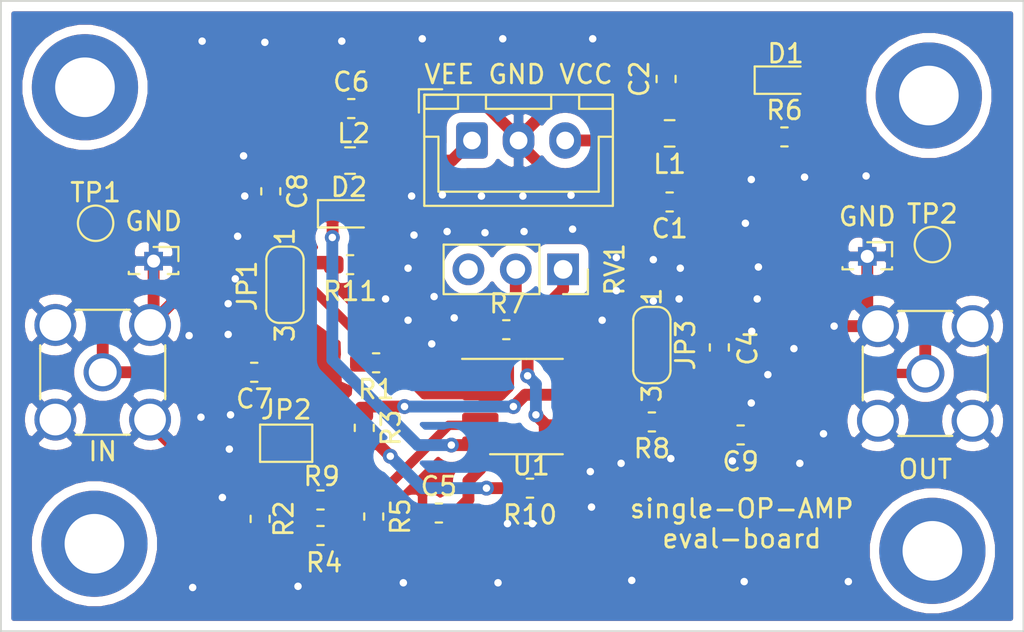
<source format=kicad_pcb>
(kicad_pcb (version 20171130) (host pcbnew "(5.1.2)-2")

  (general
    (thickness 1.6)
    (drawings 5)
    (tracks 226)
    (zones 0)
    (modules 39)
    (nets 19)
  )

  (page A4)
  (layers
    (0 F.Cu signal)
    (31 B.Cu signal)
    (32 B.Adhes user)
    (33 F.Adhes user)
    (34 B.Paste user)
    (35 F.Paste user)
    (36 B.SilkS user)
    (37 F.SilkS user)
    (38 B.Mask user)
    (39 F.Mask user)
    (40 Dwgs.User user)
    (41 Cmts.User user)
    (42 Eco1.User user)
    (43 Eco2.User user)
    (44 Edge.Cuts user)
    (45 Margin user)
    (46 B.CrtYd user)
    (47 F.CrtYd user)
    (48 B.Fab user hide)
    (49 F.Fab user hide)
  )

  (setup
    (last_trace_width 0.25)
    (user_trace_width 0.5)
    (user_trace_width 0.635)
    (trace_clearance 0.2)
    (zone_clearance 0.508)
    (zone_45_only no)
    (trace_min 0.2)
    (via_size 0.8)
    (via_drill 0.4)
    (via_min_size 0.4)
    (via_min_drill 0.3)
    (user_via 0.5 0.4)
    (uvia_size 0.3)
    (uvia_drill 0.1)
    (uvias_allowed no)
    (uvia_min_size 0.2)
    (uvia_min_drill 0.1)
    (edge_width 0.05)
    (segment_width 0.2)
    (pcb_text_width 0.3)
    (pcb_text_size 1.5 1.5)
    (mod_edge_width 0.12)
    (mod_text_size 1 1)
    (mod_text_width 0.15)
    (pad_size 1.5 1.5)
    (pad_drill 0)
    (pad_to_mask_clearance 0.051)
    (solder_mask_min_width 0.25)
    (aux_axis_origin 0 0)
    (visible_elements 7FFFFFFF)
    (pcbplotparams
      (layerselection 0x010f0_ffffffff)
      (usegerberextensions false)
      (usegerberattributes false)
      (usegerberadvancedattributes false)
      (creategerberjobfile false)
      (excludeedgelayer true)
      (linewidth 0.100000)
      (plotframeref false)
      (viasonmask false)
      (mode 1)
      (useauxorigin false)
      (hpglpennumber 1)
      (hpglpenspeed 20)
      (hpglpendiameter 15.000000)
      (psnegative false)
      (psa4output false)
      (plotreference true)
      (plotvalue true)
      (plotinvisibletext false)
      (padsonsilk false)
      (subtractmaskfromsilk false)
      (outputformat 1)
      (mirror false)
      (drillshape 0)
      (scaleselection 1)
      (outputdirectory ""))
  )

  (net 0 "")
  (net 1 /VCC)
  (net 2 GND)
  (net 3 /VEE)
  (net 4 "Net-(C3-Pad1)")
  (net 5 "Net-(C2-Pad1)")
  (net 6 "Net-(C6-Pad1)")
  (net 7 "Net-(C7-Pad1)")
  (net 8 "Net-(C7-Pad2)")
  (net 9 "Net-(C9-Pad2)")
  (net 10 "Net-(C9-Pad1)")
  (net 11 "Net-(D1-Pad2)")
  (net 12 "Net-(D2-Pad2)")
  (net 13 "Net-(JP1-Pad2)")
  (net 14 "Net-(JP2-Pad2)")
  (net 15 "Net-(JP3-Pad2)")
  (net 16 "Net-(R1-Pad1)")
  (net 17 "Net-(R5-Pad1)")
  (net 18 "Net-(R10-Pad1)")

  (net_class Default 这是默认网络类。
    (clearance 0.2)
    (trace_width 0.25)
    (via_dia 0.8)
    (via_drill 0.4)
    (uvia_dia 0.3)
    (uvia_drill 0.1)
    (add_net /VCC)
    (add_net /VEE)
    (add_net GND)
    (add_net "Net-(C2-Pad1)")
    (add_net "Net-(C3-Pad1)")
    (add_net "Net-(C6-Pad1)")
    (add_net "Net-(C7-Pad1)")
    (add_net "Net-(C7-Pad2)")
    (add_net "Net-(C9-Pad1)")
    (add_net "Net-(C9-Pad2)")
    (add_net "Net-(D1-Pad2)")
    (add_net "Net-(D2-Pad2)")
    (add_net "Net-(JP1-Pad2)")
    (add_net "Net-(JP2-Pad2)")
    (add_net "Net-(JP3-Pad2)")
    (add_net "Net-(R1-Pad1)")
    (add_net "Net-(R10-Pad1)")
    (add_net "Net-(R5-Pad1)")
  )

  (module MountingHole:MountingHole_3.2mm_M3_ISO7380_Pad (layer F.Cu) (tedit 56D1B4CB) (tstamp 5D2F83FA)
    (at 145.9865 150.9395)
    (descr "Mounting Hole 3.2mm, M3, ISO7380")
    (tags "mounting hole 3.2mm m3 iso7380")
    (attr virtual)
    (fp_text reference REF** (at 0 -3.85) (layer F.SilkS) hide
      (effects (font (size 1 1) (thickness 0.15)))
    )
    (fp_text value MountingHole_3.2mm_M3_ISO7380_Pad (at 0 3.85) (layer F.Fab)
      (effects (font (size 1 1) (thickness 0.15)))
    )
    (fp_circle (center 0 0) (end 3.1 0) (layer F.CrtYd) (width 0.05))
    (fp_circle (center 0 0) (end 2.85 0) (layer Cmts.User) (width 0.15))
    (fp_text user %R (at 0.3 0) (layer F.Fab)
      (effects (font (size 1 1) (thickness 0.15)))
    )
    (pad 1 thru_hole circle (at 0 0) (size 5.7 5.7) (drill 3.2) (layers *.Cu *.Mask))
  )

  (module MountingHole:MountingHole_3.2mm_M3_ISO7380_Pad (layer F.Cu) (tedit 56D1B4CB) (tstamp 5D2F83FA)
    (at 145.796 126.492)
    (descr "Mounting Hole 3.2mm, M3, ISO7380")
    (tags "mounting hole 3.2mm m3 iso7380")
    (attr virtual)
    (fp_text reference REF** (at 0 -3.85) (layer F.SilkS) hide
      (effects (font (size 1 1) (thickness 0.15)))
    )
    (fp_text value MountingHole_3.2mm_M3_ISO7380_Pad (at 0 3.85) (layer F.Fab)
      (effects (font (size 1 1) (thickness 0.15)))
    )
    (fp_circle (center 0 0) (end 3.1 0) (layer F.CrtYd) (width 0.05))
    (fp_circle (center 0 0) (end 2.85 0) (layer Cmts.User) (width 0.15))
    (fp_text user %R (at 0.3 0) (layer F.Fab)
      (effects (font (size 1 1) (thickness 0.15)))
    )
    (pad 1 thru_hole circle (at 0 0) (size 5.7 5.7) (drill 3.2) (layers *.Cu *.Mask))
  )

  (module MountingHole:MountingHole_3.2mm_M3_ISO7380_Pad (layer F.Cu) (tedit 56D1B4CB) (tstamp 5D2F83EA)
    (at 101.0285 150.5585)
    (descr "Mounting Hole 3.2mm, M3, ISO7380")
    (tags "mounting hole 3.2mm m3 iso7380")
    (attr virtual)
    (fp_text reference REF** (at 0 -3.85) (layer F.SilkS) hide
      (effects (font (size 1 1) (thickness 0.15)))
    )
    (fp_text value MountingHole_3.2mm_M3_ISO7380_Pad (at 0 3.85) (layer F.Fab)
      (effects (font (size 1 1) (thickness 0.15)))
    )
    (fp_text user %R (at 0.3 0) (layer F.Fab)
      (effects (font (size 1 1) (thickness 0.15)))
    )
    (fp_circle (center 0 0) (end 2.85 0) (layer Cmts.User) (width 0.15))
    (fp_circle (center 0 0) (end 3.1 0) (layer F.CrtYd) (width 0.05))
    (pad 1 thru_hole circle (at 0 0) (size 5.7 5.7) (drill 3.2) (layers *.Cu *.Mask))
  )

  (module MountingHole:MountingHole_3.2mm_M3_ISO7380_Pad (layer F.Cu) (tedit 56D1B4CB) (tstamp 5D2F83E1)
    (at 100.5205 126.0475)
    (descr "Mounting Hole 3.2mm, M3, ISO7380")
    (tags "mounting hole 3.2mm m3 iso7380")
    (attr virtual)
    (fp_text reference REF** (at 0 -3.85) (layer F.SilkS) hide
      (effects (font (size 1 1) (thickness 0.15)))
    )
    (fp_text value MountingHole_3.2mm_M3_ISO7380_Pad (at 0 3.85) (layer F.Fab)
      (effects (font (size 1 1) (thickness 0.15)))
    )
    (fp_circle (center 0 0) (end 3.1 0) (layer F.CrtYd) (width 0.05))
    (fp_circle (center 0 0) (end 2.85 0) (layer Cmts.User) (width 0.15))
    (fp_text user %R (at 0.3 0) (layer F.Fab)
      (effects (font (size 1 1) (thickness 0.15)))
    )
    (pad 1 thru_hole circle (at 0 0) (size 5.7 5.7) (drill 3.2) (layers *.Cu *.Mask))
  )

  (module Connector_PinSocket_1.27mm:PinSocket_1x01_P1.27mm_Vertical (layer F.Cu) (tedit 5D2F2FCB) (tstamp 5D2F7DFF)
    (at 142.494 135.128)
    (descr "Through hole straight socket strip, 1x01, 1.27mm pitch, single row (from Kicad 4.0.7), script generated")
    (tags "Through hole socket strip THT 1x01 1.27mm single row")
    (fp_text reference GND (at 0 -2.135) (layer F.SilkS)
      (effects (font (size 1 1) (thickness 0.15)))
    )
    (fp_text value PinSocket_1x01_P1.27mm_Vertical (at 0 2.135) (layer F.Fab)
      (effects (font (size 1 1) (thickness 0.15)))
    )
    (fp_line (start -1.27 -0.635) (end 0.9525 -0.635) (layer F.Fab) (width 0.1))
    (fp_line (start 0.9525 -0.635) (end 1.27 -0.3175) (layer F.Fab) (width 0.1))
    (fp_line (start 1.27 -0.3175) (end 1.27 0.635) (layer F.Fab) (width 0.1))
    (fp_line (start 1.27 0.635) (end -1.27 0.635) (layer F.Fab) (width 0.1))
    (fp_line (start -1.27 0.635) (end -1.27 -0.635) (layer F.Fab) (width 0.1))
    (fp_line (start -1.33 0.695) (end -0.76 0.695) (layer F.SilkS) (width 0.12))
    (fp_line (start 0.76 0.695) (end 1.33 0.695) (layer F.SilkS) (width 0.12))
    (fp_line (start -1.33 0.575) (end -1.33 0.695) (layer F.SilkS) (width 0.12))
    (fp_line (start 1.33 0.575) (end 1.33 0.695) (layer F.SilkS) (width 0.12))
    (fp_line (start 1.33 -0.76) (end 1.33 0) (layer F.SilkS) (width 0.12))
    (fp_line (start 0 -0.76) (end 1.33 -0.76) (layer F.SilkS) (width 0.12))
    (fp_line (start -1.8 -1.15) (end 1.75 -1.15) (layer F.CrtYd) (width 0.05))
    (fp_line (start 1.75 -1.15) (end 1.75 1.15) (layer F.CrtYd) (width 0.05))
    (fp_line (start 1.75 1.15) (end -1.8 1.15) (layer F.CrtYd) (width 0.05))
    (fp_line (start -1.8 1.15) (end -1.8 -1.15) (layer F.CrtYd) (width 0.05))
    (fp_text user %R (at 0 0) (layer F.Fab)
      (effects (font (size 0.76 0.76) (thickness 0.11)))
    )
    (pad 1 thru_hole rect (at 0 0) (size 1 1) (drill 0.7) (layers *.Cu *.Mask)
      (net 2 GND))
    (model ${KISYS3DMOD}/Connector_PinSocket_1.27mm.3dshapes/PinSocket_1x01_P1.27mm_Vertical.wrl
      (at (xyz 0 0 0))
      (scale (xyz 1 1 1))
      (rotate (xyz 0 0 0))
    )
  )

  (module TestPoint:TestPoint_Pad_D1.5mm (layer F.Cu) (tedit 5D2F2FD8) (tstamp 5D2F7DC8)
    (at 145.9865 134.493)
    (descr "SMD pad as test Point, diameter 1.5mm")
    (tags "test point SMD pad")
    (attr virtual)
    (fp_text reference TP2 (at 0 -1.648) (layer F.SilkS)
      (effects (font (size 1 1) (thickness 0.15)))
    )
    (fp_text value TestPoint_Pad_D1.5mm (at 0 1.75) (layer F.Fab)
      (effects (font (size 1 1) (thickness 0.15)))
    )
    (fp_text user %R (at 0 -1.65) (layer F.Fab)
      (effects (font (size 1 1) (thickness 0.15)))
    )
    (fp_circle (center 0 0) (end 1.25 0) (layer F.CrtYd) (width 0.05))
    (fp_circle (center 0 0) (end 0 0.95) (layer F.SilkS) (width 0.12))
    (pad 1 smd circle (at 0 0) (size 1.5 1.5) (layers F.Cu F.Mask)
      (net 10 "Net-(C9-Pad1)"))
  )

  (module Connector_PinSocket_1.27mm:PinSocket_1x01_P1.27mm_Vertical (layer F.Cu) (tedit 5D2F2FC4) (tstamp 5D2F7D8A)
    (at 104.2035 135.382)
    (descr "Through hole straight socket strip, 1x01, 1.27mm pitch, single row (from Kicad 4.0.7), script generated")
    (tags "Through hole socket strip THT 1x01 1.27mm single row")
    (fp_text reference GND (at 0 -2.135) (layer F.SilkS)
      (effects (font (size 1 1) (thickness 0.15)))
    )
    (fp_text value PinSocket_1x01_P1.27mm_Vertical (at 0 2.135) (layer F.Fab)
      (effects (font (size 1 1) (thickness 0.15)))
    )
    (fp_text user %R (at 0 0) (layer F.Fab)
      (effects (font (size 0.76 0.76) (thickness 0.11)))
    )
    (fp_line (start -1.8 1.15) (end -1.8 -1.15) (layer F.CrtYd) (width 0.05))
    (fp_line (start 1.75 1.15) (end -1.8 1.15) (layer F.CrtYd) (width 0.05))
    (fp_line (start 1.75 -1.15) (end 1.75 1.15) (layer F.CrtYd) (width 0.05))
    (fp_line (start -1.8 -1.15) (end 1.75 -1.15) (layer F.CrtYd) (width 0.05))
    (fp_line (start 0 -0.76) (end 1.33 -0.76) (layer F.SilkS) (width 0.12))
    (fp_line (start 1.33 -0.76) (end 1.33 0) (layer F.SilkS) (width 0.12))
    (fp_line (start 1.33 0.575) (end 1.33 0.695) (layer F.SilkS) (width 0.12))
    (fp_line (start -1.33 0.575) (end -1.33 0.695) (layer F.SilkS) (width 0.12))
    (fp_line (start 0.76 0.695) (end 1.33 0.695) (layer F.SilkS) (width 0.12))
    (fp_line (start -1.33 0.695) (end -0.76 0.695) (layer F.SilkS) (width 0.12))
    (fp_line (start -1.27 0.635) (end -1.27 -0.635) (layer F.Fab) (width 0.1))
    (fp_line (start 1.27 0.635) (end -1.27 0.635) (layer F.Fab) (width 0.1))
    (fp_line (start 1.27 -0.3175) (end 1.27 0.635) (layer F.Fab) (width 0.1))
    (fp_line (start 0.9525 -0.635) (end 1.27 -0.3175) (layer F.Fab) (width 0.1))
    (fp_line (start -1.27 -0.635) (end 0.9525 -0.635) (layer F.Fab) (width 0.1))
    (pad 1 thru_hole rect (at 0 0) (size 1 1) (drill 0.7) (layers *.Cu *.Mask)
      (net 2 GND))
    (model ${KISYS3DMOD}/Connector_PinSocket_1.27mm.3dshapes/PinSocket_1x01_P1.27mm_Vertical.wrl
      (at (xyz 0 0 0))
      (scale (xyz 1 1 1))
      (rotate (xyz 0 0 0))
    )
  )

  (module TestPoint:TestPoint_Pad_D1.5mm (layer F.Cu) (tedit 5D2F2FC0) (tstamp 5D2F77BF)
    (at 101.092 133.35)
    (descr "SMD pad as test Point, diameter 1.5mm")
    (tags "test point SMD pad")
    (attr virtual)
    (fp_text reference TP1 (at 0 -1.648) (layer F.SilkS)
      (effects (font (size 1 1) (thickness 0.15)))
    )
    (fp_text value TestPoint_Pad_D1.5mm (at 0 1.75) (layer F.Fab)
      (effects (font (size 1 1) (thickness 0.15)))
    )
    (fp_circle (center 0 0) (end 0 0.95) (layer F.SilkS) (width 0.12))
    (fp_circle (center 0 0) (end 1.25 0) (layer F.CrtYd) (width 0.05))
    (fp_text user %R (at 0 -1.65) (layer F.Fab)
      (effects (font (size 1 1) (thickness 0.15)))
    )
    (pad 1 smd circle (at 0 0) (size 1.5 1.5) (layers F.Cu F.Mask)
      (net 8 "Net-(C7-Pad2)"))
  )

  (module Resistor_SMD:R_0603_1608Metric_Pad1.05x0.95mm_HandSolder (layer F.Cu) (tedit 5B301BBD) (tstamp 5D2F2EB6)
    (at 124.3965 147.574 180)
    (descr "Resistor SMD 0603 (1608 Metric), square (rectangular) end terminal, IPC_7351 nominal with elongated pad for handsoldering. (Body size source: http://www.tortai-tech.com/upload/download/2011102023233369053.pdf), generated with kicad-footprint-generator")
    (tags "resistor handsolder")
    (path /5D450338)
    (attr smd)
    (fp_text reference R10 (at 0 -1.43) (layer F.SilkS)
      (effects (font (size 1 1) (thickness 0.15)))
    )
    (fp_text value R (at 0 1.43) (layer F.Fab)
      (effects (font (size 1 1) (thickness 0.15)))
    )
    (fp_line (start -0.8 0.4) (end -0.8 -0.4) (layer F.Fab) (width 0.1))
    (fp_line (start -0.8 -0.4) (end 0.8 -0.4) (layer F.Fab) (width 0.1))
    (fp_line (start 0.8 -0.4) (end 0.8 0.4) (layer F.Fab) (width 0.1))
    (fp_line (start 0.8 0.4) (end -0.8 0.4) (layer F.Fab) (width 0.1))
    (fp_line (start -0.171267 -0.51) (end 0.171267 -0.51) (layer F.SilkS) (width 0.12))
    (fp_line (start -0.171267 0.51) (end 0.171267 0.51) (layer F.SilkS) (width 0.12))
    (fp_line (start -1.65 0.73) (end -1.65 -0.73) (layer F.CrtYd) (width 0.05))
    (fp_line (start -1.65 -0.73) (end 1.65 -0.73) (layer F.CrtYd) (width 0.05))
    (fp_line (start 1.65 -0.73) (end 1.65 0.73) (layer F.CrtYd) (width 0.05))
    (fp_line (start 1.65 0.73) (end -1.65 0.73) (layer F.CrtYd) (width 0.05))
    (fp_text user %R (at 0 0) (layer F.Fab)
      (effects (font (size 0.4 0.4) (thickness 0.06)))
    )
    (pad 1 smd roundrect (at -0.875 0 180) (size 1.05 0.95) (layers F.Cu F.Paste F.Mask) (roundrect_rratio 0.25)
      (net 18 "Net-(R10-Pad1)"))
    (pad 2 smd roundrect (at 0.875 0 180) (size 1.05 0.95) (layers F.Cu F.Paste F.Mask) (roundrect_rratio 0.25)
      (net 14 "Net-(JP2-Pad2)"))
    (model ${KISYS3DMOD}/Resistor_SMD.3dshapes/R_0603_1608Metric.wrl
      (at (xyz 0 0 0))
      (scale (xyz 1 1 1))
      (rotate (xyz 0 0 0))
    )
  )

  (module Capacitor_SMD:C_0603_1608Metric_Pad1.05x0.95mm_HandSolder (layer F.Cu) (tedit 5B301BBE) (tstamp 5D2E2E09)
    (at 134.5565 140.0175 90)
    (descr "Capacitor SMD 0603 (1608 Metric), square (rectangular) end terminal, IPC_7351 nominal with elongated pad for handsoldering. (Body size source: http://www.tortai-tech.com/upload/download/2011102023233369053.pdf), generated with kicad-footprint-generator")
    (tags "capacitor handsolder")
    (path /5D2F03E3)
    (attr smd)
    (fp_text reference C4 (at 0 1.524 90) (layer F.SilkS)
      (effects (font (size 1 1) (thickness 0.15)))
    )
    (fp_text value 100nF (at 0 1.43 90) (layer F.Fab)
      (effects (font (size 1 1) (thickness 0.15)))
    )
    (fp_line (start -0.8 0.4) (end -0.8 -0.4) (layer F.Fab) (width 0.1))
    (fp_line (start -0.8 -0.4) (end 0.8 -0.4) (layer F.Fab) (width 0.1))
    (fp_line (start 0.8 -0.4) (end 0.8 0.4) (layer F.Fab) (width 0.1))
    (fp_line (start 0.8 0.4) (end -0.8 0.4) (layer F.Fab) (width 0.1))
    (fp_line (start -0.171267 -0.51) (end 0.171267 -0.51) (layer F.SilkS) (width 0.12))
    (fp_line (start -0.171267 0.51) (end 0.171267 0.51) (layer F.SilkS) (width 0.12))
    (fp_line (start -1.65 0.73) (end -1.65 -0.73) (layer F.CrtYd) (width 0.05))
    (fp_line (start -1.65 -0.73) (end 1.65 -0.73) (layer F.CrtYd) (width 0.05))
    (fp_line (start 1.65 -0.73) (end 1.65 0.73) (layer F.CrtYd) (width 0.05))
    (fp_line (start 1.65 0.73) (end -1.65 0.73) (layer F.CrtYd) (width 0.05))
    (fp_text user %R (at 0 0 90) (layer F.Fab)
      (effects (font (size 0.4 0.4) (thickness 0.06)))
    )
    (pad 1 smd roundrect (at -0.875 0 90) (size 1.05 0.95) (layers F.Cu F.Paste F.Mask) (roundrect_rratio 0.25)
      (net 2 GND))
    (pad 2 smd roundrect (at 0.875 0 90) (size 1.05 0.95) (layers F.Cu F.Paste F.Mask) (roundrect_rratio 0.25)
      (net 1 /VCC))
    (model ${KISYS3DMOD}/Capacitor_SMD.3dshapes/C_0603_1608Metric.wrl
      (at (xyz 0 0 0))
      (scale (xyz 1 1 1))
      (rotate (xyz 0 0 0))
    )
  )

  (module Capacitor_SMD:C_0603_1608Metric_Pad1.05x0.95mm_HandSolder (layer F.Cu) (tedit 5B301BBE) (tstamp 5D2F4A7B)
    (at 119.507 148.9075)
    (descr "Capacitor SMD 0603 (1608 Metric), square (rectangular) end terminal, IPC_7351 nominal with elongated pad for handsoldering. (Body size source: http://www.tortai-tech.com/upload/download/2011102023233369053.pdf), generated with kicad-footprint-generator")
    (tags "capacitor handsolder")
    (path /5D3027E9)
    (attr smd)
    (fp_text reference C5 (at 0 -1.43) (layer F.SilkS)
      (effects (font (size 1 1) (thickness 0.15)))
    )
    (fp_text value 100nF (at 0 1.43) (layer F.Fab)
      (effects (font (size 1 1) (thickness 0.15)))
    )
    (fp_text user %R (at 0 0) (layer F.Fab)
      (effects (font (size 0.4 0.4) (thickness 0.06)))
    )
    (fp_line (start 1.65 0.73) (end -1.65 0.73) (layer F.CrtYd) (width 0.05))
    (fp_line (start 1.65 -0.73) (end 1.65 0.73) (layer F.CrtYd) (width 0.05))
    (fp_line (start -1.65 -0.73) (end 1.65 -0.73) (layer F.CrtYd) (width 0.05))
    (fp_line (start -1.65 0.73) (end -1.65 -0.73) (layer F.CrtYd) (width 0.05))
    (fp_line (start -0.171267 0.51) (end 0.171267 0.51) (layer F.SilkS) (width 0.12))
    (fp_line (start -0.171267 -0.51) (end 0.171267 -0.51) (layer F.SilkS) (width 0.12))
    (fp_line (start 0.8 0.4) (end -0.8 0.4) (layer F.Fab) (width 0.1))
    (fp_line (start 0.8 -0.4) (end 0.8 0.4) (layer F.Fab) (width 0.1))
    (fp_line (start -0.8 -0.4) (end 0.8 -0.4) (layer F.Fab) (width 0.1))
    (fp_line (start -0.8 0.4) (end -0.8 -0.4) (layer F.Fab) (width 0.1))
    (pad 2 smd roundrect (at 0.875 0) (size 1.05 0.95) (layers F.Cu F.Paste F.Mask) (roundrect_rratio 0.25)
      (net 3 /VEE))
    (pad 1 smd roundrect (at -0.875 0) (size 1.05 0.95) (layers F.Cu F.Paste F.Mask) (roundrect_rratio 0.25)
      (net 2 GND))
    (model ${KISYS3DMOD}/Capacitor_SMD.3dshapes/C_0603_1608Metric.wrl
      (at (xyz 0 0 0))
      (scale (xyz 1 1 1))
      (rotate (xyz 0 0 0))
    )
  )

  (module Connector_Coaxial:SMA_Amphenol_132134-11_Vertical (layer F.Cu) (tedit 5B2F4C93) (tstamp 5D2E2E59)
    (at 101.473 141.351)
    (descr https://www.amphenolrf.com/downloads/dl/file/id/3406/product/2975/132134_11_customer_drawing.pdf)
    (tags "SMA THT Female Jack Vertical ExtendedLegs")
    (path /5D2E4793)
    (fp_text reference IN (at 0 4.2545) (layer F.SilkS)
      (effects (font (size 1 1) (thickness 0.15)))
    )
    (fp_text value Conn_Coaxial (at 0 5) (layer F.Fab)
      (effects (font (size 1 1) (thickness 0.15)))
    )
    (fp_text user %R (at 0 0) (layer F.Fab)
      (effects (font (size 1 1) (thickness 0.15)))
    )
    (fp_line (start -1.45 -3.355) (end 1.45 -3.355) (layer F.SilkS) (width 0.12))
    (fp_line (start -1.45 3.355) (end 1.45 3.355) (layer F.SilkS) (width 0.12))
    (fp_line (start 3.355 -1.45) (end 3.355 1.45) (layer F.SilkS) (width 0.12))
    (fp_line (start -3.355 -1.45) (end -3.355 1.45) (layer F.SilkS) (width 0.12))
    (fp_line (start 3.175 -3.175) (end 3.175 3.175) (layer F.Fab) (width 0.1))
    (fp_line (start -3.175 3.175) (end 3.175 3.175) (layer F.Fab) (width 0.1))
    (fp_line (start -3.175 -3.175) (end -3.175 3.175) (layer F.Fab) (width 0.1))
    (fp_line (start -3.175 -3.175) (end 3.175 -3.175) (layer F.Fab) (width 0.1))
    (fp_line (start -4.17 -4.17) (end 4.17 -4.17) (layer F.CrtYd) (width 0.05))
    (fp_line (start -4.17 -4.17) (end -4.17 4.17) (layer F.CrtYd) (width 0.05))
    (fp_line (start 4.17 4.17) (end 4.17 -4.17) (layer F.CrtYd) (width 0.05))
    (fp_line (start 4.17 4.17) (end -4.17 4.17) (layer F.CrtYd) (width 0.05))
    (fp_circle (center 0 0) (end 3.175 0) (layer F.Fab) (width 0.1))
    (pad 2 thru_hole circle (at -2.54 2.54) (size 2.25 2.25) (drill 1.7) (layers *.Cu *.Mask)
      (net 2 GND))
    (pad 2 thru_hole circle (at -2.54 -2.54) (size 2.25 2.25) (drill 1.7) (layers *.Cu *.Mask)
      (net 2 GND))
    (pad 2 thru_hole circle (at 2.54 -2.54) (size 2.25 2.25) (drill 1.7) (layers *.Cu *.Mask)
      (net 2 GND))
    (pad 2 thru_hole circle (at 2.54 2.54) (size 2.25 2.25) (drill 1.7) (layers *.Cu *.Mask)
      (net 2 GND))
    (pad 1 thru_hole circle (at 0 0) (size 2.05 2.05) (drill 1.5) (layers *.Cu *.Mask)
      (net 8 "Net-(C7-Pad2)"))
    (model ${KISYS3DMOD}/Connector_Coaxial.3dshapes/SMA_Amphenol_132134-11_Vertical.wrl
      (at (xyz 0 0 0))
      (scale (xyz 1 1 1))
      (rotate (xyz 0 0 0))
    )
  )

  (module Connector_JST:JST_XH_B3B-XH-A_1x03_P2.50mm_Vertical (layer F.Cu) (tedit 5C28146C) (tstamp 5D2E2E83)
    (at 121.285 128.905)
    (descr "JST XH series connector, B3B-XH-A (http://www.jst-mfg.com/product/pdf/eng/eXH.pdf), generated with kicad-footprint-generator")
    (tags "connector JST XH vertical")
    (path /5D2E5538)
    (fp_text reference "VEE GND VCC" (at 2.5 -3.55) (layer F.SilkS)
      (effects (font (size 1 1) (thickness 0.15)))
    )
    (fp_text value Conn_01x03_Male (at 2.5 4.6) (layer F.Fab)
      (effects (font (size 1 1) (thickness 0.15)))
    )
    (fp_line (start -2.45 -2.35) (end -2.45 3.4) (layer F.Fab) (width 0.1))
    (fp_line (start -2.45 3.4) (end 7.45 3.4) (layer F.Fab) (width 0.1))
    (fp_line (start 7.45 3.4) (end 7.45 -2.35) (layer F.Fab) (width 0.1))
    (fp_line (start 7.45 -2.35) (end -2.45 -2.35) (layer F.Fab) (width 0.1))
    (fp_line (start -2.56 -2.46) (end -2.56 3.51) (layer F.SilkS) (width 0.12))
    (fp_line (start -2.56 3.51) (end 7.56 3.51) (layer F.SilkS) (width 0.12))
    (fp_line (start 7.56 3.51) (end 7.56 -2.46) (layer F.SilkS) (width 0.12))
    (fp_line (start 7.56 -2.46) (end -2.56 -2.46) (layer F.SilkS) (width 0.12))
    (fp_line (start -2.95 -2.85) (end -2.95 3.9) (layer F.CrtYd) (width 0.05))
    (fp_line (start -2.95 3.9) (end 7.95 3.9) (layer F.CrtYd) (width 0.05))
    (fp_line (start 7.95 3.9) (end 7.95 -2.85) (layer F.CrtYd) (width 0.05))
    (fp_line (start 7.95 -2.85) (end -2.95 -2.85) (layer F.CrtYd) (width 0.05))
    (fp_line (start -0.625 -2.35) (end 0 -1.35) (layer F.Fab) (width 0.1))
    (fp_line (start 0 -1.35) (end 0.625 -2.35) (layer F.Fab) (width 0.1))
    (fp_line (start 0.75 -2.45) (end 0.75 -1.7) (layer F.SilkS) (width 0.12))
    (fp_line (start 0.75 -1.7) (end 4.25 -1.7) (layer F.SilkS) (width 0.12))
    (fp_line (start 4.25 -1.7) (end 4.25 -2.45) (layer F.SilkS) (width 0.12))
    (fp_line (start 4.25 -2.45) (end 0.75 -2.45) (layer F.SilkS) (width 0.12))
    (fp_line (start -2.55 -2.45) (end -2.55 -1.7) (layer F.SilkS) (width 0.12))
    (fp_line (start -2.55 -1.7) (end -0.75 -1.7) (layer F.SilkS) (width 0.12))
    (fp_line (start -0.75 -1.7) (end -0.75 -2.45) (layer F.SilkS) (width 0.12))
    (fp_line (start -0.75 -2.45) (end -2.55 -2.45) (layer F.SilkS) (width 0.12))
    (fp_line (start 5.75 -2.45) (end 5.75 -1.7) (layer F.SilkS) (width 0.12))
    (fp_line (start 5.75 -1.7) (end 7.55 -1.7) (layer F.SilkS) (width 0.12))
    (fp_line (start 7.55 -1.7) (end 7.55 -2.45) (layer F.SilkS) (width 0.12))
    (fp_line (start 7.55 -2.45) (end 5.75 -2.45) (layer F.SilkS) (width 0.12))
    (fp_line (start -2.55 -0.2) (end -1.8 -0.2) (layer F.SilkS) (width 0.12))
    (fp_line (start -1.8 -0.2) (end -1.8 2.75) (layer F.SilkS) (width 0.12))
    (fp_line (start -1.8 2.75) (end 2.5 2.75) (layer F.SilkS) (width 0.12))
    (fp_line (start 7.55 -0.2) (end 6.8 -0.2) (layer F.SilkS) (width 0.12))
    (fp_line (start 6.8 -0.2) (end 6.8 2.75) (layer F.SilkS) (width 0.12))
    (fp_line (start 6.8 2.75) (end 2.5 2.75) (layer F.SilkS) (width 0.12))
    (fp_line (start -1.6 -2.75) (end -2.85 -2.75) (layer F.SilkS) (width 0.12))
    (fp_line (start -2.85 -2.75) (end -2.85 -1.5) (layer F.SilkS) (width 0.12))
    (fp_text user %R (at 2.5 2.7) (layer F.Fab)
      (effects (font (size 1 1) (thickness 0.15)))
    )
    (pad 1 thru_hole roundrect (at 0 0) (size 1.7 1.95) (drill 0.95) (layers *.Cu *.Mask) (roundrect_rratio 0.147059)
      (net 6 "Net-(C6-Pad1)"))
    (pad 2 thru_hole oval (at 2.5 0) (size 1.7 1.95) (drill 0.95) (layers *.Cu *.Mask)
      (net 2 GND))
    (pad 3 thru_hole oval (at 5 0) (size 1.7 1.95) (drill 0.95) (layers *.Cu *.Mask)
      (net 5 "Net-(C2-Pad1)"))
    (model ${KISYS3DMOD}/Connector_JST.3dshapes/JST_XH_B3B-XH-A_1x03_P2.50mm_Vertical.wrl
      (at (xyz 0 0 0))
      (scale (xyz 1 1 1))
      (rotate (xyz 0 0 0))
    )
  )

  (module Connector_Coaxial:SMA_Amphenol_132134-11_Vertical (layer F.Cu) (tedit 5B2F4C93) (tstamp 5D2E2E9A)
    (at 145.6055 141.4145)
    (descr https://www.amphenolrf.com/downloads/dl/file/id/3406/product/2975/132134_11_customer_drawing.pdf)
    (tags "SMA THT Female Jack Vertical ExtendedLegs")
    (path /5D2E4B47)
    (fp_text reference OUT (at 0 5.1435) (layer F.SilkS)
      (effects (font (size 1 1) (thickness 0.15)))
    )
    (fp_text value Conn_Coaxial (at 0 5) (layer F.Fab)
      (effects (font (size 1 1) (thickness 0.15)))
    )
    (fp_circle (center 0 0) (end 3.175 0) (layer F.Fab) (width 0.1))
    (fp_line (start 4.17 4.17) (end -4.17 4.17) (layer F.CrtYd) (width 0.05))
    (fp_line (start 4.17 4.17) (end 4.17 -4.17) (layer F.CrtYd) (width 0.05))
    (fp_line (start -4.17 -4.17) (end -4.17 4.17) (layer F.CrtYd) (width 0.05))
    (fp_line (start -4.17 -4.17) (end 4.17 -4.17) (layer F.CrtYd) (width 0.05))
    (fp_line (start -3.175 -3.175) (end 3.175 -3.175) (layer F.Fab) (width 0.1))
    (fp_line (start -3.175 -3.175) (end -3.175 3.175) (layer F.Fab) (width 0.1))
    (fp_line (start -3.175 3.175) (end 3.175 3.175) (layer F.Fab) (width 0.1))
    (fp_line (start 3.175 -3.175) (end 3.175 3.175) (layer F.Fab) (width 0.1))
    (fp_line (start -3.355 -1.45) (end -3.355 1.45) (layer F.SilkS) (width 0.12))
    (fp_line (start 3.355 -1.45) (end 3.355 1.45) (layer F.SilkS) (width 0.12))
    (fp_line (start -1.45 3.355) (end 1.45 3.355) (layer F.SilkS) (width 0.12))
    (fp_line (start -1.45 -3.355) (end 1.45 -3.355) (layer F.SilkS) (width 0.12))
    (fp_text user %R (at 0 0) (layer F.Fab)
      (effects (font (size 1 1) (thickness 0.15)))
    )
    (pad 1 thru_hole circle (at 0 0) (size 2.05 2.05) (drill 1.5) (layers *.Cu *.Mask)
      (net 10 "Net-(C9-Pad1)"))
    (pad 2 thru_hole circle (at 2.54 2.54) (size 2.25 2.25) (drill 1.7) (layers *.Cu *.Mask)
      (net 2 GND))
    (pad 2 thru_hole circle (at 2.54 -2.54) (size 2.25 2.25) (drill 1.7) (layers *.Cu *.Mask)
      (net 2 GND))
    (pad 2 thru_hole circle (at -2.54 -2.54) (size 2.25 2.25) (drill 1.7) (layers *.Cu *.Mask)
      (net 2 GND))
    (pad 2 thru_hole circle (at -2.54 2.54) (size 2.25 2.25) (drill 1.7) (layers *.Cu *.Mask)
      (net 2 GND))
    (model ${KISYS3DMOD}/Connector_Coaxial.3dshapes/SMA_Amphenol_132134-11_Vertical.wrl
      (at (xyz 0 0 0))
      (scale (xyz 1 1 1))
      (rotate (xyz 0 0 0))
    )
  )

  (module Resistor_SMD:R_0603_1608Metric_Pad1.05x0.95mm_HandSolder (layer F.Cu) (tedit 5B301BBD) (tstamp 5D2E2EBC)
    (at 109.9185 149.225 270)
    (descr "Resistor SMD 0603 (1608 Metric), square (rectangular) end terminal, IPC_7351 nominal with elongated pad for handsoldering. (Body size source: http://www.tortai-tech.com/upload/download/2011102023233369053.pdf), generated with kicad-footprint-generator")
    (tags "resistor handsolder")
    (path /5D2E8E2F)
    (attr smd)
    (fp_text reference R2 (at 0 -1.27 90) (layer F.SilkS)
      (effects (font (size 1 1) (thickness 0.15)))
    )
    (fp_text value R (at 0 1.43 90) (layer F.Fab)
      (effects (font (size 1 1) (thickness 0.15)))
    )
    (fp_line (start -0.8 0.4) (end -0.8 -0.4) (layer F.Fab) (width 0.1))
    (fp_line (start -0.8 -0.4) (end 0.8 -0.4) (layer F.Fab) (width 0.1))
    (fp_line (start 0.8 -0.4) (end 0.8 0.4) (layer F.Fab) (width 0.1))
    (fp_line (start 0.8 0.4) (end -0.8 0.4) (layer F.Fab) (width 0.1))
    (fp_line (start -0.171267 -0.51) (end 0.171267 -0.51) (layer F.SilkS) (width 0.12))
    (fp_line (start -0.171267 0.51) (end 0.171267 0.51) (layer F.SilkS) (width 0.12))
    (fp_line (start -1.65 0.73) (end -1.65 -0.73) (layer F.CrtYd) (width 0.05))
    (fp_line (start -1.65 -0.73) (end 1.65 -0.73) (layer F.CrtYd) (width 0.05))
    (fp_line (start 1.65 -0.73) (end 1.65 0.73) (layer F.CrtYd) (width 0.05))
    (fp_line (start 1.65 0.73) (end -1.65 0.73) (layer F.CrtYd) (width 0.05))
    (fp_text user %R (at 0 0 90) (layer F.Fab)
      (effects (font (size 0.4 0.4) (thickness 0.06)))
    )
    (pad 1 smd roundrect (at -0.875 0 270) (size 1.05 0.95) (layers F.Cu F.Paste F.Mask) (roundrect_rratio 0.25)
      (net 14 "Net-(JP2-Pad2)"))
    (pad 2 smd roundrect (at 0.875 0 270) (size 1.05 0.95) (layers F.Cu F.Paste F.Mask) (roundrect_rratio 0.25)
      (net 2 GND))
    (model ${KISYS3DMOD}/Resistor_SMD.3dshapes/R_0603_1608Metric.wrl
      (at (xyz 0 0 0))
      (scale (xyz 1 1 1))
      (rotate (xyz 0 0 0))
    )
  )

  (module Resistor_SMD:R_0603_1608Metric_Pad1.05x0.95mm_HandSolder (layer F.Cu) (tedit 5B301BBD) (tstamp 5D2E2EEF)
    (at 116.0145 149.098 270)
    (descr "Resistor SMD 0603 (1608 Metric), square (rectangular) end terminal, IPC_7351 nominal with elongated pad for handsoldering. (Body size source: http://www.tortai-tech.com/upload/download/2011102023233369053.pdf), generated with kicad-footprint-generator")
    (tags "resistor handsolder")
    (path /5D2E9428)
    (attr smd)
    (fp_text reference R5 (at 0 -1.43 90) (layer F.SilkS)
      (effects (font (size 1 1) (thickness 0.15)))
    )
    (fp_text value R (at 0 1.43 90) (layer F.Fab)
      (effects (font (size 1 1) (thickness 0.15)))
    )
    (fp_line (start -0.8 0.4) (end -0.8 -0.4) (layer F.Fab) (width 0.1))
    (fp_line (start -0.8 -0.4) (end 0.8 -0.4) (layer F.Fab) (width 0.1))
    (fp_line (start 0.8 -0.4) (end 0.8 0.4) (layer F.Fab) (width 0.1))
    (fp_line (start 0.8 0.4) (end -0.8 0.4) (layer F.Fab) (width 0.1))
    (fp_line (start -0.171267 -0.51) (end 0.171267 -0.51) (layer F.SilkS) (width 0.12))
    (fp_line (start -0.171267 0.51) (end 0.171267 0.51) (layer F.SilkS) (width 0.12))
    (fp_line (start -1.65 0.73) (end -1.65 -0.73) (layer F.CrtYd) (width 0.05))
    (fp_line (start -1.65 -0.73) (end 1.65 -0.73) (layer F.CrtYd) (width 0.05))
    (fp_line (start 1.65 -0.73) (end 1.65 0.73) (layer F.CrtYd) (width 0.05))
    (fp_line (start 1.65 0.73) (end -1.65 0.73) (layer F.CrtYd) (width 0.05))
    (fp_text user %R (at 0 0 90) (layer F.Fab)
      (effects (font (size 0.4 0.4) (thickness 0.06)))
    )
    (pad 1 smd roundrect (at -0.875 0 270) (size 1.05 0.95) (layers F.Cu F.Paste F.Mask) (roundrect_rratio 0.25)
      (net 17 "Net-(R5-Pad1)"))
    (pad 2 smd roundrect (at 0.875 0 270) (size 1.05 0.95) (layers F.Cu F.Paste F.Mask) (roundrect_rratio 0.25)
      (net 2 GND))
    (model ${KISYS3DMOD}/Resistor_SMD.3dshapes/R_0603_1608Metric.wrl
      (at (xyz 0 0 0))
      (scale (xyz 1 1 1))
      (rotate (xyz 0 0 0))
    )
  )

  (module Resistor_SMD:R_0603_1608Metric_Pad1.05x0.95mm_HandSolder (layer F.Cu) (tedit 5B301BBD) (tstamp 5D2FC650)
    (at 123.1265 139.065 180)
    (descr "Resistor SMD 0603 (1608 Metric), square (rectangular) end terminal, IPC_7351 nominal with elongated pad for handsoldering. (Body size source: http://www.tortai-tech.com/upload/download/2011102023233369053.pdf), generated with kicad-footprint-generator")
    (tags "resistor handsolder")
    (path /5D307AF6)
    (attr smd)
    (fp_text reference R7 (at -0.0635 1.397) (layer F.SilkS)
      (effects (font (size 1 1) (thickness 0.15)))
    )
    (fp_text value R (at 0 1.43) (layer F.Fab)
      (effects (font (size 1 1) (thickness 0.15)))
    )
    (fp_text user %R (at 0 0) (layer F.Fab)
      (effects (font (size 0.4 0.4) (thickness 0.06)))
    )
    (fp_line (start 1.65 0.73) (end -1.65 0.73) (layer F.CrtYd) (width 0.05))
    (fp_line (start 1.65 -0.73) (end 1.65 0.73) (layer F.CrtYd) (width 0.05))
    (fp_line (start -1.65 -0.73) (end 1.65 -0.73) (layer F.CrtYd) (width 0.05))
    (fp_line (start -1.65 0.73) (end -1.65 -0.73) (layer F.CrtYd) (width 0.05))
    (fp_line (start -0.171267 0.51) (end 0.171267 0.51) (layer F.SilkS) (width 0.12))
    (fp_line (start -0.171267 -0.51) (end 0.171267 -0.51) (layer F.SilkS) (width 0.12))
    (fp_line (start 0.8 0.4) (end -0.8 0.4) (layer F.Fab) (width 0.1))
    (fp_line (start 0.8 -0.4) (end 0.8 0.4) (layer F.Fab) (width 0.1))
    (fp_line (start -0.8 -0.4) (end 0.8 -0.4) (layer F.Fab) (width 0.1))
    (fp_line (start -0.8 0.4) (end -0.8 -0.4) (layer F.Fab) (width 0.1))
    (pad 2 smd roundrect (at 0.875 0 180) (size 1.05 0.95) (layers F.Cu F.Paste F.Mask) (roundrect_rratio 0.25)
      (net 16 "Net-(R1-Pad1)"))
    (pad 1 smd roundrect (at -0.875 0 180) (size 1.05 0.95) (layers F.Cu F.Paste F.Mask) (roundrect_rratio 0.25)
      (net 18 "Net-(R10-Pad1)"))
    (model ${KISYS3DMOD}/Resistor_SMD.3dshapes/R_0603_1608Metric.wrl
      (at (xyz 0 0 0))
      (scale (xyz 1 1 1))
      (rotate (xyz 0 0 0))
    )
  )

  (module Resistor_SMD:R_0603_1608Metric_Pad1.05x0.95mm_HandSolder (layer F.Cu) (tedit 5B301BBD) (tstamp 5D2E2F22)
    (at 130.937 144.018 180)
    (descr "Resistor SMD 0603 (1608 Metric), square (rectangular) end terminal, IPC_7351 nominal with elongated pad for handsoldering. (Body size source: http://www.tortai-tech.com/upload/download/2011102023233369053.pdf), generated with kicad-footprint-generator")
    (tags "resistor handsolder")
    (path /5D2EEF62)
    (attr smd)
    (fp_text reference R8 (at 0 -1.43) (layer F.SilkS)
      (effects (font (size 1 1) (thickness 0.15)))
    )
    (fp_text value R (at 0 1.43) (layer F.Fab)
      (effects (font (size 1 1) (thickness 0.15)))
    )
    (fp_text user %R (at 0 0) (layer F.Fab)
      (effects (font (size 0.4 0.4) (thickness 0.06)))
    )
    (fp_line (start 1.65 0.73) (end -1.65 0.73) (layer F.CrtYd) (width 0.05))
    (fp_line (start 1.65 -0.73) (end 1.65 0.73) (layer F.CrtYd) (width 0.05))
    (fp_line (start -1.65 -0.73) (end 1.65 -0.73) (layer F.CrtYd) (width 0.05))
    (fp_line (start -1.65 0.73) (end -1.65 -0.73) (layer F.CrtYd) (width 0.05))
    (fp_line (start -0.171267 0.51) (end 0.171267 0.51) (layer F.SilkS) (width 0.12))
    (fp_line (start -0.171267 -0.51) (end 0.171267 -0.51) (layer F.SilkS) (width 0.12))
    (fp_line (start 0.8 0.4) (end -0.8 0.4) (layer F.Fab) (width 0.1))
    (fp_line (start 0.8 -0.4) (end 0.8 0.4) (layer F.Fab) (width 0.1))
    (fp_line (start -0.8 -0.4) (end 0.8 -0.4) (layer F.Fab) (width 0.1))
    (fp_line (start -0.8 0.4) (end -0.8 -0.4) (layer F.Fab) (width 0.1))
    (pad 2 smd roundrect (at 0.875 0 180) (size 1.05 0.95) (layers F.Cu F.Paste F.Mask) (roundrect_rratio 0.25)
      (net 18 "Net-(R10-Pad1)"))
    (pad 1 smd roundrect (at -0.875 0 180) (size 1.05 0.95) (layers F.Cu F.Paste F.Mask) (roundrect_rratio 0.25)
      (net 9 "Net-(C9-Pad2)"))
    (model ${KISYS3DMOD}/Resistor_SMD.3dshapes/R_0603_1608Metric.wrl
      (at (xyz 0 0 0))
      (scale (xyz 1 1 1))
      (rotate (xyz 0 0 0))
    )
  )

  (module Package_SO:SOIC-8_3.9x4.9mm_P1.27mm (layer F.Cu) (tedit 5C97300E) (tstamp 5D2E758A)
    (at 124.206 143.1925)
    (descr "SOIC, 8 Pin (JEDEC MS-012AA, https://www.analog.com/media/en/package-pcb-resources/package/pkg_pdf/soic_narrow-r/r_8.pdf), generated with kicad-footprint-generator ipc_gullwing_generator.py")
    (tags "SOIC SO")
    (path /5D2E5ED7)
    (attr smd)
    (fp_text reference U1 (at 0.254 3.175) (layer F.SilkS)
      (effects (font (size 1 1) (thickness 0.15)))
    )
    (fp_text value ADA4522-1 (at 0 3.4) (layer F.Fab)
      (effects (font (size 1 1) (thickness 0.15)))
    )
    (fp_line (start 0 2.56) (end 1.95 2.56) (layer F.SilkS) (width 0.12))
    (fp_line (start 0 2.56) (end -1.95 2.56) (layer F.SilkS) (width 0.12))
    (fp_line (start 0 -2.56) (end 1.95 -2.56) (layer F.SilkS) (width 0.12))
    (fp_line (start 0 -2.56) (end -3.45 -2.56) (layer F.SilkS) (width 0.12))
    (fp_line (start -0.975 -2.45) (end 1.95 -2.45) (layer F.Fab) (width 0.1))
    (fp_line (start 1.95 -2.45) (end 1.95 2.45) (layer F.Fab) (width 0.1))
    (fp_line (start 1.95 2.45) (end -1.95 2.45) (layer F.Fab) (width 0.1))
    (fp_line (start -1.95 2.45) (end -1.95 -1.475) (layer F.Fab) (width 0.1))
    (fp_line (start -1.95 -1.475) (end -0.975 -2.45) (layer F.Fab) (width 0.1))
    (fp_line (start -3.7 -2.7) (end -3.7 2.7) (layer F.CrtYd) (width 0.05))
    (fp_line (start -3.7 2.7) (end 3.7 2.7) (layer F.CrtYd) (width 0.05))
    (fp_line (start 3.7 2.7) (end 3.7 -2.7) (layer F.CrtYd) (width 0.05))
    (fp_line (start 3.7 -2.7) (end -3.7 -2.7) (layer F.CrtYd) (width 0.05))
    (fp_text user %R (at 0 0) (layer F.Fab)
      (effects (font (size 0.98 0.98) (thickness 0.15)))
    )
    (pad 1 smd roundrect (at -2.475 -1.905) (size 1.95 0.6) (layers F.Cu F.Paste F.Mask) (roundrect_rratio 0.25))
    (pad 2 smd roundrect (at -2.475 -0.635) (size 1.95 0.6) (layers F.Cu F.Paste F.Mask) (roundrect_rratio 0.25)
      (net 16 "Net-(R1-Pad1)"))
    (pad 3 smd roundrect (at -2.475 0.635) (size 1.95 0.6) (layers F.Cu F.Paste F.Mask) (roundrect_rratio 0.25)
      (net 17 "Net-(R5-Pad1)"))
    (pad 4 smd roundrect (at -2.475 1.905) (size 1.95 0.6) (layers F.Cu F.Paste F.Mask) (roundrect_rratio 0.25)
      (net 3 /VEE))
    (pad 5 smd roundrect (at 2.475 1.905) (size 1.95 0.6) (layers F.Cu F.Paste F.Mask) (roundrect_rratio 0.25)
      (net 4 "Net-(C3-Pad1)"))
    (pad 6 smd roundrect (at 2.475 0.635) (size 1.95 0.6) (layers F.Cu F.Paste F.Mask) (roundrect_rratio 0.25)
      (net 18 "Net-(R10-Pad1)"))
    (pad 7 smd roundrect (at 2.475 -0.635) (size 1.95 0.6) (layers F.Cu F.Paste F.Mask) (roundrect_rratio 0.25)
      (net 1 /VCC))
    (pad 8 smd roundrect (at 2.475 -1.905) (size 1.95 0.6) (layers F.Cu F.Paste F.Mask) (roundrect_rratio 0.25)
      (net 15 "Net-(JP3-Pad2)"))
    (model ${KISYS3DMOD}/Package_SO.3dshapes/SOIC-8_3.9x4.9mm_P1.27mm.wrl
      (at (xyz 0 0 0))
      (scale (xyz 1 1 1))
      (rotate (xyz 0 0 0))
    )
  )

  (module Capacitor_SMD:C_0603_1608Metric_Pad1.05x0.95mm_HandSolder (layer F.Cu) (tedit 5B301BBE) (tstamp 5D2F2D7B)
    (at 131.8895 132.207 180)
    (descr "Capacitor SMD 0603 (1608 Metric), square (rectangular) end terminal, IPC_7351 nominal with elongated pad for handsoldering. (Body size source: http://www.tortai-tech.com/upload/download/2011102023233369053.pdf), generated with kicad-footprint-generator")
    (tags "capacitor handsolder")
    (path /5D3085AE)
    (attr smd)
    (fp_text reference C1 (at 0 -1.43) (layer F.SilkS)
      (effects (font (size 1 1) (thickness 0.15)))
    )
    (fp_text value 10uF (at 0 1.43) (layer F.Fab)
      (effects (font (size 1 1) (thickness 0.15)))
    )
    (fp_text user %R (at 0 0) (layer F.Fab)
      (effects (font (size 0.4 0.4) (thickness 0.06)))
    )
    (fp_line (start 1.65 0.73) (end -1.65 0.73) (layer F.CrtYd) (width 0.05))
    (fp_line (start 1.65 -0.73) (end 1.65 0.73) (layer F.CrtYd) (width 0.05))
    (fp_line (start -1.65 -0.73) (end 1.65 -0.73) (layer F.CrtYd) (width 0.05))
    (fp_line (start -1.65 0.73) (end -1.65 -0.73) (layer F.CrtYd) (width 0.05))
    (fp_line (start -0.171267 0.51) (end 0.171267 0.51) (layer F.SilkS) (width 0.12))
    (fp_line (start -0.171267 -0.51) (end 0.171267 -0.51) (layer F.SilkS) (width 0.12))
    (fp_line (start 0.8 0.4) (end -0.8 0.4) (layer F.Fab) (width 0.1))
    (fp_line (start 0.8 -0.4) (end 0.8 0.4) (layer F.Fab) (width 0.1))
    (fp_line (start -0.8 -0.4) (end 0.8 -0.4) (layer F.Fab) (width 0.1))
    (fp_line (start -0.8 0.4) (end -0.8 -0.4) (layer F.Fab) (width 0.1))
    (pad 2 smd roundrect (at 0.875 0 180) (size 1.05 0.95) (layers F.Cu F.Paste F.Mask) (roundrect_rratio 0.25)
      (net 2 GND))
    (pad 1 smd roundrect (at -0.875 0 180) (size 1.05 0.95) (layers F.Cu F.Paste F.Mask) (roundrect_rratio 0.25)
      (net 1 /VCC))
    (model ${KISYS3DMOD}/Capacitor_SMD.3dshapes/C_0603_1608Metric.wrl
      (at (xyz 0 0 0))
      (scale (xyz 1 1 1))
      (rotate (xyz 0 0 0))
    )
  )

  (module Capacitor_SMD:C_0603_1608Metric_Pad1.05x0.95mm_HandSolder (layer F.Cu) (tedit 5B301BBE) (tstamp 5D2F2D8C)
    (at 131.699 125.603 90)
    (descr "Capacitor SMD 0603 (1608 Metric), square (rectangular) end terminal, IPC_7351 nominal with elongated pad for handsoldering. (Body size source: http://www.tortai-tech.com/upload/download/2011102023233369053.pdf), generated with kicad-footprint-generator")
    (tags "capacitor handsolder")
    (path /5D3235BD)
    (attr smd)
    (fp_text reference C2 (at 0 -1.43 90) (layer F.SilkS)
      (effects (font (size 1 1) (thickness 0.15)))
    )
    (fp_text value 10uF (at 0 1.43 90) (layer F.Fab)
      (effects (font (size 1 1) (thickness 0.15)))
    )
    (fp_line (start -0.8 0.4) (end -0.8 -0.4) (layer F.Fab) (width 0.1))
    (fp_line (start -0.8 -0.4) (end 0.8 -0.4) (layer F.Fab) (width 0.1))
    (fp_line (start 0.8 -0.4) (end 0.8 0.4) (layer F.Fab) (width 0.1))
    (fp_line (start 0.8 0.4) (end -0.8 0.4) (layer F.Fab) (width 0.1))
    (fp_line (start -0.171267 -0.51) (end 0.171267 -0.51) (layer F.SilkS) (width 0.12))
    (fp_line (start -0.171267 0.51) (end 0.171267 0.51) (layer F.SilkS) (width 0.12))
    (fp_line (start -1.65 0.73) (end -1.65 -0.73) (layer F.CrtYd) (width 0.05))
    (fp_line (start -1.65 -0.73) (end 1.65 -0.73) (layer F.CrtYd) (width 0.05))
    (fp_line (start 1.65 -0.73) (end 1.65 0.73) (layer F.CrtYd) (width 0.05))
    (fp_line (start 1.65 0.73) (end -1.65 0.73) (layer F.CrtYd) (width 0.05))
    (fp_text user %R (at 0 0 90) (layer F.Fab)
      (effects (font (size 0.4 0.4) (thickness 0.06)))
    )
    (pad 1 smd roundrect (at -0.875 0 90) (size 1.05 0.95) (layers F.Cu F.Paste F.Mask) (roundrect_rratio 0.25)
      (net 5 "Net-(C2-Pad1)"))
    (pad 2 smd roundrect (at 0.875 0 90) (size 1.05 0.95) (layers F.Cu F.Paste F.Mask) (roundrect_rratio 0.25)
      (net 2 GND))
    (model ${KISYS3DMOD}/Capacitor_SMD.3dshapes/C_0603_1608Metric.wrl
      (at (xyz 0 0 0))
      (scale (xyz 1 1 1))
      (rotate (xyz 0 0 0))
    )
  )

  (module Capacitor_SMD:C_0603_1608Metric_Pad1.05x0.95mm_HandSolder (layer F.Cu) (tedit 5B301BBE) (tstamp 5D2F2D9D)
    (at 114.808 127.1905)
    (descr "Capacitor SMD 0603 (1608 Metric), square (rectangular) end terminal, IPC_7351 nominal with elongated pad for handsoldering. (Body size source: http://www.tortai-tech.com/upload/download/2011102023233369053.pdf), generated with kicad-footprint-generator")
    (tags "capacitor handsolder")
    (path /5D335050)
    (attr smd)
    (fp_text reference C6 (at 0 -1.43) (layer F.SilkS)
      (effects (font (size 1 1) (thickness 0.15)))
    )
    (fp_text value 10uF (at 0 1.43) (layer F.Fab)
      (effects (font (size 1 1) (thickness 0.15)))
    )
    (fp_text user %R (at 0 0) (layer F.Fab)
      (effects (font (size 0.4 0.4) (thickness 0.06)))
    )
    (fp_line (start 1.65 0.73) (end -1.65 0.73) (layer F.CrtYd) (width 0.05))
    (fp_line (start 1.65 -0.73) (end 1.65 0.73) (layer F.CrtYd) (width 0.05))
    (fp_line (start -1.65 -0.73) (end 1.65 -0.73) (layer F.CrtYd) (width 0.05))
    (fp_line (start -1.65 0.73) (end -1.65 -0.73) (layer F.CrtYd) (width 0.05))
    (fp_line (start -0.171267 0.51) (end 0.171267 0.51) (layer F.SilkS) (width 0.12))
    (fp_line (start -0.171267 -0.51) (end 0.171267 -0.51) (layer F.SilkS) (width 0.12))
    (fp_line (start 0.8 0.4) (end -0.8 0.4) (layer F.Fab) (width 0.1))
    (fp_line (start 0.8 -0.4) (end 0.8 0.4) (layer F.Fab) (width 0.1))
    (fp_line (start -0.8 -0.4) (end 0.8 -0.4) (layer F.Fab) (width 0.1))
    (fp_line (start -0.8 0.4) (end -0.8 -0.4) (layer F.Fab) (width 0.1))
    (pad 2 smd roundrect (at 0.875 0) (size 1.05 0.95) (layers F.Cu F.Paste F.Mask) (roundrect_rratio 0.25)
      (net 2 GND))
    (pad 1 smd roundrect (at -0.875 0) (size 1.05 0.95) (layers F.Cu F.Paste F.Mask) (roundrect_rratio 0.25)
      (net 6 "Net-(C6-Pad1)"))
    (model ${KISYS3DMOD}/Capacitor_SMD.3dshapes/C_0603_1608Metric.wrl
      (at (xyz 0 0 0))
      (scale (xyz 1 1 1))
      (rotate (xyz 0 0 0))
    )
  )

  (module Capacitor_SMD:C_0603_1608Metric_Pad1.05x0.95mm_HandSolder (layer F.Cu) (tedit 5B301BBE) (tstamp 5D2F2DAE)
    (at 109.601 141.351 180)
    (descr "Capacitor SMD 0603 (1608 Metric), square (rectangular) end terminal, IPC_7351 nominal with elongated pad for handsoldering. (Body size source: http://www.tortai-tech.com/upload/download/2011102023233369053.pdf), generated with kicad-footprint-generator")
    (tags "capacitor handsolder")
    (path /5D2FABC6)
    (attr smd)
    (fp_text reference C7 (at 0 -1.43) (layer F.SilkS)
      (effects (font (size 1 1) (thickness 0.15)))
    )
    (fp_text value C (at 0 1.43) (layer F.Fab)
      (effects (font (size 1 1) (thickness 0.15)))
    )
    (fp_line (start -0.8 0.4) (end -0.8 -0.4) (layer F.Fab) (width 0.1))
    (fp_line (start -0.8 -0.4) (end 0.8 -0.4) (layer F.Fab) (width 0.1))
    (fp_line (start 0.8 -0.4) (end 0.8 0.4) (layer F.Fab) (width 0.1))
    (fp_line (start 0.8 0.4) (end -0.8 0.4) (layer F.Fab) (width 0.1))
    (fp_line (start -0.171267 -0.51) (end 0.171267 -0.51) (layer F.SilkS) (width 0.12))
    (fp_line (start -0.171267 0.51) (end 0.171267 0.51) (layer F.SilkS) (width 0.12))
    (fp_line (start -1.65 0.73) (end -1.65 -0.73) (layer F.CrtYd) (width 0.05))
    (fp_line (start -1.65 -0.73) (end 1.65 -0.73) (layer F.CrtYd) (width 0.05))
    (fp_line (start 1.65 -0.73) (end 1.65 0.73) (layer F.CrtYd) (width 0.05))
    (fp_line (start 1.65 0.73) (end -1.65 0.73) (layer F.CrtYd) (width 0.05))
    (fp_text user %R (at 0 0) (layer F.Fab)
      (effects (font (size 0.4 0.4) (thickness 0.06)))
    )
    (pad 1 smd roundrect (at -0.875 0 180) (size 1.05 0.95) (layers F.Cu F.Paste F.Mask) (roundrect_rratio 0.25)
      (net 7 "Net-(C7-Pad1)"))
    (pad 2 smd roundrect (at 0.875 0 180) (size 1.05 0.95) (layers F.Cu F.Paste F.Mask) (roundrect_rratio 0.25)
      (net 8 "Net-(C7-Pad2)"))
    (model ${KISYS3DMOD}/Capacitor_SMD.3dshapes/C_0603_1608Metric.wrl
      (at (xyz 0 0 0))
      (scale (xyz 1 1 1))
      (rotate (xyz 0 0 0))
    )
  )

  (module Capacitor_SMD:C_0603_1608Metric_Pad1.05x0.95mm_HandSolder (layer F.Cu) (tedit 5B301BBE) (tstamp 5D2F2DBF)
    (at 110.49 131.6355 270)
    (descr "Capacitor SMD 0603 (1608 Metric), square (rectangular) end terminal, IPC_7351 nominal with elongated pad for handsoldering. (Body size source: http://www.tortai-tech.com/upload/download/2011102023233369053.pdf), generated with kicad-footprint-generator")
    (tags "capacitor handsolder")
    (path /5D335056)
    (attr smd)
    (fp_text reference C8 (at 0 -1.43 90) (layer F.SilkS)
      (effects (font (size 1 1) (thickness 0.15)))
    )
    (fp_text value 10uF (at 0 1.43 90) (layer F.Fab)
      (effects (font (size 1 1) (thickness 0.15)))
    )
    (fp_line (start -0.8 0.4) (end -0.8 -0.4) (layer F.Fab) (width 0.1))
    (fp_line (start -0.8 -0.4) (end 0.8 -0.4) (layer F.Fab) (width 0.1))
    (fp_line (start 0.8 -0.4) (end 0.8 0.4) (layer F.Fab) (width 0.1))
    (fp_line (start 0.8 0.4) (end -0.8 0.4) (layer F.Fab) (width 0.1))
    (fp_line (start -0.171267 -0.51) (end 0.171267 -0.51) (layer F.SilkS) (width 0.12))
    (fp_line (start -0.171267 0.51) (end 0.171267 0.51) (layer F.SilkS) (width 0.12))
    (fp_line (start -1.65 0.73) (end -1.65 -0.73) (layer F.CrtYd) (width 0.05))
    (fp_line (start -1.65 -0.73) (end 1.65 -0.73) (layer F.CrtYd) (width 0.05))
    (fp_line (start 1.65 -0.73) (end 1.65 0.73) (layer F.CrtYd) (width 0.05))
    (fp_line (start 1.65 0.73) (end -1.65 0.73) (layer F.CrtYd) (width 0.05))
    (fp_text user %R (at 0 0 90) (layer F.Fab)
      (effects (font (size 0.4 0.4) (thickness 0.06)))
    )
    (pad 1 smd roundrect (at -0.875 0 270) (size 1.05 0.95) (layers F.Cu F.Paste F.Mask) (roundrect_rratio 0.25)
      (net 3 /VEE))
    (pad 2 smd roundrect (at 0.875 0 270) (size 1.05 0.95) (layers F.Cu F.Paste F.Mask) (roundrect_rratio 0.25)
      (net 2 GND))
    (model ${KISYS3DMOD}/Capacitor_SMD.3dshapes/C_0603_1608Metric.wrl
      (at (xyz 0 0 0))
      (scale (xyz 1 1 1))
      (rotate (xyz 0 0 0))
    )
  )

  (module Capacitor_SMD:C_0603_1608Metric_Pad1.05x0.95mm_HandSolder (layer F.Cu) (tedit 5B301BBE) (tstamp 5D2F2DD0)
    (at 135.6995 144.7165 180)
    (descr "Capacitor SMD 0603 (1608 Metric), square (rectangular) end terminal, IPC_7351 nominal with elongated pad for handsoldering. (Body size source: http://www.tortai-tech.com/upload/download/2011102023233369053.pdf), generated with kicad-footprint-generator")
    (tags "capacitor handsolder")
    (path /5D481C74)
    (attr smd)
    (fp_text reference C9 (at 0 -1.43) (layer F.SilkS)
      (effects (font (size 1 1) (thickness 0.15)))
    )
    (fp_text value C (at 0 1.43) (layer F.Fab)
      (effects (font (size 1 1) (thickness 0.15)))
    )
    (fp_text user %R (at 0 0) (layer F.Fab)
      (effects (font (size 0.4 0.4) (thickness 0.06)))
    )
    (fp_line (start 1.65 0.73) (end -1.65 0.73) (layer F.CrtYd) (width 0.05))
    (fp_line (start 1.65 -0.73) (end 1.65 0.73) (layer F.CrtYd) (width 0.05))
    (fp_line (start -1.65 -0.73) (end 1.65 -0.73) (layer F.CrtYd) (width 0.05))
    (fp_line (start -1.65 0.73) (end -1.65 -0.73) (layer F.CrtYd) (width 0.05))
    (fp_line (start -0.171267 0.51) (end 0.171267 0.51) (layer F.SilkS) (width 0.12))
    (fp_line (start -0.171267 -0.51) (end 0.171267 -0.51) (layer F.SilkS) (width 0.12))
    (fp_line (start 0.8 0.4) (end -0.8 0.4) (layer F.Fab) (width 0.1))
    (fp_line (start 0.8 -0.4) (end 0.8 0.4) (layer F.Fab) (width 0.1))
    (fp_line (start -0.8 -0.4) (end 0.8 -0.4) (layer F.Fab) (width 0.1))
    (fp_line (start -0.8 0.4) (end -0.8 -0.4) (layer F.Fab) (width 0.1))
    (pad 2 smd roundrect (at 0.875 0 180) (size 1.05 0.95) (layers F.Cu F.Paste F.Mask) (roundrect_rratio 0.25)
      (net 9 "Net-(C9-Pad2)"))
    (pad 1 smd roundrect (at -0.875 0 180) (size 1.05 0.95) (layers F.Cu F.Paste F.Mask) (roundrect_rratio 0.25)
      (net 10 "Net-(C9-Pad1)"))
    (model ${KISYS3DMOD}/Capacitor_SMD.3dshapes/C_0603_1608Metric.wrl
      (at (xyz 0 0 0))
      (scale (xyz 1 1 1))
      (rotate (xyz 0 0 0))
    )
  )

  (module LED_SMD:LED_0603_1608Metric_Pad1.05x0.95mm_HandSolder (layer F.Cu) (tedit 5B4B45C9) (tstamp 5D2F2DE3)
    (at 138.1125 125.6665)
    (descr "LED SMD 0603 (1608 Metric), square (rectangular) end terminal, IPC_7351 nominal, (Body size source: http://www.tortai-tech.com/upload/download/2011102023233369053.pdf), generated with kicad-footprint-generator")
    (tags "LED handsolder")
    (path /5D34200F)
    (attr smd)
    (fp_text reference D1 (at 0 -1.43) (layer F.SilkS)
      (effects (font (size 1 1) (thickness 0.15)))
    )
    (fp_text value LED_ALT (at 0 1.43) (layer F.Fab)
      (effects (font (size 1 1) (thickness 0.15)))
    )
    (fp_text user %R (at 0 0) (layer F.Fab)
      (effects (font (size 0.4 0.4) (thickness 0.06)))
    )
    (fp_line (start 1.65 0.73) (end -1.65 0.73) (layer F.CrtYd) (width 0.05))
    (fp_line (start 1.65 -0.73) (end 1.65 0.73) (layer F.CrtYd) (width 0.05))
    (fp_line (start -1.65 -0.73) (end 1.65 -0.73) (layer F.CrtYd) (width 0.05))
    (fp_line (start -1.65 0.73) (end -1.65 -0.73) (layer F.CrtYd) (width 0.05))
    (fp_line (start -1.66 0.735) (end 0.8 0.735) (layer F.SilkS) (width 0.12))
    (fp_line (start -1.66 -0.735) (end -1.66 0.735) (layer F.SilkS) (width 0.12))
    (fp_line (start 0.8 -0.735) (end -1.66 -0.735) (layer F.SilkS) (width 0.12))
    (fp_line (start 0.8 0.4) (end 0.8 -0.4) (layer F.Fab) (width 0.1))
    (fp_line (start -0.8 0.4) (end 0.8 0.4) (layer F.Fab) (width 0.1))
    (fp_line (start -0.8 -0.1) (end -0.8 0.4) (layer F.Fab) (width 0.1))
    (fp_line (start -0.5 -0.4) (end -0.8 -0.1) (layer F.Fab) (width 0.1))
    (fp_line (start 0.8 -0.4) (end -0.5 -0.4) (layer F.Fab) (width 0.1))
    (pad 2 smd roundrect (at 0.875 0) (size 1.05 0.95) (layers F.Cu F.Paste F.Mask) (roundrect_rratio 0.25)
      (net 11 "Net-(D1-Pad2)"))
    (pad 1 smd roundrect (at -0.875 0) (size 1.05 0.95) (layers F.Cu F.Paste F.Mask) (roundrect_rratio 0.25)
      (net 2 GND))
    (model ${KISYS3DMOD}/LED_SMD.3dshapes/LED_0603_1608Metric.wrl
      (at (xyz 0 0 0))
      (scale (xyz 1 1 1))
      (rotate (xyz 0 0 0))
    )
  )

  (module LED_SMD:LED_0603_1608Metric_Pad1.05x0.95mm_HandSolder (layer F.Cu) (tedit 5B4B45C9) (tstamp 5D2F2DF6)
    (at 114.681 132.842)
    (descr "LED SMD 0603 (1608 Metric), square (rectangular) end terminal, IPC_7351 nominal, (Body size source: http://www.tortai-tech.com/upload/download/2011102023233369053.pdf), generated with kicad-footprint-generator")
    (tags "LED handsolder")
    (path /5D34F531)
    (attr smd)
    (fp_text reference D2 (at 0 -1.43) (layer F.SilkS)
      (effects (font (size 1 1) (thickness 0.15)))
    )
    (fp_text value LED_ALT (at 0 1.43) (layer F.Fab)
      (effects (font (size 1 1) (thickness 0.15)))
    )
    (fp_line (start 0.8 -0.4) (end -0.5 -0.4) (layer F.Fab) (width 0.1))
    (fp_line (start -0.5 -0.4) (end -0.8 -0.1) (layer F.Fab) (width 0.1))
    (fp_line (start -0.8 -0.1) (end -0.8 0.4) (layer F.Fab) (width 0.1))
    (fp_line (start -0.8 0.4) (end 0.8 0.4) (layer F.Fab) (width 0.1))
    (fp_line (start 0.8 0.4) (end 0.8 -0.4) (layer F.Fab) (width 0.1))
    (fp_line (start 0.8 -0.735) (end -1.66 -0.735) (layer F.SilkS) (width 0.12))
    (fp_line (start -1.66 -0.735) (end -1.66 0.735) (layer F.SilkS) (width 0.12))
    (fp_line (start -1.66 0.735) (end 0.8 0.735) (layer F.SilkS) (width 0.12))
    (fp_line (start -1.65 0.73) (end -1.65 -0.73) (layer F.CrtYd) (width 0.05))
    (fp_line (start -1.65 -0.73) (end 1.65 -0.73) (layer F.CrtYd) (width 0.05))
    (fp_line (start 1.65 -0.73) (end 1.65 0.73) (layer F.CrtYd) (width 0.05))
    (fp_line (start 1.65 0.73) (end -1.65 0.73) (layer F.CrtYd) (width 0.05))
    (fp_text user %R (at 0 0) (layer F.Fab)
      (effects (font (size 0.4 0.4) (thickness 0.06)))
    )
    (pad 1 smd roundrect (at -0.875 0) (size 1.05 0.95) (layers F.Cu F.Paste F.Mask) (roundrect_rratio 0.25)
      (net 3 /VEE))
    (pad 2 smd roundrect (at 0.875 0) (size 1.05 0.95) (layers F.Cu F.Paste F.Mask) (roundrect_rratio 0.25)
      (net 12 "Net-(D2-Pad2)"))
    (model ${KISYS3DMOD}/LED_SMD.3dshapes/LED_0603_1608Metric.wrl
      (at (xyz 0 0 0))
      (scale (xyz 1 1 1))
      (rotate (xyz 0 0 0))
    )
  )

  (module Jumper:SolderJumper-3_P1.3mm_Open_RoundedPad1.0x1.5mm_NumberLabels (layer F.Cu) (tedit 5B391ED1) (tstamp 5D2F2E0B)
    (at 111.252 136.652 270)
    (descr "SMD Solder 3-pad Jumper, 1x1.5mm rounded Pads, 0.3mm gap, open, labeled with numbers")
    (tags "solder jumper open")
    (path /5D40027C)
    (attr virtual)
    (fp_text reference JP1 (at 0.0635 2.032 90) (layer F.SilkS)
      (effects (font (size 1 1) (thickness 0.15)))
    )
    (fp_text value Jumper_3_Open (at 0 1.9 90) (layer F.Fab)
      (effects (font (size 1 1) (thickness 0.15)))
    )
    (fp_text user 3 (at 2.6 0 90) (layer F.SilkS)
      (effects (font (size 1 1) (thickness 0.15)))
    )
    (fp_text user 1 (at -2.6 0 90) (layer F.SilkS)
      (effects (font (size 1 1) (thickness 0.15)))
    )
    (fp_line (start -2.05 0.3) (end -2.05 -0.3) (layer F.SilkS) (width 0.12))
    (fp_line (start 1.4 1) (end -1.4 1) (layer F.SilkS) (width 0.12))
    (fp_line (start 2.05 -0.3) (end 2.05 0.3) (layer F.SilkS) (width 0.12))
    (fp_line (start -1.4 -1) (end 1.4 -1) (layer F.SilkS) (width 0.12))
    (fp_line (start -2.3 -1.25) (end 2.3 -1.25) (layer F.CrtYd) (width 0.05))
    (fp_line (start -2.3 -1.25) (end -2.3 1.25) (layer F.CrtYd) (width 0.05))
    (fp_line (start 2.3 1.25) (end 2.3 -1.25) (layer F.CrtYd) (width 0.05))
    (fp_line (start 2.3 1.25) (end -2.3 1.25) (layer F.CrtYd) (width 0.05))
    (fp_arc (start 1.35 -0.3) (end 2.05 -0.3) (angle -90) (layer F.SilkS) (width 0.12))
    (fp_arc (start 1.35 0.3) (end 1.35 1) (angle -90) (layer F.SilkS) (width 0.12))
    (fp_arc (start -1.35 0.3) (end -2.05 0.3) (angle -90) (layer F.SilkS) (width 0.12))
    (fp_arc (start -1.35 -0.3) (end -1.35 -1) (angle -90) (layer F.SilkS) (width 0.12))
    (pad 1 smd custom (at -1.3 0 270) (size 1 0.5) (layers F.Cu F.Mask)
      (net 2 GND) (zone_connect 2)
      (options (clearance outline) (anchor rect))
      (primitives
        (gr_circle (center 0 0.25) (end 0.5 0.25) (width 0))
        (gr_circle (center 0 -0.25) (end 0.5 -0.25) (width 0))
        (gr_poly (pts
           (xy 0.55 -0.75) (xy 0 -0.75) (xy 0 0.75) (xy 0.55 0.75)) (width 0))
      ))
    (pad 3 smd custom (at 1.3 0 270) (size 1 0.5) (layers F.Cu F.Mask)
      (net 7 "Net-(C7-Pad1)") (zone_connect 2)
      (options (clearance outline) (anchor rect))
      (primitives
        (gr_circle (center 0 0.25) (end 0.5 0.25) (width 0))
        (gr_circle (center 0 -0.25) (end 0.5 -0.25) (width 0))
        (gr_poly (pts
           (xy -0.55 -0.75) (xy 0 -0.75) (xy 0 0.75) (xy -0.55 0.75)) (width 0))
      ))
    (pad 2 smd rect (at 0 0 270) (size 1 1.5) (layers F.Cu F.Mask)
      (net 13 "Net-(JP1-Pad2)"))
  )

  (module Jumper:SolderJumper-2_P1.3mm_Open_TrianglePad1.0x1.5mm (layer F.Cu) (tedit 5A64794F) (tstamp 5D2F2E19)
    (at 111.3155 145.161)
    (descr "SMD Solder Jumper, 1x1.5mm Triangular Pads, 0.3mm gap, open")
    (tags "solder jumper open")
    (path /5D3F8645)
    (attr virtual)
    (fp_text reference JP2 (at 0 -1.8) (layer F.SilkS)
      (effects (font (size 1 1) (thickness 0.15)))
    )
    (fp_text value Jumper_2_Open (at 0 1.9) (layer F.Fab)
      (effects (font (size 1 1) (thickness 0.15)))
    )
    (fp_line (start -1.4 1) (end -1.4 -1) (layer F.SilkS) (width 0.12))
    (fp_line (start 1.4 1) (end -1.4 1) (layer F.SilkS) (width 0.12))
    (fp_line (start 1.4 -1) (end 1.4 1) (layer F.SilkS) (width 0.12))
    (fp_line (start -1.4 -1) (end 1.4 -1) (layer F.SilkS) (width 0.12))
    (fp_line (start -1.65 -1.25) (end 1.65 -1.25) (layer F.CrtYd) (width 0.05))
    (fp_line (start -1.65 -1.25) (end -1.65 1.25) (layer F.CrtYd) (width 0.05))
    (fp_line (start 1.65 1.25) (end 1.65 -1.25) (layer F.CrtYd) (width 0.05))
    (fp_line (start 1.65 1.25) (end -1.65 1.25) (layer F.CrtYd) (width 0.05))
    (pad 2 smd custom (at 0.725 0) (size 0.3 0.3) (layers F.Cu F.Mask)
      (net 14 "Net-(JP2-Pad2)") (zone_connect 2)
      (options (clearance outline) (anchor rect))
      (primitives
        (gr_poly (pts
           (xy -0.65 -0.75) (xy 0.5 -0.75) (xy 0.5 0.75) (xy -0.65 0.75) (xy -0.15 0)
) (width 0))
      ))
    (pad 1 smd custom (at -0.725 0) (size 0.3 0.3) (layers F.Cu F.Mask)
      (net 7 "Net-(C7-Pad1)") (zone_connect 2)
      (options (clearance outline) (anchor rect))
      (primitives
        (gr_poly (pts
           (xy -0.5 -0.75) (xy 0.5 -0.75) (xy 1 0) (xy 0.5 0.75) (xy -0.5 0.75)
) (width 0))
      ))
  )

  (module Jumper:SolderJumper-3_P1.3mm_Open_RoundedPad1.0x1.5mm_NumberLabels (layer F.Cu) (tedit 5B391ED1) (tstamp 5D2F2E2E)
    (at 130.937 139.8905 270)
    (descr "SMD Solder 3-pad Jumper, 1x1.5mm rounded Pads, 0.3mm gap, open, labeled with numbers")
    (tags "solder jumper open")
    (path /5D476596)
    (attr virtual)
    (fp_text reference JP3 (at 0 -1.8 90) (layer F.SilkS)
      (effects (font (size 1 1) (thickness 0.15)))
    )
    (fp_text value Jumper_3_Open (at 0 1.9 90) (layer F.Fab)
      (effects (font (size 1 1) (thickness 0.15)))
    )
    (fp_arc (start -1.35 -0.3) (end -1.35 -1) (angle -90) (layer F.SilkS) (width 0.12))
    (fp_arc (start -1.35 0.3) (end -2.05 0.3) (angle -90) (layer F.SilkS) (width 0.12))
    (fp_arc (start 1.35 0.3) (end 1.35 1) (angle -90) (layer F.SilkS) (width 0.12))
    (fp_arc (start 1.35 -0.3) (end 2.05 -0.3) (angle -90) (layer F.SilkS) (width 0.12))
    (fp_line (start 2.3 1.25) (end -2.3 1.25) (layer F.CrtYd) (width 0.05))
    (fp_line (start 2.3 1.25) (end 2.3 -1.25) (layer F.CrtYd) (width 0.05))
    (fp_line (start -2.3 -1.25) (end -2.3 1.25) (layer F.CrtYd) (width 0.05))
    (fp_line (start -2.3 -1.25) (end 2.3 -1.25) (layer F.CrtYd) (width 0.05))
    (fp_line (start -1.4 -1) (end 1.4 -1) (layer F.SilkS) (width 0.12))
    (fp_line (start 2.05 -0.3) (end 2.05 0.3) (layer F.SilkS) (width 0.12))
    (fp_line (start 1.4 1) (end -1.4 1) (layer F.SilkS) (width 0.12))
    (fp_line (start -2.05 0.3) (end -2.05 -0.3) (layer F.SilkS) (width 0.12))
    (fp_text user 1 (at -2.6 0 90) (layer F.SilkS)
      (effects (font (size 1 1) (thickness 0.15)))
    )
    (fp_text user 3 (at 2.6 0 90) (layer F.SilkS)
      (effects (font (size 1 1) (thickness 0.15)))
    )
    (pad 2 smd rect (at 0 0 270) (size 1 1.5) (layers F.Cu F.Mask)
      (net 15 "Net-(JP3-Pad2)"))
    (pad 3 smd custom (at 1.3 0 270) (size 1 0.5) (layers F.Cu F.Mask)
      (net 1 /VCC) (zone_connect 2)
      (options (clearance outline) (anchor rect))
      (primitives
        (gr_circle (center 0 0.25) (end 0.5 0.25) (width 0))
        (gr_circle (center 0 -0.25) (end 0.5 -0.25) (width 0))
        (gr_poly (pts
           (xy -0.55 -0.75) (xy 0 -0.75) (xy 0 0.75) (xy -0.55 0.75)) (width 0))
      ))
    (pad 1 smd custom (at -1.3 0 270) (size 1 0.5) (layers F.Cu F.Mask)
      (net 2 GND) (zone_connect 2)
      (options (clearance outline) (anchor rect))
      (primitives
        (gr_circle (center 0 0.25) (end 0.5 0.25) (width 0))
        (gr_circle (center 0 -0.25) (end 0.5 -0.25) (width 0))
        (gr_poly (pts
           (xy 0.55 -0.75) (xy 0 -0.75) (xy 0 0.75) (xy 0.55 0.75)) (width 0))
      ))
  )

  (module Inductor_SMD:L_0805_2012Metric_Pad1.15x1.40mm_HandSolder (layer F.Cu) (tedit 5B36C52B) (tstamp 5D2F2E3F)
    (at 131.8895 128.524 180)
    (descr "Capacitor SMD 0805 (2012 Metric), square (rectangular) end terminal, IPC_7351 nominal with elongated pad for handsoldering. (Body size source: https://docs.google.com/spreadsheets/d/1BsfQQcO9C6DZCsRaXUlFlo91Tg2WpOkGARC1WS5S8t0/edit?usp=sharing), generated with kicad-footprint-generator")
    (tags "inductor handsolder")
    (path /5D3240C7)
    (attr smd)
    (fp_text reference L1 (at 0 -1.65) (layer F.SilkS)
      (effects (font (size 1 1) (thickness 0.15)))
    )
    (fp_text value L_Core_Iron (at 0 1.65) (layer F.Fab)
      (effects (font (size 1 1) (thickness 0.15)))
    )
    (fp_line (start -1 0.6) (end -1 -0.6) (layer F.Fab) (width 0.1))
    (fp_line (start -1 -0.6) (end 1 -0.6) (layer F.Fab) (width 0.1))
    (fp_line (start 1 -0.6) (end 1 0.6) (layer F.Fab) (width 0.1))
    (fp_line (start 1 0.6) (end -1 0.6) (layer F.Fab) (width 0.1))
    (fp_line (start -0.261252 -0.71) (end 0.261252 -0.71) (layer F.SilkS) (width 0.12))
    (fp_line (start -0.261252 0.71) (end 0.261252 0.71) (layer F.SilkS) (width 0.12))
    (fp_line (start -1.85 0.95) (end -1.85 -0.95) (layer F.CrtYd) (width 0.05))
    (fp_line (start -1.85 -0.95) (end 1.85 -0.95) (layer F.CrtYd) (width 0.05))
    (fp_line (start 1.85 -0.95) (end 1.85 0.95) (layer F.CrtYd) (width 0.05))
    (fp_line (start 1.85 0.95) (end -1.85 0.95) (layer F.CrtYd) (width 0.05))
    (fp_text user %R (at 0 0) (layer F.Fab)
      (effects (font (size 0.5 0.5) (thickness 0.08)))
    )
    (pad 1 smd roundrect (at -1.025 0 180) (size 1.15 1.4) (layers F.Cu F.Paste F.Mask) (roundrect_rratio 0.217391)
      (net 1 /VCC))
    (pad 2 smd roundrect (at 1.025 0 180) (size 1.15 1.4) (layers F.Cu F.Paste F.Mask) (roundrect_rratio 0.217391)
      (net 5 "Net-(C2-Pad1)"))
    (model ${KISYS3DMOD}/Inductor_SMD.3dshapes/L_0805_2012Metric.wrl
      (at (xyz 0 0 0))
      (scale (xyz 1 1 1))
      (rotate (xyz 0 0 0))
    )
  )

  (module Inductor_SMD:L_0805_2012Metric_Pad1.15x1.40mm_HandSolder (layer F.Cu) (tedit 5B36C52B) (tstamp 5D2F2E50)
    (at 114.7445 129.9845 180)
    (descr "Capacitor SMD 0805 (2012 Metric), square (rectangular) end terminal, IPC_7351 nominal with elongated pad for handsoldering. (Body size source: https://docs.google.com/spreadsheets/d/1BsfQQcO9C6DZCsRaXUlFlo91Tg2WpOkGARC1WS5S8t0/edit?usp=sharing), generated with kicad-footprint-generator")
    (tags "inductor handsolder")
    (path /5D33505C)
    (attr smd)
    (fp_text reference L2 (at -0.1905 1.4605) (layer F.SilkS)
      (effects (font (size 1 1) (thickness 0.15)))
    )
    (fp_text value L_Core_Iron (at 0 1.65) (layer F.Fab)
      (effects (font (size 1 1) (thickness 0.15)))
    )
    (fp_text user %R (at 0 0) (layer F.Fab)
      (effects (font (size 0.5 0.5) (thickness 0.08)))
    )
    (fp_line (start 1.85 0.95) (end -1.85 0.95) (layer F.CrtYd) (width 0.05))
    (fp_line (start 1.85 -0.95) (end 1.85 0.95) (layer F.CrtYd) (width 0.05))
    (fp_line (start -1.85 -0.95) (end 1.85 -0.95) (layer F.CrtYd) (width 0.05))
    (fp_line (start -1.85 0.95) (end -1.85 -0.95) (layer F.CrtYd) (width 0.05))
    (fp_line (start -0.261252 0.71) (end 0.261252 0.71) (layer F.SilkS) (width 0.12))
    (fp_line (start -0.261252 -0.71) (end 0.261252 -0.71) (layer F.SilkS) (width 0.12))
    (fp_line (start 1 0.6) (end -1 0.6) (layer F.Fab) (width 0.1))
    (fp_line (start 1 -0.6) (end 1 0.6) (layer F.Fab) (width 0.1))
    (fp_line (start -1 -0.6) (end 1 -0.6) (layer F.Fab) (width 0.1))
    (fp_line (start -1 0.6) (end -1 -0.6) (layer F.Fab) (width 0.1))
    (pad 2 smd roundrect (at 1.025 0 180) (size 1.15 1.4) (layers F.Cu F.Paste F.Mask) (roundrect_rratio 0.217391)
      (net 3 /VEE))
    (pad 1 smd roundrect (at -1.025 0 180) (size 1.15 1.4) (layers F.Cu F.Paste F.Mask) (roundrect_rratio 0.217391)
      (net 6 "Net-(C6-Pad1)"))
    (model ${KISYS3DMOD}/Inductor_SMD.3dshapes/L_0805_2012Metric.wrl
      (at (xyz 0 0 0))
      (scale (xyz 1 1 1))
      (rotate (xyz 0 0 0))
    )
  )

  (module Resistor_SMD:R_0603_1608Metric_Pad1.05x0.95mm_HandSolder (layer F.Cu) (tedit 5B301BBD) (tstamp 5D2F2E61)
    (at 116.1415 140.843 180)
    (descr "Resistor SMD 0603 (1608 Metric), square (rectangular) end terminal, IPC_7351 nominal with elongated pad for handsoldering. (Body size source: http://www.tortai-tech.com/upload/download/2011102023233369053.pdf), generated with kicad-footprint-generator")
    (tags "resistor handsolder")
    (path /5D3ECE0F)
    (attr smd)
    (fp_text reference R1 (at 0 -1.43) (layer F.SilkS)
      (effects (font (size 1 1) (thickness 0.15)))
    )
    (fp_text value R (at 0 1.43) (layer F.Fab)
      (effects (font (size 1 1) (thickness 0.15)))
    )
    (fp_text user %R (at 0 0) (layer F.Fab)
      (effects (font (size 0.4 0.4) (thickness 0.06)))
    )
    (fp_line (start 1.65 0.73) (end -1.65 0.73) (layer F.CrtYd) (width 0.05))
    (fp_line (start 1.65 -0.73) (end 1.65 0.73) (layer F.CrtYd) (width 0.05))
    (fp_line (start -1.65 -0.73) (end 1.65 -0.73) (layer F.CrtYd) (width 0.05))
    (fp_line (start -1.65 0.73) (end -1.65 -0.73) (layer F.CrtYd) (width 0.05))
    (fp_line (start -0.171267 0.51) (end 0.171267 0.51) (layer F.SilkS) (width 0.12))
    (fp_line (start -0.171267 -0.51) (end 0.171267 -0.51) (layer F.SilkS) (width 0.12))
    (fp_line (start 0.8 0.4) (end -0.8 0.4) (layer F.Fab) (width 0.1))
    (fp_line (start 0.8 -0.4) (end 0.8 0.4) (layer F.Fab) (width 0.1))
    (fp_line (start -0.8 -0.4) (end 0.8 -0.4) (layer F.Fab) (width 0.1))
    (fp_line (start -0.8 0.4) (end -0.8 -0.4) (layer F.Fab) (width 0.1))
    (pad 2 smd roundrect (at 0.875 0 180) (size 1.05 0.95) (layers F.Cu F.Paste F.Mask) (roundrect_rratio 0.25)
      (net 13 "Net-(JP1-Pad2)"))
    (pad 1 smd roundrect (at -0.875 0 180) (size 1.05 0.95) (layers F.Cu F.Paste F.Mask) (roundrect_rratio 0.25)
      (net 16 "Net-(R1-Pad1)"))
    (model ${KISYS3DMOD}/Resistor_SMD.3dshapes/R_0603_1608Metric.wrl
      (at (xyz 0 0 0))
      (scale (xyz 1 1 1))
      (rotate (xyz 0 0 0))
    )
  )

  (module Resistor_SMD:R_0603_1608Metric_Pad1.05x0.95mm_HandSolder (layer F.Cu) (tedit 5B301BBD) (tstamp 5D2F46B5)
    (at 115.5065 144.3355 270)
    (descr "Resistor SMD 0603 (1608 Metric), square (rectangular) end terminal, IPC_7351 nominal with elongated pad for handsoldering. (Body size source: http://www.tortai-tech.com/upload/download/2011102023233369053.pdf), generated with kicad-footprint-generator")
    (tags "resistor handsolder")
    (path /5D430FCA)
    (attr smd)
    (fp_text reference R3 (at 0 -1.43 90) (layer F.SilkS)
      (effects (font (size 1 1) (thickness 0.15)))
    )
    (fp_text value R (at 0 1.43 90) (layer F.Fab)
      (effects (font (size 1 1) (thickness 0.15)))
    )
    (fp_line (start -0.8 0.4) (end -0.8 -0.4) (layer F.Fab) (width 0.1))
    (fp_line (start -0.8 -0.4) (end 0.8 -0.4) (layer F.Fab) (width 0.1))
    (fp_line (start 0.8 -0.4) (end 0.8 0.4) (layer F.Fab) (width 0.1))
    (fp_line (start 0.8 0.4) (end -0.8 0.4) (layer F.Fab) (width 0.1))
    (fp_line (start -0.171267 -0.51) (end 0.171267 -0.51) (layer F.SilkS) (width 0.12))
    (fp_line (start -0.171267 0.51) (end 0.171267 0.51) (layer F.SilkS) (width 0.12))
    (fp_line (start -1.65 0.73) (end -1.65 -0.73) (layer F.CrtYd) (width 0.05))
    (fp_line (start -1.65 -0.73) (end 1.65 -0.73) (layer F.CrtYd) (width 0.05))
    (fp_line (start 1.65 -0.73) (end 1.65 0.73) (layer F.CrtYd) (width 0.05))
    (fp_line (start 1.65 0.73) (end -1.65 0.73) (layer F.CrtYd) (width 0.05))
    (fp_text user %R (at 0 0 90) (layer F.Fab)
      (effects (font (size 0.4 0.4) (thickness 0.06)))
    )
    (pad 1 smd roundrect (at -0.875 0 270) (size 1.05 0.95) (layers F.Cu F.Paste F.Mask) (roundrect_rratio 0.25)
      (net 1 /VCC))
    (pad 2 smd roundrect (at 0.875 0 270) (size 1.05 0.95) (layers F.Cu F.Paste F.Mask) (roundrect_rratio 0.25)
      (net 14 "Net-(JP2-Pad2)"))
    (model ${KISYS3DMOD}/Resistor_SMD.3dshapes/R_0603_1608Metric.wrl
      (at (xyz 0 0 0))
      (scale (xyz 1 1 1))
      (rotate (xyz 0 0 0))
    )
  )

  (module Resistor_SMD:R_0603_1608Metric_Pad1.05x0.95mm_HandSolder (layer F.Cu) (tedit 5B301BBD) (tstamp 5D2FC5DD)
    (at 113.157 150.114)
    (descr "Resistor SMD 0603 (1608 Metric), square (rectangular) end terminal, IPC_7351 nominal with elongated pad for handsoldering. (Body size source: http://www.tortai-tech.com/upload/download/2011102023233369053.pdf), generated with kicad-footprint-generator")
    (tags "resistor handsolder")
    (path /5D43EB0F)
    (attr smd)
    (fp_text reference R4 (at 0.1905 1.4605) (layer F.SilkS)
      (effects (font (size 1 1) (thickness 0.15)))
    )
    (fp_text value R (at 0 1.43) (layer F.Fab)
      (effects (font (size 1 1) (thickness 0.15)))
    )
    (fp_text user %R (at 0 0) (layer F.Fab)
      (effects (font (size 0.4 0.4) (thickness 0.06)))
    )
    (fp_line (start 1.65 0.73) (end -1.65 0.73) (layer F.CrtYd) (width 0.05))
    (fp_line (start 1.65 -0.73) (end 1.65 0.73) (layer F.CrtYd) (width 0.05))
    (fp_line (start -1.65 -0.73) (end 1.65 -0.73) (layer F.CrtYd) (width 0.05))
    (fp_line (start -1.65 0.73) (end -1.65 -0.73) (layer F.CrtYd) (width 0.05))
    (fp_line (start -0.171267 0.51) (end 0.171267 0.51) (layer F.SilkS) (width 0.12))
    (fp_line (start -0.171267 -0.51) (end 0.171267 -0.51) (layer F.SilkS) (width 0.12))
    (fp_line (start 0.8 0.4) (end -0.8 0.4) (layer F.Fab) (width 0.1))
    (fp_line (start 0.8 -0.4) (end 0.8 0.4) (layer F.Fab) (width 0.1))
    (fp_line (start -0.8 -0.4) (end 0.8 -0.4) (layer F.Fab) (width 0.1))
    (fp_line (start -0.8 0.4) (end -0.8 -0.4) (layer F.Fab) (width 0.1))
    (pad 2 smd roundrect (at 0.875 0) (size 1.05 0.95) (layers F.Cu F.Paste F.Mask) (roundrect_rratio 0.25)
      (net 2 GND))
    (pad 1 smd roundrect (at -0.875 0) (size 1.05 0.95) (layers F.Cu F.Paste F.Mask) (roundrect_rratio 0.25)
      (net 14 "Net-(JP2-Pad2)"))
    (model ${KISYS3DMOD}/Resistor_SMD.3dshapes/R_0603_1608Metric.wrl
      (at (xyz 0 0 0))
      (scale (xyz 1 1 1))
      (rotate (xyz 0 0 0))
    )
  )

  (module Resistor_SMD:R_0603_1608Metric_Pad1.05x0.95mm_HandSolder (layer F.Cu) (tedit 5B301BBD) (tstamp 5D2F2E94)
    (at 138.049 128.7145)
    (descr "Resistor SMD 0603 (1608 Metric), square (rectangular) end terminal, IPC_7351 nominal with elongated pad for handsoldering. (Body size source: http://www.tortai-tech.com/upload/download/2011102023233369053.pdf), generated with kicad-footprint-generator")
    (tags "resistor handsolder")
    (path /5D357A89)
    (attr smd)
    (fp_text reference R6 (at 0 -1.43) (layer F.SilkS)
      (effects (font (size 1 1) (thickness 0.15)))
    )
    (fp_text value 1K (at 0 1.43) (layer F.Fab)
      (effects (font (size 1 1) (thickness 0.15)))
    )
    (fp_text user %R (at 0 0) (layer F.Fab)
      (effects (font (size 0.4 0.4) (thickness 0.06)))
    )
    (fp_line (start 1.65 0.73) (end -1.65 0.73) (layer F.CrtYd) (width 0.05))
    (fp_line (start 1.65 -0.73) (end 1.65 0.73) (layer F.CrtYd) (width 0.05))
    (fp_line (start -1.65 -0.73) (end 1.65 -0.73) (layer F.CrtYd) (width 0.05))
    (fp_line (start -1.65 0.73) (end -1.65 -0.73) (layer F.CrtYd) (width 0.05))
    (fp_line (start -0.171267 0.51) (end 0.171267 0.51) (layer F.SilkS) (width 0.12))
    (fp_line (start -0.171267 -0.51) (end 0.171267 -0.51) (layer F.SilkS) (width 0.12))
    (fp_line (start 0.8 0.4) (end -0.8 0.4) (layer F.Fab) (width 0.1))
    (fp_line (start 0.8 -0.4) (end 0.8 0.4) (layer F.Fab) (width 0.1))
    (fp_line (start -0.8 -0.4) (end 0.8 -0.4) (layer F.Fab) (width 0.1))
    (fp_line (start -0.8 0.4) (end -0.8 -0.4) (layer F.Fab) (width 0.1))
    (pad 2 smd roundrect (at 0.875 0) (size 1.05 0.95) (layers F.Cu F.Paste F.Mask) (roundrect_rratio 0.25)
      (net 11 "Net-(D1-Pad2)"))
    (pad 1 smd roundrect (at -0.875 0) (size 1.05 0.95) (layers F.Cu F.Paste F.Mask) (roundrect_rratio 0.25)
      (net 1 /VCC))
    (model ${KISYS3DMOD}/Resistor_SMD.3dshapes/R_0603_1608Metric.wrl
      (at (xyz 0 0 0))
      (scale (xyz 1 1 1))
      (rotate (xyz 0 0 0))
    )
  )

  (module Resistor_SMD:R_0603_1608Metric_Pad1.05x0.95mm_HandSolder (layer F.Cu) (tedit 5B301BBD) (tstamp 5D2F2EA5)
    (at 113.157 148.209 180)
    (descr "Resistor SMD 0603 (1608 Metric), square (rectangular) end terminal, IPC_7351 nominal with elongated pad for handsoldering. (Body size source: http://www.tortai-tech.com/upload/download/2011102023233369053.pdf), generated with kicad-footprint-generator")
    (tags "resistor handsolder")
    (path /5D312A78)
    (attr smd)
    (fp_text reference R9 (at -0.0635 1.27) (layer F.SilkS)
      (effects (font (size 1 1) (thickness 0.15)))
    )
    (fp_text value R (at 0 1.43) (layer F.Fab)
      (effects (font (size 1 1) (thickness 0.15)))
    )
    (fp_line (start -0.8 0.4) (end -0.8 -0.4) (layer F.Fab) (width 0.1))
    (fp_line (start -0.8 -0.4) (end 0.8 -0.4) (layer F.Fab) (width 0.1))
    (fp_line (start 0.8 -0.4) (end 0.8 0.4) (layer F.Fab) (width 0.1))
    (fp_line (start 0.8 0.4) (end -0.8 0.4) (layer F.Fab) (width 0.1))
    (fp_line (start -0.171267 -0.51) (end 0.171267 -0.51) (layer F.SilkS) (width 0.12))
    (fp_line (start -0.171267 0.51) (end 0.171267 0.51) (layer F.SilkS) (width 0.12))
    (fp_line (start -1.65 0.73) (end -1.65 -0.73) (layer F.CrtYd) (width 0.05))
    (fp_line (start -1.65 -0.73) (end 1.65 -0.73) (layer F.CrtYd) (width 0.05))
    (fp_line (start 1.65 -0.73) (end 1.65 0.73) (layer F.CrtYd) (width 0.05))
    (fp_line (start 1.65 0.73) (end -1.65 0.73) (layer F.CrtYd) (width 0.05))
    (fp_text user %R (at 0 0) (layer F.Fab)
      (effects (font (size 0.4 0.4) (thickness 0.06)))
    )
    (pad 1 smd roundrect (at -0.875 0 180) (size 1.05 0.95) (layers F.Cu F.Paste F.Mask) (roundrect_rratio 0.25)
      (net 17 "Net-(R5-Pad1)"))
    (pad 2 smd roundrect (at 0.875 0 180) (size 1.05 0.95) (layers F.Cu F.Paste F.Mask) (roundrect_rratio 0.25)
      (net 14 "Net-(JP2-Pad2)"))
    (model ${KISYS3DMOD}/Resistor_SMD.3dshapes/R_0603_1608Metric.wrl
      (at (xyz 0 0 0))
      (scale (xyz 1 1 1))
      (rotate (xyz 0 0 0))
    )
  )

  (module Connector_PinSocket_2.54mm:PinSocket_1x03_P2.54mm_Vertical (layer F.Cu) (tedit 5A19A429) (tstamp 5D2F2EDE)
    (at 126.1745 135.8265 270)
    (descr "Through hole straight socket strip, 1x03, 2.54mm pitch, single row (from Kicad 4.0.7), script generated")
    (tags "Through hole socket strip THT 1x03 2.54mm single row")
    (path /5D2FB578)
    (fp_text reference RV1 (at 0 -2.77 90) (layer F.SilkS)
      (effects (font (size 1 1) (thickness 0.15)))
    )
    (fp_text value R_POT (at 0 7.85 90) (layer F.Fab)
      (effects (font (size 1 1) (thickness 0.15)))
    )
    (fp_line (start -1.27 -1.27) (end 0.635 -1.27) (layer F.Fab) (width 0.1))
    (fp_line (start 0.635 -1.27) (end 1.27 -0.635) (layer F.Fab) (width 0.1))
    (fp_line (start 1.27 -0.635) (end 1.27 6.35) (layer F.Fab) (width 0.1))
    (fp_line (start 1.27 6.35) (end -1.27 6.35) (layer F.Fab) (width 0.1))
    (fp_line (start -1.27 6.35) (end -1.27 -1.27) (layer F.Fab) (width 0.1))
    (fp_line (start -1.33 1.27) (end 1.33 1.27) (layer F.SilkS) (width 0.12))
    (fp_line (start -1.33 1.27) (end -1.33 6.41) (layer F.SilkS) (width 0.12))
    (fp_line (start -1.33 6.41) (end 1.33 6.41) (layer F.SilkS) (width 0.12))
    (fp_line (start 1.33 1.27) (end 1.33 6.41) (layer F.SilkS) (width 0.12))
    (fp_line (start 1.33 -1.33) (end 1.33 0) (layer F.SilkS) (width 0.12))
    (fp_line (start 0 -1.33) (end 1.33 -1.33) (layer F.SilkS) (width 0.12))
    (fp_line (start -1.8 -1.8) (end 1.75 -1.8) (layer F.CrtYd) (width 0.05))
    (fp_line (start 1.75 -1.8) (end 1.75 6.85) (layer F.CrtYd) (width 0.05))
    (fp_line (start 1.75 6.85) (end -1.8 6.85) (layer F.CrtYd) (width 0.05))
    (fp_line (start -1.8 6.85) (end -1.8 -1.8) (layer F.CrtYd) (width 0.05))
    (fp_text user %R (at 0 2.54) (layer F.Fab)
      (effects (font (size 1 1) (thickness 0.15)))
    )
    (pad 1 thru_hole rect (at 0 0 270) (size 1.7 1.7) (drill 1) (layers *.Cu *.Mask)
      (net 18 "Net-(R10-Pad1)"))
    (pad 2 thru_hole oval (at 0 2.54 270) (size 1.7 1.7) (drill 1) (layers *.Cu *.Mask)
      (net 16 "Net-(R1-Pad1)"))
    (pad 3 thru_hole oval (at 0 5.08 270) (size 1.7 1.7) (drill 1) (layers *.Cu *.Mask))
    (model ${KISYS3DMOD}/Connector_PinSocket_2.54mm.3dshapes/PinSocket_1x03_P2.54mm_Vertical.wrl
      (at (xyz 0 0 0))
      (scale (xyz 1 1 1))
      (rotate (xyz 0 0 0))
    )
  )

  (module Resistor_SMD:R_0603_1608Metric_Pad1.05x0.95mm_HandSolder (layer F.Cu) (tedit 5B301BBD) (tstamp 5D2F4FF5)
    (at 114.7445 135.5725 180)
    (descr "Resistor SMD 0603 (1608 Metric), square (rectangular) end terminal, IPC_7351 nominal with elongated pad for handsoldering. (Body size source: http://www.tortai-tech.com/upload/download/2011102023233369053.pdf), generated with kicad-footprint-generator")
    (tags "resistor handsolder")
    (path /5D35C153)
    (attr smd)
    (fp_text reference R11 (at 0 -1.43) (layer F.SilkS)
      (effects (font (size 1 1) (thickness 0.15)))
    )
    (fp_text value 1K (at 0 1.43) (layer F.Fab)
      (effects (font (size 1 1) (thickness 0.15)))
    )
    (fp_line (start -0.8 0.4) (end -0.8 -0.4) (layer F.Fab) (width 0.1))
    (fp_line (start -0.8 -0.4) (end 0.8 -0.4) (layer F.Fab) (width 0.1))
    (fp_line (start 0.8 -0.4) (end 0.8 0.4) (layer F.Fab) (width 0.1))
    (fp_line (start 0.8 0.4) (end -0.8 0.4) (layer F.Fab) (width 0.1))
    (fp_line (start -0.171267 -0.51) (end 0.171267 -0.51) (layer F.SilkS) (width 0.12))
    (fp_line (start -0.171267 0.51) (end 0.171267 0.51) (layer F.SilkS) (width 0.12))
    (fp_line (start -1.65 0.73) (end -1.65 -0.73) (layer F.CrtYd) (width 0.05))
    (fp_line (start -1.65 -0.73) (end 1.65 -0.73) (layer F.CrtYd) (width 0.05))
    (fp_line (start 1.65 -0.73) (end 1.65 0.73) (layer F.CrtYd) (width 0.05))
    (fp_line (start 1.65 0.73) (end -1.65 0.73) (layer F.CrtYd) (width 0.05))
    (fp_text user %R (at 0 0) (layer F.Fab)
      (effects (font (size 0.4 0.4) (thickness 0.06)))
    )
    (pad 1 smd roundrect (at -0.875 0 180) (size 1.05 0.95) (layers F.Cu F.Paste F.Mask) (roundrect_rratio 0.25)
      (net 12 "Net-(D2-Pad2)"))
    (pad 2 smd roundrect (at 0.875 0 180) (size 1.05 0.95) (layers F.Cu F.Paste F.Mask) (roundrect_rratio 0.25)
      (net 2 GND))
    (model ${KISYS3DMOD}/Resistor_SMD.3dshapes/R_0603_1608Metric.wrl
      (at (xyz 0 0 0))
      (scale (xyz 1 1 1))
      (rotate (xyz 0 0 0))
    )
  )

  (gr_text "single-OP-AMP\neval-board" (at 135.763 149.479) (layer F.SilkS)
    (effects (font (size 1 1) (thickness 0.15)))
  )
  (gr_line (start 150.876 121.412) (end 96.012 121.412) (layer Edge.Cuts) (width 0.1))
  (gr_line (start 150.876 155.2575) (end 150.876 121.412) (layer Edge.Cuts) (width 0.1))
  (gr_line (start 96.012 155.2575) (end 150.876 155.2575) (layer Edge.Cuts) (width 0.1))
  (gr_line (start 96.012 121.412) (end 96.012 155.2575) (layer Edge.Cuts) (width 0.1))

  (segment (start 132.5085 141.1905) (end 130.937 141.1905) (width 0.635) (layer F.Cu) (net 1))
  (segment (start 134.5565 139.1425) (end 132.5085 141.1905) (width 0.635) (layer F.Cu) (net 1))
  (segment (start 129.57 142.5575) (end 126.681 142.5575) (width 0.635) (layer F.Cu) (net 1))
  (segment (start 130.937 141.1905) (end 129.57 142.5575) (width 0.635) (layer F.Cu) (net 1))
  (segment (start 133.105 128.7145) (end 132.9145 128.524) (width 0.635) (layer F.Cu) (net 1))
  (segment (start 137.174 128.7145) (end 133.105 128.7145) (width 0.635) (layer F.Cu) (net 1))
  (segment (start 132.9145 132.057) (end 132.7645 132.207) (width 0.635) (layer F.Cu) (net 1))
  (segment (start 132.9145 128.524) (end 132.9145 132.057) (width 0.635) (layer F.Cu) (net 1))
  (segment (start 132.7645 132.207) (end 132.7645 132.828) (width 0.635) (layer F.Cu) (net 1))
  (segment (start 134.5565 134.62) (end 134.5565 139.1425) (width 0.635) (layer F.Cu) (net 1))
  (segment (start 132.7645 132.828) (end 134.5565 134.62) (width 0.635) (layer F.Cu) (net 1))
  (via (at 123.5075 143.1925) (size 0.8) (drill 0.4) (layers F.Cu B.Cu) (net 1))
  (segment (start 126.681 142.5575) (end 124.1425 142.5575) (width 0.635) (layer F.Cu) (net 1))
  (segment (start 124.1425 142.5575) (end 123.5075 143.1925) (width 0.635) (layer F.Cu) (net 1))
  (via (at 117.6655 143.1925) (size 0.8) (drill 0.4) (layers F.Cu B.Cu) (net 1))
  (segment (start 123.5075 143.1925) (end 117.6655 143.1925) (width 0.635) (layer B.Cu) (net 1))
  (segment (start 115.7745 143.1925) (end 115.5065 143.4605) (width 0.635) (layer F.Cu) (net 1))
  (segment (start 117.6655 143.1925) (end 115.7745 143.1925) (width 0.635) (layer F.Cu) (net 1))
  (segment (start 113.649 135.352) (end 113.8695 135.5725) (width 0.5) (layer F.Cu) (net 2))
  (segment (start 111.252 135.352) (end 113.649 135.352) (width 0.5) (layer F.Cu) (net 2))
  (segment (start 111.252 133.2725) (end 110.49 132.5105) (width 0.5) (layer F.Cu) (net 2))
  (segment (start 111.252 135.352) (end 111.252 133.2725) (width 0.5) (layer F.Cu) (net 2))
  (segment (start 115.8735 150.114) (end 116.0145 149.973) (width 0.5) (layer F.Cu) (net 2))
  (segment (start 114.032 150.114) (end 115.8735 150.114) (width 0.5) (layer F.Cu) (net 2))
  (segment (start 114.032 150.114) (end 114.032 150.89) (width 0.5) (layer F.Cu) (net 2))
  (segment (start 114.032 150.89) (end 113.284 151.638) (width 0.5) (layer F.Cu) (net 2))
  (segment (start 111.4565 151.638) (end 109.9185 150.1) (width 0.5) (layer F.Cu) (net 2))
  (segment (start 113.284 151.638) (end 111.4565 151.638) (width 0.5) (layer F.Cu) (net 2))
  (segment (start 104.013 144.1945) (end 104.013 143.891) (width 0.5) (layer F.Cu) (net 2))
  (segment (start 109.9185 150.1) (end 107.8935 148.075) (width 0.5) (layer F.Cu) (net 2))
  (segment (start 107.472 135.352) (end 111.252 135.352) (width 0.635) (layer F.Cu) (net 2))
  (segment (start 104.013 138.811) (end 106.68 136.144) (width 0.635) (layer F.Cu) (net 2))
  (segment (start 136.5745 138.8745) (end 136.29575 139.15325) (width 0.635) (layer F.Cu) (net 2))
  (segment (start 143.0655 138.8745) (end 140.716 138.8745) (width 0.635) (layer F.Cu) (net 2))
  (segment (start 121.696428 126.691428) (end 123.785 128.78) (width 0.635) (layer F.Cu) (net 2))
  (segment (start 116.182072 126.691428) (end 121.696428 126.691428) (width 0.635) (layer F.Cu) (net 2))
  (segment (start 115.683 127.1905) (end 116.182072 126.691428) (width 0.635) (layer F.Cu) (net 2))
  (segment (start 136.299 124.728) (end 137.2375 125.6665) (width 0.635) (layer F.Cu) (net 2))
  (segment (start 131.699 124.728) (end 136.299 124.728) (width 0.635) (layer F.Cu) (net 2))
  (segment (start 123.785 128.78) (end 123.785 128.905) (width 0.635) (layer F.Cu) (net 2))
  (segment (start 127.837 124.728) (end 123.785 128.78) (width 0.635) (layer F.Cu) (net 2))
  (segment (start 131.699 124.728) (end 127.837 124.728) (width 0.635) (layer F.Cu) (net 2))
  (segment (start 131.0145 138.513) (end 130.937 138.5905) (width 0.635) (layer F.Cu) (net 2))
  (segment (start 131.0145 132.207) (end 131.0145 135.3045) (width 0.635) (layer F.Cu) (net 2))
  (segment (start 130.3895 132.207) (end 131.0145 132.207) (width 0.635) (layer F.Cu) (net 2))
  (segment (start 126.962 132.207) (end 130.3895 132.207) (width 0.635) (layer F.Cu) (net 2))
  (segment (start 123.785 129.03) (end 126.6 131.845) (width 0.635) (layer F.Cu) (net 2))
  (segment (start 123.785 128.905) (end 123.785 129.03) (width 0.635) (layer F.Cu) (net 2))
  (segment (start 117.5665 149.973) (end 118.632 148.9075) (width 0.635) (layer F.Cu) (net 2))
  (segment (start 116.0145 149.973) (end 117.5665 149.973) (width 0.635) (layer F.Cu) (net 2))
  (segment (start 104.2035 138.6205) (end 104.013 138.811) (width 0.635) (layer F.Cu) (net 2))
  (segment (start 104.2035 135.382) (end 104.2035 138.6205) (width 0.635) (layer F.Cu) (net 2))
  (segment (start 142.494 138.303) (end 143.0655 138.8745) (width 0.635) (layer F.Cu) (net 2))
  (segment (start 142.494 135.128) (end 142.494 138.303) (width 0.635) (layer F.Cu) (net 2))
  (via (at 106.807 123.571) (size 0.8) (drill 0.4) (layers F.Cu B.Cu) (net 2))
  (via (at 110.1725 123.6345) (size 0.8) (drill 0.4) (layers F.Cu B.Cu) (net 2))
  (via (at 114.3 123.571) (size 0.8) (drill 0.4) (layers F.Cu B.Cu) (net 2))
  (via (at 118.618 123.444) (size 0.8) (drill 0.4) (layers F.Cu B.Cu) (net 2))
  (via (at 122.936 123.444) (size 0.8) (drill 0.4) (layers F.Cu B.Cu) (net 2))
  (via (at 127.762 123.444) (size 0.8) (drill 0.4) (layers F.Cu B.Cu) (net 2))
  (via (at 118.0465 131.8895) (size 0.8) (drill 0.4) (layers F.Cu B.Cu) (net 2))
  (via (at 119.6975 131.826) (size 0.8) (drill 0.4) (layers F.Cu B.Cu) (net 2))
  (via (at 121.793 131.8895) (size 0.8) (drill 0.4) (layers F.Cu B.Cu) (net 2))
  (via (at 124.0155 131.8895) (size 0.8) (drill 0.4) (layers F.Cu B.Cu) (net 2))
  (segment (start 126.6 131.845) (end 126.962 132.207) (width 0.635) (layer F.Cu) (net 2) (tstamp 5D2FCA61))
  (via (at 126.6 131.845) (size 0.8) (drill 0.4) (layers F.Cu B.Cu) (net 2))
  (via (at 118.1735 133.985) (size 0.8) (drill 0.4) (layers F.Cu B.Cu) (net 2))
  (via (at 119.9515 133.7945) (size 0.8) (drill 0.4) (layers F.Cu B.Cu) (net 2))
  (via (at 121.9835 133.858) (size 0.8) (drill 0.4) (layers F.Cu B.Cu) (net 2))
  (via (at 124.079 133.7945) (size 0.8) (drill 0.4) (layers F.Cu B.Cu) (net 2))
  (via (at 126.6825 133.6675) (size 0.8) (drill 0.4) (layers F.Cu B.Cu) (net 2))
  (via (at 129.032 135.1915) (size 0.8) (drill 0.4) (layers F.Cu B.Cu) (net 2))
  (via (at 129.032 136.9695) (size 0.8) (drill 0.4) (layers F.Cu B.Cu) (net 2))
  (via (at 128.27 138.557) (size 0.8) (drill 0.4) (layers F.Cu B.Cu) (net 2))
  (segment (start 131.0145 137.527) (end 131.0145 138.513) (width 0.635) (layer F.Cu) (net 2) (tstamp 5D2FCA68))
  (via (at 131.0145 137.527) (size 0.8) (drill 0.4) (layers F.Cu B.Cu) (net 2))
  (segment (start 131.0145 135.3045) (end 131.0145 137.527) (width 0.635) (layer F.Cu) (net 2) (tstamp 5D2FCA6A))
  (via (at 131.0145 135.3045) (size 0.8) (drill 0.4) (layers F.Cu B.Cu) (net 2))
  (via (at 132.461 135.763) (size 0.8) (drill 0.4) (layers F.Cu B.Cu) (net 2))
  (via (at 132.3975 137.414) (size 0.8) (drill 0.4) (layers F.Cu B.Cu) (net 2))
  (via (at 136.271 131.0005) (size 0.8) (drill 0.4) (layers F.Cu B.Cu) (net 2))
  (via (at 139.1285 130.8735) (size 0.8) (drill 0.4) (layers F.Cu B.Cu) (net 2))
  (via (at 142.4305 130.81) (size 0.8) (drill 0.4) (layers F.Cu B.Cu) (net 2))
  (via (at 135.9535 133.35) (size 0.8) (drill 0.4) (layers F.Cu B.Cu) (net 2))
  (via (at 136.652 135.6995) (size 0.8) (drill 0.4) (layers F.Cu B.Cu) (net 2))
  (via (at 136.5885 137.414) (size 0.8) (drill 0.4) (layers F.Cu B.Cu) (net 2))
  (segment (start 136.29575 139.15325) (end 134.5565 140.8925) (width 0.635) (layer F.Cu) (net 2) (tstamp 5D2FCA6C))
  (via (at 136.29575 139.15325) (size 0.8) (drill 0.4) (layers F.Cu B.Cu) (net 2))
  (segment (start 140.716 138.8745) (end 136.5745 138.8745) (width 0.635) (layer F.Cu) (net 2) (tstamp 5D2FCA6E))
  (via (at 140.716 138.8745) (size 0.8) (drill 0.4) (layers F.Cu B.Cu) (net 2))
  (via (at 138.557 140.081) (size 0.8) (drill 0.4) (layers F.Cu B.Cu) (net 2))
  (via (at 137.16 141.478) (size 0.8) (drill 0.4) (layers F.Cu B.Cu) (net 2))
  (via (at 136.271 143.002) (size 0.8) (drill 0.4) (layers F.Cu B.Cu) (net 2))
  (via (at 106.299 152.908) (size 0.8) (drill 0.4) (layers F.Cu B.Cu) (net 2))
  (via (at 111.9505 152.8445) (size 0.8) (drill 0.4) (layers F.Cu B.Cu) (net 2))
  (via (at 117.602 152.654) (size 0.8) (drill 0.4) (layers F.Cu B.Cu) (net 2))
  (via (at 122.682 152.654) (size 0.8) (drill 0.4) (layers F.Cu B.Cu) (net 2))
  (via (at 129.8575 152.527) (size 0.8) (drill 0.4) (layers F.Cu B.Cu) (net 2))
  (via (at 127.635 146.685) (size 0.8) (drill 0.4) (layers F.Cu B.Cu) (net 2))
  (via (at 129.286 146.2405) (size 0.8) (drill 0.4) (layers F.Cu B.Cu) (net 2))
  (via (at 131.953 145.9865) (size 0.8) (drill 0.4) (layers F.Cu B.Cu) (net 2))
  (via (at 135.255 146.1135) (size 0.8) (drill 0.4) (layers F.Cu B.Cu) (net 2))
  (via (at 138.8745 146.2405) (size 0.8) (drill 0.4) (layers F.Cu B.Cu) (net 2))
  (via (at 140.1445 144.653) (size 0.8) (drill 0.4) (layers F.Cu B.Cu) (net 2))
  (via (at 127.6985 148.59) (size 0.8) (drill 0.4) (layers F.Cu B.Cu) (net 2))
  (via (at 124.5235 149.479) (size 0.8) (drill 0.4) (layers F.Cu B.Cu) (net 2))
  (via (at 123.19 149.479) (size 0.8) (drill 0.4) (layers F.Cu B.Cu) (net 2))
  (via (at 106.1085 139.3825) (size 0.8) (drill 0.4) (layers F.Cu B.Cu) (net 2))
  (via (at 108.204 139.319) (size 0.8) (drill 0.4) (layers F.Cu B.Cu) (net 2))
  (via (at 108.204 137.668) (size 0.8) (drill 0.4) (layers F.Cu B.Cu) (net 2))
  (segment (start 106.68 136.144) (end 107.472 135.352) (width 0.635) (layer F.Cu) (net 2) (tstamp 5D2FCA70))
  (via (at 108.585 136.3345) (size 0.8) (drill 0.4) (layers F.Cu B.Cu) (net 2))
  (via (at 108.712 134.0485) (size 0.8) (drill 0.4) (layers F.Cu B.Cu) (net 2))
  (via (at 109.0295 129.7305) (size 0.8) (drill 0.4) (layers F.Cu B.Cu) (net 2))
  (via (at 109.093 131.8895) (size 0.8) (drill 0.4) (layers F.Cu B.Cu) (net 2))
  (via (at 116.6495 137.414) (size 0.8) (drill 0.4) (layers F.Cu B.Cu) (net 2))
  (via (at 117.856 138.557) (size 0.8) (drill 0.4) (layers F.Cu B.Cu) (net 2))
  (via (at 119.126 139.827) (size 0.8) (drill 0.4) (layers F.Cu B.Cu) (net 2))
  (via (at 120.3325 138.43) (size 0.8) (drill 0.4) (layers F.Cu B.Cu) (net 2))
  (via (at 119.253 137.287) (size 0.8) (drill 0.4) (layers F.Cu B.Cu) (net 2))
  (via (at 117.856 135.763) (size 0.8) (drill 0.4) (layers F.Cu B.Cu) (net 2))
  (via (at 108.331 143.637) (size 0.8) (drill 0.4) (layers F.Cu B.Cu) (net 2))
  (via (at 108.2675 145.4785) (size 0.8) (drill 0.4) (layers F.Cu B.Cu) (net 2))
  (segment (start 107.8935 148.075) (end 104.013 144.1945) (width 0.5) (layer F.Cu) (net 2) (tstamp 5D2FCA72))
  (via (at 107.8935 148.075) (size 0.8) (drill 0.4) (layers F.Cu B.Cu) (net 2))
  (via (at 106.7435 143.764) (size 0.8) (drill 0.4) (layers F.Cu B.Cu) (net 2))
  (via (at 135.89 152.5905) (size 0.8) (drill 0.4) (layers F.Cu B.Cu) (net 2))
  (via (at 141.478 152.5905) (size 0.8) (drill 0.4) (layers F.Cu B.Cu) (net 2))
  (segment (start 113.806 130.071) (end 113.7195 129.9845) (width 0.635) (layer F.Cu) (net 3))
  (segment (start 113.806 132.842) (end 113.806 130.071) (width 0.635) (layer F.Cu) (net 3))
  (segment (start 111.266 129.9845) (end 110.49 130.7605) (width 0.635) (layer F.Cu) (net 3))
  (segment (start 113.7195 129.9845) (end 111.266 129.9845) (width 0.635) (layer F.Cu) (net 3))
  (via (at 113.792 134.112) (size 0.8) (drill 0.4) (layers F.Cu B.Cu) (net 3))
  (segment (start 113.806 132.842) (end 113.806 134.098) (width 0.635) (layer F.Cu) (net 3))
  (segment (start 113.806 134.098) (end 113.792 134.112) (width 0.635) (layer F.Cu) (net 3))
  (via (at 120.178541 145.261041) (size 0.8) (drill 0.4) (layers F.Cu B.Cu) (net 3))
  (segment (start 118.376139 145.261041) (end 120.178541 145.261041) (width 0.635) (layer B.Cu) (net 3))
  (segment (start 113.792 134.112) (end 113.792 140.676902) (width 0.635) (layer B.Cu) (net 3))
  (segment (start 113.792 140.676902) (end 118.376139 145.261041) (width 0.635) (layer B.Cu) (net 3))
  (segment (start 121.567459 145.261041) (end 121.731 145.0975) (width 0.635) (layer F.Cu) (net 3))
  (segment (start 120.178541 145.261041) (end 121.567459 145.261041) (width 0.635) (layer F.Cu) (net 3))
  (segment (start 121.731 146.546598) (end 121.0945 147.183098) (width 0.635) (layer F.Cu) (net 3))
  (segment (start 121.731 145.0975) (end 121.731 146.546598) (width 0.635) (layer F.Cu) (net 3))
  (segment (start 121.0945 148.195) (end 120.382 148.9075) (width 0.635) (layer F.Cu) (net 3))
  (segment (start 121.0945 147.183098) (end 121.0945 148.195) (width 0.635) (layer F.Cu) (net 3))
  (segment (start 130.4835 128.905) (end 130.8645 128.524) (width 0.635) (layer F.Cu) (net 5))
  (segment (start 126.285 128.905) (end 130.4835 128.905) (width 0.635) (layer F.Cu) (net 5))
  (segment (start 130.8645 127.3125) (end 131.699 126.478) (width 0.635) (layer F.Cu) (net 5))
  (segment (start 130.8645 128.524) (end 130.8645 127.3125) (width 0.635) (layer F.Cu) (net 5))
  (segment (start 113.933 128.148) (end 115.7695 129.9845) (width 0.635) (layer F.Cu) (net 6))
  (segment (start 113.933 127.1905) (end 113.933 128.148) (width 0.635) (layer F.Cu) (net 6))
  (segment (start 120.2055 129.9845) (end 121.285 128.905) (width 0.635) (layer F.Cu) (net 6))
  (segment (start 115.7695 129.9845) (end 120.2055 129.9845) (width 0.635) (layer F.Cu) (net 6))
  (segment (start 110.476 138.728) (end 111.252 137.952) (width 0.5) (layer F.Cu) (net 7))
  (segment (start 110.476 141.351) (end 110.476 138.728) (width 0.5) (layer F.Cu) (net 7))
  (segment (start 110.476 145.0465) (end 110.5905 145.161) (width 0.5) (layer F.Cu) (net 7))
  (segment (start 110.476 141.351) (end 110.476 145.0465) (width 0.5) (layer F.Cu) (net 7))
  (segment (start 101.473 141.351) (end 108.726 141.351) (width 0.635) (layer F.Cu) (net 8))
  (segment (start 101.0285 133.2865) (end 101.092 133.35) (width 0.635) (layer F.Cu) (net 8))
  (segment (start 101.473 133.731) (end 101.092 133.35) (width 0.635) (layer F.Cu) (net 8))
  (segment (start 101.473 141.351) (end 101.473 133.731) (width 0.635) (layer F.Cu) (net 8) (tstamp 5D2FC4E1))
  (segment (start 134.126 144.018) (end 134.8245 144.7165) (width 0.5) (layer F.Cu) (net 9))
  (segment (start 131.812 144.018) (end 134.126 144.018) (width 0.5) (layer F.Cu) (net 9))
  (segment (start 139.8765 141.4145) (end 136.5745 144.7165) (width 0.5) (layer F.Cu) (net 10))
  (segment (start 145.6055 141.4145) (end 139.8765 141.4145) (width 0.5) (layer F.Cu) (net 10))
  (segment (start 145.923 134.4295) (end 145.9865 134.493) (width 0.635) (layer F.Cu) (net 10))
  (segment (start 145.6055 134.874) (end 145.9865 134.493) (width 0.635) (layer F.Cu) (net 10))
  (segment (start 145.6055 141.4145) (end 145.6055 134.874) (width 0.635) (layer F.Cu) (net 10))
  (segment (start 138.9875 128.651) (end 138.924 128.7145) (width 0.635) (layer F.Cu) (net 11))
  (segment (start 138.9875 125.6665) (end 138.9875 128.651) (width 0.635) (layer F.Cu) (net 11))
  (segment (start 115.556 135.509) (end 115.6195 135.5725) (width 0.635) (layer F.Cu) (net 12))
  (segment (start 115.556 132.842) (end 115.556 135.509) (width 0.635) (layer F.Cu) (net 12))
  (segment (start 115.2665 140.268) (end 115.2665 140.843) (width 0.5) (layer F.Cu) (net 13))
  (segment (start 115.2665 139.4165) (end 115.2665 140.268) (width 0.5) (layer F.Cu) (net 13))
  (segment (start 112.502 136.652) (end 115.2665 139.4165) (width 0.5) (layer F.Cu) (net 13))
  (segment (start 111.252 136.652) (end 112.502 136.652) (width 0.5) (layer F.Cu) (net 13))
  (segment (start 115.457 145.161) (end 115.5065 145.2105) (width 0.5) (layer F.Cu) (net 14))
  (segment (start 112.0405 145.161) (end 115.457 145.161) (width 0.5) (layer F.Cu) (net 14))
  (segment (start 112.0405 147.9675) (end 112.282 148.209) (width 0.5) (layer F.Cu) (net 14))
  (segment (start 112.0405 145.161) (end 112.0405 147.9675) (width 0.5) (layer F.Cu) (net 14))
  (segment (start 112.141 148.35) (end 112.282 148.209) (width 0.5) (layer F.Cu) (net 14))
  (segment (start 109.9185 148.35) (end 112.141 148.35) (width 0.5) (layer F.Cu) (net 14))
  (segment (start 112.282 148.209) (end 112.282 150.114) (width 0.5) (layer F.Cu) (net 14))
  (via (at 116.9035 145.8595) (size 0.8) (drill 0.4) (layers F.Cu B.Cu) (net 14))
  (segment (start 115.5065 145.2105) (end 116.2545 145.2105) (width 0.635) (layer F.Cu) (net 14))
  (segment (start 116.2545 145.2105) (end 116.9035 145.8595) (width 0.635) (layer F.Cu) (net 14))
  (via (at 122.0615 147.574) (size 0.8) (drill 0.4) (layers F.Cu B.Cu) (net 14))
  (segment (start 116.9035 145.8595) (end 118.618 147.574) (width 0.635) (layer B.Cu) (net 14))
  (segment (start 118.618 147.574) (end 122.0615 147.574) (width 0.635) (layer B.Cu) (net 14))
  (segment (start 122.0615 147.574) (end 123.5215 147.574) (width 0.635) (layer F.Cu) (net 14))
  (segment (start 126.681 141.2875) (end 128.2065 141.2875) (width 0.5) (layer F.Cu) (net 15))
  (segment (start 129.6035 139.8905) (end 130.937 139.8905) (width 0.5) (layer F.Cu) (net 15))
  (segment (start 128.2065 141.2875) (end 129.6035 139.8905) (width 0.5) (layer F.Cu) (net 15))
  (segment (start 118.731 142.5575) (end 121.731 142.5575) (width 0.5) (layer F.Cu) (net 16))
  (segment (start 117.0165 140.843) (end 118.731 142.5575) (width 0.5) (layer F.Cu) (net 16))
  (segment (start 123.6345 137.682) (end 122.2515 139.065) (width 0.635) (layer F.Cu) (net 16))
  (segment (start 123.6345 135.8265) (end 123.6345 137.682) (width 0.635) (layer F.Cu) (net 16))
  (segment (start 122.806 142.5575) (end 121.731 142.5575) (width 0.635) (layer F.Cu) (net 16))
  (segment (start 123.22351 142.13999) (end 122.806 142.5575) (width 0.635) (layer F.Cu) (net 16))
  (segment (start 123.22351 140.861006) (end 123.22351 142.13999) (width 0.635) (layer F.Cu) (net 16))
  (segment (start 122.2515 139.888996) (end 123.22351 140.861006) (width 0.635) (layer F.Cu) (net 16))
  (segment (start 122.2515 139.065) (end 122.2515 139.888996) (width 0.635) (layer F.Cu) (net 16))
  (segment (start 116.513572 147.723928) (end 116.0145 148.223) (width 0.5) (layer F.Cu) (net 17))
  (segment (start 120.03929 144.19821) (end 116.513572 147.723928) (width 0.5) (layer F.Cu) (net 17))
  (segment (start 121.36029 144.19821) (end 120.03929 144.19821) (width 0.5) (layer F.Cu) (net 17))
  (segment (start 121.731 143.8275) (end 121.36029 144.19821) (width 0.5) (layer F.Cu) (net 17))
  (segment (start 116.0005 148.209) (end 116.0145 148.223) (width 0.5) (layer F.Cu) (net 17))
  (segment (start 114.032 148.209) (end 116.0005 148.209) (width 0.5) (layer F.Cu) (net 17))
  (segment (start 129.8715 143.8275) (end 130.062 144.018) (width 0.5) (layer F.Cu) (net 18))
  (segment (start 126.681 143.8275) (end 129.8715 143.8275) (width 0.5) (layer F.Cu) (net 18))
  (segment (start 126.31029 144.19821) (end 125.72629 144.19821) (width 0.5) (layer F.Cu) (net 18))
  (segment (start 126.681 143.8275) (end 126.31029 144.19821) (width 0.5) (layer F.Cu) (net 18))
  (segment (start 126.1745 136.892) (end 124.0015 139.065) (width 0.635) (layer F.Cu) (net 18))
  (segment (start 126.1745 135.8265) (end 126.1745 136.892) (width 0.635) (layer F.Cu) (net 18))
  (via (at 124.2695 141.5415) (size 0.8) (drill 0.4) (layers F.Cu B.Cu) (net 18))
  (segment (start 124.0015 139.065) (end 124.2695 139.333) (width 0.635) (layer F.Cu) (net 18))
  (segment (start 124.2695 139.333) (end 124.2695 141.5415) (width 0.635) (layer F.Cu) (net 18))
  (via (at 124.714 143.637) (size 0.8) (drill 0.4) (layers F.Cu B.Cu) (net 18))
  (segment (start 124.2695 141.5415) (end 124.714 141.986) (width 0.635) (layer B.Cu) (net 18))
  (segment (start 124.714 141.986) (end 124.714 143.637) (width 0.635) (layer B.Cu) (net 18))
  (segment (start 125.27521 144.19821) (end 125.72629 144.19821) (width 0.635) (layer F.Cu) (net 18))
  (segment (start 124.714 143.637) (end 125.27521 144.19821) (width 0.635) (layer F.Cu) (net 18))
  (segment (start 125.18849 144.28493) (end 125.27521 144.19821) (width 0.635) (layer F.Cu) (net 18))
  (segment (start 125.18849 146.91599) (end 125.18849 144.28493) (width 0.635) (layer F.Cu) (net 18))
  (segment (start 125.2715 146.999) (end 125.18849 146.91599) (width 0.635) (layer F.Cu) (net 18))
  (segment (start 125.2715 147.574) (end 125.2715 146.999) (width 0.635) (layer F.Cu) (net 18))

  (zone (net 2) (net_name GND) (layer F.Cu) (tstamp 5D2FCF33) (hatch edge 0.508)
    (connect_pads (clearance 0.508))
    (min_thickness 0.254)
    (fill yes (arc_segments 32) (thermal_gap 0.508) (thermal_bridge_width 0.508))
    (polygon
      (pts
        (xy 96.012 155.2575) (xy 96.012 121.4755) (xy 96.012 121.412) (xy 150.749 121.412) (xy 150.876 121.412)
        (xy 150.876 155.2575)
      )
    )
    (filled_polygon
      (pts
        (xy 150.191 154.5725) (xy 96.697 154.5725) (xy 96.697 150.215258) (xy 97.5435 150.215258) (xy 97.5435 150.901742)
        (xy 97.677427 151.575037) (xy 97.940133 152.209266) (xy 98.321524 152.780058) (xy 98.806942 153.265476) (xy 99.377734 153.646867)
        (xy 100.011963 153.909573) (xy 100.685258 154.0435) (xy 101.371742 154.0435) (xy 102.045037 153.909573) (xy 102.679266 153.646867)
        (xy 103.250058 153.265476) (xy 103.735476 152.780058) (xy 104.116867 152.209266) (xy 104.379573 151.575037) (xy 104.5135 150.901742)
        (xy 104.5135 150.625) (xy 108.805428 150.625) (xy 108.817688 150.749482) (xy 108.853998 150.86918) (xy 108.912963 150.979494)
        (xy 108.992315 151.076185) (xy 109.089006 151.155537) (xy 109.19932 151.214502) (xy 109.319018 151.250812) (xy 109.4435 151.263072)
        (xy 109.63275 151.26) (xy 109.7915 151.10125) (xy 109.7915 150.227) (xy 110.0455 150.227) (xy 110.0455 151.10125)
        (xy 110.20425 151.26) (xy 110.3935 151.263072) (xy 110.517982 151.250812) (xy 110.63768 151.214502) (xy 110.747994 151.155537)
        (xy 110.844685 151.076185) (xy 110.924037 150.979494) (xy 110.983002 150.86918) (xy 111.019312 150.749482) (xy 111.031572 150.625)
        (xy 111.0285 150.38575) (xy 110.86975 150.227) (xy 110.0455 150.227) (xy 109.7915 150.227) (xy 108.96725 150.227)
        (xy 108.8085 150.38575) (xy 108.805428 150.625) (xy 104.5135 150.625) (xy 104.5135 150.215258) (xy 104.379573 149.541963)
        (xy 104.116867 148.907734) (xy 103.735476 148.336942) (xy 103.250058 147.851524) (xy 102.679266 147.470133) (xy 102.045037 147.207427)
        (xy 101.371742 147.0735) (xy 100.685258 147.0735) (xy 100.011963 147.207427) (xy 99.377734 147.470133) (xy 98.806942 147.851524)
        (xy 98.321524 148.336942) (xy 97.940133 148.907734) (xy 97.677427 149.541963) (xy 97.5435 150.215258) (xy 96.697 150.215258)
        (xy 96.697 145.115531) (xy 97.888074 145.115531) (xy 97.998921 145.392714) (xy 98.30984 145.546089) (xy 98.644705 145.63586)
        (xy 98.99065 145.658576) (xy 99.33438 145.613366) (xy 99.662685 145.501966) (xy 99.867079 145.392714) (xy 99.977926 145.115531)
        (xy 102.968074 145.115531) (xy 103.078921 145.392714) (xy 103.38984 145.546089) (xy 103.724705 145.63586) (xy 104.07065 145.658576)
        (xy 104.41438 145.613366) (xy 104.742685 145.501966) (xy 104.947079 145.392714) (xy 105.057926 145.115531) (xy 104.013 144.070605)
        (xy 102.968074 145.115531) (xy 99.977926 145.115531) (xy 98.933 144.070605) (xy 97.888074 145.115531) (xy 96.697 145.115531)
        (xy 96.697 143.94865) (xy 97.165424 143.94865) (xy 97.210634 144.29238) (xy 97.322034 144.620685) (xy 97.431286 144.825079)
        (xy 97.708469 144.935926) (xy 98.753395 143.891) (xy 99.112605 143.891) (xy 100.157531 144.935926) (xy 100.434714 144.825079)
        (xy 100.588089 144.51416) (xy 100.67786 144.179295) (xy 100.693004 143.94865) (xy 102.245424 143.94865) (xy 102.290634 144.29238)
        (xy 102.402034 144.620685) (xy 102.511286 144.825079) (xy 102.788469 144.935926) (xy 103.833395 143.891) (xy 104.192605 143.891)
        (xy 105.237531 144.935926) (xy 105.514714 144.825079) (xy 105.668089 144.51416) (xy 105.75786 144.179295) (xy 105.780576 143.83335)
        (xy 105.735366 143.48962) (xy 105.623966 143.161315) (xy 105.514714 142.956921) (xy 105.237531 142.846074) (xy 104.192605 143.891)
        (xy 103.833395 143.891) (xy 102.788469 142.846074) (xy 102.511286 142.956921) (xy 102.357911 143.26784) (xy 102.26814 143.602705)
        (xy 102.245424 143.94865) (xy 100.693004 143.94865) (xy 100.700576 143.83335) (xy 100.655366 143.48962) (xy 100.543966 143.161315)
        (xy 100.434714 142.956921) (xy 100.157531 142.846074) (xy 99.112605 143.891) (xy 98.753395 143.891) (xy 97.708469 142.846074)
        (xy 97.431286 142.956921) (xy 97.277911 143.26784) (xy 97.18814 143.602705) (xy 97.165424 143.94865) (xy 96.697 143.94865)
        (xy 96.697 142.666469) (xy 97.888074 142.666469) (xy 98.933 143.711395) (xy 99.977926 142.666469) (xy 99.867079 142.389286)
        (xy 99.55616 142.235911) (xy 99.221295 142.14614) (xy 98.87535 142.123424) (xy 98.53162 142.168634) (xy 98.203315 142.280034)
        (xy 97.998921 142.389286) (xy 97.888074 142.666469) (xy 96.697 142.666469) (xy 96.697 140.035531) (xy 97.888074 140.035531)
        (xy 97.998921 140.312714) (xy 98.30984 140.466089) (xy 98.644705 140.55586) (xy 98.99065 140.578576) (xy 99.33438 140.533366)
        (xy 99.662685 140.421966) (xy 99.867079 140.312714) (xy 99.977926 140.035531) (xy 98.933 138.990605) (xy 97.888074 140.035531)
        (xy 96.697 140.035531) (xy 96.697 138.86865) (xy 97.165424 138.86865) (xy 97.210634 139.21238) (xy 97.322034 139.540685)
        (xy 97.431286 139.745079) (xy 97.708469 139.855926) (xy 98.753395 138.811) (xy 99.112605 138.811) (xy 100.157531 139.855926)
        (xy 100.434714 139.745079) (xy 100.5205 139.571175) (xy 100.5205 139.990975) (xy 100.414812 140.061594) (xy 100.183594 140.292812)
        (xy 100.001927 140.564695) (xy 99.876793 140.866796) (xy 99.813 141.187504) (xy 99.813 141.514496) (xy 99.876793 141.835204)
        (xy 100.001927 142.137305) (xy 100.183594 142.409188) (xy 100.414812 142.640406) (xy 100.686695 142.822073) (xy 100.988796 142.947207)
        (xy 101.309504 143.011) (xy 101.636496 143.011) (xy 101.957204 142.947207) (xy 102.259305 142.822073) (xy 102.531188 142.640406)
        (xy 102.762406 142.409188) (xy 102.833025 142.3035) (xy 103.239414 142.3035) (xy 103.078921 142.389286) (xy 102.968074 142.666469)
        (xy 104.013 143.711395) (xy 105.057926 142.666469) (xy 104.947079 142.389286) (xy 104.773175 142.3035) (xy 107.936203 142.3035)
        (xy 107.952058 142.316512) (xy 108.103433 142.397423) (xy 108.267684 142.447248) (xy 108.4385 142.464072) (xy 109.0135 142.464072)
        (xy 109.184316 142.447248) (xy 109.348567 142.397423) (xy 109.499942 142.316512) (xy 109.591 142.241782) (xy 109.591001 144.018686)
        (xy 109.559963 144.056506) (xy 109.500998 144.16682) (xy 109.464688 144.286518) (xy 109.452428 144.411) (xy 109.452428 145.911)
        (xy 109.464688 146.035482) (xy 109.500998 146.15518) (xy 109.559963 146.265494) (xy 109.639315 146.362185) (xy 109.736006 146.441537)
        (xy 109.84632 146.500502) (xy 109.966018 146.536812) (xy 110.0905 146.549072) (xy 111.0905 146.549072) (xy 111.1555 146.542636)
        (xy 111.155501 147.465) (xy 110.792869 147.465) (xy 110.775123 147.443377) (xy 110.642442 147.334488) (xy 110.491067 147.253577)
        (xy 110.326816 147.203752) (xy 110.156 147.186928) (xy 109.681 147.186928) (xy 109.510184 147.203752) (xy 109.345933 147.253577)
        (xy 109.194558 147.334488) (xy 109.061877 147.443377) (xy 108.952988 147.576058) (xy 108.872077 147.727433) (xy 108.822252 147.891684)
        (xy 108.805428 148.0625) (xy 108.805428 148.6375) (xy 108.822252 148.808316) (xy 108.872077 148.972567) (xy 108.952988 149.123942)
        (xy 108.972599 149.147839) (xy 108.912963 149.220506) (xy 108.853998 149.33082) (xy 108.817688 149.450518) (xy 108.805428 149.575)
        (xy 108.8085 149.81425) (xy 108.96725 149.973) (xy 109.7915 149.973) (xy 109.7915 149.953) (xy 110.0455 149.953)
        (xy 110.0455 149.973) (xy 110.86975 149.973) (xy 111.0285 149.81425) (xy 111.031572 149.575) (xy 111.019312 149.450518)
        (xy 110.983002 149.33082) (xy 110.931784 149.235) (xy 111.397001 149.235) (xy 111.397001 149.239631) (xy 111.375377 149.257377)
        (xy 111.266488 149.390058) (xy 111.185577 149.541433) (xy 111.135752 149.705684) (xy 111.118928 149.8765) (xy 111.118928 150.3515)
        (xy 111.135752 150.522316) (xy 111.185577 150.686567) (xy 111.266488 150.837942) (xy 111.375377 150.970623) (xy 111.508058 151.079512)
        (xy 111.659433 151.160423) (xy 111.823684 151.210248) (xy 111.9945 151.227072) (xy 112.5695 151.227072) (xy 112.740316 151.210248)
        (xy 112.904567 151.160423) (xy 113.055942 151.079512) (xy 113.079839 151.059901) (xy 113.152506 151.119537) (xy 113.26282 151.178502)
        (xy 113.382518 151.214812) (xy 113.507 151.227072) (xy 113.74625 151.224) (xy 113.905 151.06525) (xy 113.905 150.241)
        (xy 113.885 150.241) (xy 113.885 149.987) (xy 113.905 149.987) (xy 113.905 149.967) (xy 114.159 149.967)
        (xy 114.159 149.987) (xy 114.179 149.987) (xy 114.179 150.241) (xy 114.159 150.241) (xy 114.159 151.06525)
        (xy 114.31775 151.224) (xy 114.557 151.227072) (xy 114.681482 151.214812) (xy 114.80118 151.178502) (xy 114.911494 151.119537)
        (xy 115.008185 151.040185) (xy 115.085591 150.945866) (xy 115.088315 150.949185) (xy 115.185006 151.028537) (xy 115.29532 151.087502)
        (xy 115.415018 151.123812) (xy 115.5395 151.136072) (xy 115.72875 151.133) (xy 115.8875 150.97425) (xy 115.8875 150.1)
        (xy 116.1415 150.1) (xy 116.1415 150.97425) (xy 116.30025 151.133) (xy 116.4895 151.136072) (xy 116.613982 151.123812)
        (xy 116.73368 151.087502) (xy 116.843994 151.028537) (xy 116.940685 150.949185) (xy 117.020037 150.852494) (xy 117.079002 150.74218)
        (xy 117.115312 150.622482) (xy 117.117894 150.596258) (xy 142.5015 150.596258) (xy 142.5015 151.282742) (xy 142.635427 151.956037)
        (xy 142.898133 152.590266) (xy 143.279524 153.161058) (xy 143.764942 153.646476) (xy 144.335734 154.027867) (xy 144.969963 154.290573)
        (xy 145.643258 154.4245) (xy 146.329742 154.4245) (xy 147.003037 154.290573) (xy 147.637266 154.027867) (xy 148.208058 153.646476)
        (xy 148.693476 153.161058) (xy 149.074867 152.590266) (xy 149.337573 151.956037) (xy 149.4715 151.282742) (xy 149.4715 150.596258)
        (xy 149.337573 149.922963) (xy 149.074867 149.288734) (xy 148.693476 148.717942) (xy 148.208058 148.232524) (xy 147.637266 147.851133)
        (xy 147.003037 147.588427) (xy 146.329742 147.4545) (xy 145.643258 147.4545) (xy 144.969963 147.588427) (xy 144.335734 147.851133)
        (xy 143.764942 148.232524) (xy 143.279524 148.717942) (xy 142.898133 149.288734) (xy 142.635427 149.922963) (xy 142.5015 150.596258)
        (xy 117.117894 150.596258) (xy 117.127572 150.498) (xy 117.1245 150.25875) (xy 116.96575 150.1) (xy 116.1415 150.1)
        (xy 115.8875 150.1) (xy 115.8675 150.1) (xy 115.8675 149.846) (xy 115.8875 149.846) (xy 115.8875 149.826)
        (xy 116.1415 149.826) (xy 116.1415 149.846) (xy 116.96575 149.846) (xy 117.1245 149.68725) (xy 117.127572 149.448)
        (xy 117.121122 149.3825) (xy 117.468928 149.3825) (xy 117.481188 149.506982) (xy 117.517498 149.62668) (xy 117.576463 149.736994)
        (xy 117.655815 149.833685) (xy 117.752506 149.913037) (xy 117.86282 149.972002) (xy 117.982518 150.008312) (xy 118.107 150.020572)
        (xy 118.34625 150.0175) (xy 118.505 149.85875) (xy 118.505 149.0345) (xy 117.63075 149.0345) (xy 117.472 149.19325)
        (xy 117.468928 149.3825) (xy 117.121122 149.3825) (xy 117.115312 149.323518) (xy 117.079002 149.20382) (xy 117.020037 149.093506)
        (xy 116.960401 149.020839) (xy 116.980012 148.996942) (xy 117.060923 148.845567) (xy 117.110748 148.681316) (xy 117.127572 148.5105)
        (xy 117.127572 148.4325) (xy 117.468928 148.4325) (xy 117.472 148.62175) (xy 117.63075 148.7805) (xy 118.505 148.7805)
        (xy 118.505 147.95625) (xy 118.34625 147.7975) (xy 118.107 147.794428) (xy 117.982518 147.806688) (xy 117.86282 147.842998)
        (xy 117.752506 147.901963) (xy 117.655815 147.981315) (xy 117.576463 148.078006) (xy 117.517498 148.18832) (xy 117.481188 148.308018)
        (xy 117.468928 148.4325) (xy 117.127572 148.4325) (xy 117.127572 148.361506) (xy 117.170104 148.318974) (xy 119.471434 146.017645)
        (xy 119.518767 146.064978) (xy 119.688285 146.178246) (xy 119.876643 146.256267) (xy 120.076602 146.296041) (xy 120.28048 146.296041)
        (xy 120.480439 146.256267) (xy 120.583588 146.213541) (xy 120.717019 146.213541) (xy 120.454069 146.476491) (xy 120.417722 146.50632)
        (xy 120.298694 146.651357) (xy 120.210248 146.81683) (xy 120.181115 146.912868) (xy 120.155783 146.996376) (xy 120.137392 147.183098)
        (xy 120.142 147.229883) (xy 120.142001 147.794428) (xy 120.0945 147.794428) (xy 119.923684 147.811252) (xy 119.759433 147.861077)
        (xy 119.608058 147.941988) (xy 119.584161 147.961599) (xy 119.511494 147.901963) (xy 119.40118 147.842998) (xy 119.281482 147.806688)
        (xy 119.157 147.794428) (xy 118.91775 147.7975) (xy 118.759 147.95625) (xy 118.759 148.7805) (xy 118.779 148.7805)
        (xy 118.779 149.0345) (xy 118.759 149.0345) (xy 118.759 149.85875) (xy 118.91775 150.0175) (xy 119.157 150.020572)
        (xy 119.281482 150.008312) (xy 119.40118 149.972002) (xy 119.511494 149.913037) (xy 119.584161 149.853401) (xy 119.608058 149.873012)
        (xy 119.759433 149.953923) (xy 119.923684 150.003748) (xy 120.0945 150.020572) (xy 120.6695 150.020572) (xy 120.840316 150.003748)
        (xy 121.004567 149.953923) (xy 121.155942 149.873012) (xy 121.288623 149.764123) (xy 121.397512 149.631442) (xy 121.478423 149.480067)
        (xy 121.528248 149.315816) (xy 121.545072 149.145) (xy 121.545072 149.091467) (xy 121.734936 148.901603) (xy 121.771278 148.871778)
        (xy 121.890306 148.726741) (xy 121.953847 148.607863) (xy 121.959561 148.609) (xy 122.163439 148.609) (xy 122.363398 148.569226)
        (xy 122.466547 148.5265) (xy 122.731703 148.5265) (xy 122.747558 148.539512) (xy 122.898933 148.620423) (xy 123.063184 148.670248)
        (xy 123.234 148.687072) (xy 123.809 148.687072) (xy 123.979816 148.670248) (xy 124.144067 148.620423) (xy 124.295442 148.539512)
        (xy 124.3965 148.456575) (xy 124.497558 148.539512) (xy 124.648933 148.620423) (xy 124.813184 148.670248) (xy 124.984 148.687072)
        (xy 125.559 148.687072) (xy 125.729816 148.670248) (xy 125.894067 148.620423) (xy 126.045442 148.539512) (xy 126.178123 148.430623)
        (xy 126.287012 148.297942) (xy 126.367923 148.146567) (xy 126.417748 147.982316) (xy 126.434572 147.8115) (xy 126.434572 147.3365)
        (xy 126.417748 147.165684) (xy 126.367923 147.001433) (xy 126.287012 146.850058) (xy 126.183368 146.723768) (xy 126.155752 146.632731)
        (xy 126.14099 146.605113) (xy 126.14099 146.035572) (xy 127.506 146.035572) (xy 127.659745 146.020429) (xy 127.807582 145.975584)
        (xy 127.943829 145.902758) (xy 128.063251 145.804751) (xy 128.161258 145.685329) (xy 128.234084 145.549082) (xy 128.278929 145.401245)
        (xy 128.294072 145.2475) (xy 128.294072 144.9475) (xy 128.278929 144.793755) (xy 128.254281 144.7125) (xy 129.030751 144.7125)
        (xy 129.046488 144.741942) (xy 129.155377 144.874623) (xy 129.288058 144.983512) (xy 129.439433 145.064423) (xy 129.603684 145.114248)
        (xy 129.7745 145.131072) (xy 130.3495 145.131072) (xy 130.520316 145.114248) (xy 130.684567 145.064423) (xy 130.835942 144.983512)
        (xy 130.937 144.900575) (xy 131.038058 144.983512) (xy 131.189433 145.064423) (xy 131.353684 145.114248) (xy 131.5245 145.131072)
        (xy 132.0995 145.131072) (xy 132.270316 145.114248) (xy 132.434567 145.064423) (xy 132.585942 144.983512) (xy 132.684046 144.903)
        (xy 133.661428 144.903) (xy 133.661428 144.954) (xy 133.678252 145.124816) (xy 133.728077 145.289067) (xy 133.808988 145.440442)
        (xy 133.917877 145.573123) (xy 134.050558 145.682012) (xy 134.201933 145.762923) (xy 134.366184 145.812748) (xy 134.537 145.829572)
        (xy 135.112 145.829572) (xy 135.282816 145.812748) (xy 135.447067 145.762923) (xy 135.598442 145.682012) (xy 135.6995 145.599075)
        (xy 135.800558 145.682012) (xy 135.951933 145.762923) (xy 136.116184 145.812748) (xy 136.287 145.829572) (xy 136.862 145.829572)
        (xy 137.032816 145.812748) (xy 137.197067 145.762923) (xy 137.348442 145.682012) (xy 137.481123 145.573123) (xy 137.590012 145.440442)
        (xy 137.670923 145.289067) (xy 137.704302 145.179031) (xy 142.020574 145.179031) (xy 142.131421 145.456214) (xy 142.44234 145.609589)
        (xy 142.777205 145.69936) (xy 143.12315 145.722076) (xy 143.46688 145.676866) (xy 143.795185 145.565466) (xy 143.999579 145.456214)
        (xy 144.110426 145.179031) (xy 147.100574 145.179031) (xy 147.211421 145.456214) (xy 147.52234 145.609589) (xy 147.857205 145.69936)
        (xy 148.20315 145.722076) (xy 148.54688 145.676866) (xy 148.875185 145.565466) (xy 149.079579 145.456214) (xy 149.190426 145.179031)
        (xy 148.1455 144.134105) (xy 147.100574 145.179031) (xy 144.110426 145.179031) (xy 143.0655 144.134105) (xy 142.020574 145.179031)
        (xy 137.704302 145.179031) (xy 137.720748 145.124816) (xy 137.737572 144.954) (xy 137.737572 144.805006) (xy 138.530428 144.01215)
        (xy 141.297924 144.01215) (xy 141.343134 144.35588) (xy 141.454534 144.684185) (xy 141.563786 144.888579) (xy 141.840969 144.999426)
        (xy 142.885895 143.9545) (xy 143.245105 143.9545) (xy 144.290031 144.999426) (xy 144.567214 144.888579) (xy 144.720589 144.57766)
        (xy 144.81036 144.242795) (xy 144.825504 144.01215) (xy 146.377924 144.01215) (xy 146.423134 144.35588) (xy 146.534534 144.684185)
        (xy 146.643786 144.888579) (xy 146.920969 144.999426) (xy 147.965895 143.9545) (xy 148.325105 143.9545) (xy 149.370031 144.999426)
        (xy 149.647214 144.888579) (xy 149.800589 144.57766) (xy 149.89036 144.242795) (xy 149.913076 143.89685) (xy 149.867866 143.55312)
        (xy 149.756466 143.224815) (xy 149.647214 143.020421) (xy 149.370031 142.909574) (xy 148.325105 143.9545) (xy 147.965895 143.9545)
        (xy 146.920969 142.909574) (xy 146.643786 143.020421) (xy 146.490411 143.33134) (xy 146.40064 143.666205) (xy 146.377924 144.01215)
        (xy 144.825504 144.01215) (xy 144.833076 143.89685) (xy 144.787866 143.55312) (xy 144.676466 143.224815) (xy 144.567214 143.020421)
        (xy 144.290031 142.909574) (xy 143.245105 143.9545) (xy 142.885895 143.9545) (xy 141.840969 142.909574) (xy 141.563786 143.020421)
        (xy 141.410411 143.33134) (xy 141.32064 143.666205) (xy 141.297924 144.01215) (xy 138.530428 144.01215) (xy 140.243079 142.2995)
        (xy 142.465587 142.2995) (xy 142.335815 142.343534) (xy 142.131421 142.452786) (xy 142.020574 142.729969) (xy 143.0655 143.774895)
        (xy 144.110426 142.729969) (xy 143.999579 142.452786) (xy 143.68884 142.2995) (xy 144.200373 142.2995) (xy 144.316094 142.472688)
        (xy 144.547312 142.703906) (xy 144.819195 142.885573) (xy 145.121296 143.010707) (xy 145.442004 143.0745) (xy 145.768996 143.0745)
        (xy 146.089704 143.010707) (xy 146.391805 142.885573) (xy 146.624682 142.729969) (xy 147.100574 142.729969) (xy 148.1455 143.774895)
        (xy 149.190426 142.729969) (xy 149.079579 142.452786) (xy 148.76866 142.299411) (xy 148.433795 142.20964) (xy 148.08785 142.186924)
        (xy 147.74412 142.232134) (xy 147.415815 142.343534) (xy 147.211421 142.452786) (xy 147.100574 142.729969) (xy 146.624682 142.729969)
        (xy 146.663688 142.703906) (xy 146.894906 142.472688) (xy 147.076573 142.200805) (xy 147.201707 141.898704) (xy 147.2655 141.577996)
        (xy 147.2655 141.251004) (xy 147.201707 140.930296) (xy 147.076573 140.628195) (xy 146.894906 140.356312) (xy 146.663688 140.125094)
        (xy 146.624683 140.099031) (xy 147.100574 140.099031) (xy 147.211421 140.376214) (xy 147.52234 140.529589) (xy 147.857205 140.61936)
        (xy 148.20315 140.642076) (xy 148.54688 140.596866) (xy 148.875185 140.485466) (xy 149.079579 140.376214) (xy 149.190426 140.099031)
        (xy 148.1455 139.054105) (xy 147.100574 140.099031) (xy 146.624683 140.099031) (xy 146.558 140.054475) (xy 146.558 139.648086)
        (xy 146.643786 139.808579) (xy 146.920969 139.919426) (xy 147.965895 138.8745) (xy 148.325105 138.8745) (xy 149.370031 139.919426)
        (xy 149.647214 139.808579) (xy 149.800589 139.49766) (xy 149.89036 139.162795) (xy 149.913076 138.81685) (xy 149.867866 138.47312)
        (xy 149.756466 138.144815) (xy 149.647214 137.940421) (xy 149.370031 137.829574) (xy 148.325105 138.8745) (xy 147.965895 138.8745)
        (xy 146.920969 137.829574) (xy 146.643786 137.940421) (xy 146.558 138.114325) (xy 146.558 137.649969) (xy 147.100574 137.649969)
        (xy 148.1455 138.694895) (xy 149.190426 137.649969) (xy 149.079579 137.372786) (xy 148.76866 137.219411) (xy 148.433795 137.12964)
        (xy 148.08785 137.106924) (xy 147.74412 137.152134) (xy 147.415815 137.263534) (xy 147.211421 137.372786) (xy 147.100574 137.649969)
        (xy 146.558 137.649969) (xy 146.558 135.75539) (xy 146.642543 135.720371) (xy 146.869386 135.568799) (xy 147.062299 135.375886)
        (xy 147.213871 135.149043) (xy 147.318275 134.896989) (xy 147.3715 134.629411) (xy 147.3715 134.356589) (xy 147.318275 134.089011)
        (xy 147.213871 133.836957) (xy 147.062299 133.610114) (xy 146.869386 133.417201) (xy 146.642543 133.265629) (xy 146.390489 133.161225)
        (xy 146.122911 133.108) (xy 145.850089 133.108) (xy 145.582511 133.161225) (xy 145.330457 133.265629) (xy 145.103614 133.417201)
        (xy 144.910701 133.610114) (xy 144.759129 133.836957) (xy 144.654725 134.089011) (xy 144.6015 134.356589) (xy 144.6015 134.629411)
        (xy 144.648975 134.868082) (xy 144.648392 134.874) (xy 144.653001 134.920795) (xy 144.653001 138.100915) (xy 144.567214 137.940421)
        (xy 144.290031 137.829574) (xy 143.245105 138.8745) (xy 144.290031 139.919426) (xy 144.567214 139.808579) (xy 144.653 139.634675)
        (xy 144.653 140.054475) (xy 144.547312 140.125094) (xy 144.316094 140.356312) (xy 144.200373 140.5295) (xy 143.665413 140.5295)
        (xy 143.795185 140.485466) (xy 143.999579 140.376214) (xy 144.110426 140.099031) (xy 143.0655 139.054105) (xy 142.020574 140.099031)
        (xy 142.131421 140.376214) (xy 142.44216 140.5295) (xy 139.919965 140.5295) (xy 139.876499 140.525219) (xy 139.833033 140.5295)
        (xy 139.833023 140.5295) (xy 139.70301 140.542305) (xy 139.536187 140.592911) (xy 139.382441 140.675089) (xy 139.382439 140.67509)
        (xy 139.38244 140.67509) (xy 139.281453 140.757968) (xy 139.281451 140.75797) (xy 139.247683 140.785683) (xy 139.21997 140.819451)
        (xy 136.435994 143.603428) (xy 136.287 143.603428) (xy 136.116184 143.620252) (xy 135.951933 143.670077) (xy 135.800558 143.750988)
        (xy 135.6995 143.833925) (xy 135.598442 143.750988) (xy 135.447067 143.670077) (xy 135.282816 143.620252) (xy 135.112 143.603428)
        (xy 134.963006 143.603428) (xy 134.782532 143.422954) (xy 134.754817 143.389183) (xy 134.620059 143.278589) (xy 134.466313 143.196411)
        (xy 134.29949 143.145805) (xy 134.169477 143.133) (xy 134.169469 143.133) (xy 134.126 143.128719) (xy 134.082531 143.133)
        (xy 132.684046 143.133) (xy 132.585942 143.052488) (xy 132.434567 142.971577) (xy 132.270316 142.921752) (xy 132.0995 142.904928)
        (xy 131.5245 142.904928) (xy 131.353684 142.921752) (xy 131.189433 142.971577) (xy 131.038058 143.052488) (xy 130.937 143.135425)
        (xy 130.835942 143.052488) (xy 130.684567 142.971577) (xy 130.545229 142.929309) (xy 131.145967 142.328572) (xy 131.187 142.328572)
        (xy 131.21145 142.326164) (xy 131.236009 142.326164) (xy 131.36049 142.313904) (xy 131.456623 142.294782) (xy 131.576319 142.258473)
        (xy 131.666875 142.220964) (xy 131.777192 142.161998) (xy 131.805624 142.143) (xy 132.461715 142.143) (xy 132.5085 142.147608)
        (xy 132.555285 142.143) (xy 132.695223 142.129217) (xy 132.874769 142.074752) (xy 133.040241 141.986306) (xy 133.185278 141.867278)
        (xy 133.215107 141.830931) (xy 133.466945 141.579093) (xy 133.491998 141.66168) (xy 133.550963 141.771994) (xy 133.630315 141.868685)
        (xy 133.727006 141.948037) (xy 133.83732 142.007002) (xy 133.957018 142.043312) (xy 134.0815 142.055572) (xy 134.27075 142.0525)
        (xy 134.4295 141.89375) (xy 134.4295 141.0195) (xy 134.6835 141.0195) (xy 134.6835 141.89375) (xy 134.84225 142.0525)
        (xy 135.0315 142.055572) (xy 135.155982 142.043312) (xy 135.27568 142.007002) (xy 135.385994 141.948037) (xy 135.482685 141.868685)
        (xy 135.562037 141.771994) (xy 135.621002 141.66168) (xy 135.657312 141.541982) (xy 135.669572 141.4175) (xy 135.6665 141.17825)
        (xy 135.50775 141.0195) (xy 134.6835 141.0195) (xy 134.4295 141.0195) (xy 134.4095 141.0195) (xy 134.4095 140.7655)
        (xy 134.4295 140.7655) (xy 134.4295 140.7455) (xy 134.6835 140.7455) (xy 134.6835 140.7655) (xy 135.50775 140.7655)
        (xy 135.6665 140.60675) (xy 135.669572 140.3675) (xy 135.657312 140.243018) (xy 135.621002 140.12332) (xy 135.562037 140.013006)
        (xy 135.502401 139.940339) (xy 135.522012 139.916442) (xy 135.602923 139.765067) (xy 135.652748 139.600816) (xy 135.669572 139.43)
        (xy 135.669572 138.93215) (xy 141.297924 138.93215) (xy 141.343134 139.27588) (xy 141.454534 139.604185) (xy 141.563786 139.808579)
        (xy 141.840969 139.919426) (xy 142.885895 138.8745) (xy 141.840969 137.829574) (xy 141.563786 137.940421) (xy 141.410411 138.25134)
        (xy 141.32064 138.586205) (xy 141.297924 138.93215) (xy 135.669572 138.93215) (xy 135.669572 138.855) (xy 135.652748 138.684184)
        (xy 135.602923 138.519933) (xy 135.522012 138.368558) (xy 135.509 138.352703) (xy 135.509 137.649969) (xy 142.020574 137.649969)
        (xy 143.0655 138.694895) (xy 144.110426 137.649969) (xy 143.999579 137.372786) (xy 143.68866 137.219411) (xy 143.353795 137.12964)
        (xy 143.00785 137.106924) (xy 142.66412 137.152134) (xy 142.335815 137.263534) (xy 142.131421 137.372786) (xy 142.020574 137.649969)
        (xy 135.509 137.649969) (xy 135.509 135.628) (xy 141.355928 135.628) (xy 141.368188 135.752482) (xy 141.404498 135.87218)
        (xy 141.463463 135.982494) (xy 141.542815 136.079185) (xy 141.639506 136.158537) (xy 141.74982 136.217502) (xy 141.869518 136.253812)
        (xy 141.994 136.266072) (xy 142.20825 136.263) (xy 142.367 136.10425) (xy 142.367 135.255) (xy 142.621 135.255)
        (xy 142.621 136.10425) (xy 142.77975 136.263) (xy 142.994 136.266072) (xy 143.118482 136.253812) (xy 143.23818 136.217502)
        (xy 143.348494 136.158537) (xy 143.445185 136.079185) (xy 143.524537 135.982494) (xy 143.583502 135.87218) (xy 143.619812 135.752482)
        (xy 143.632072 135.628) (xy 143.629 135.41375) (xy 143.47025 135.255) (xy 142.621 135.255) (xy 142.367 135.255)
        (xy 141.51775 135.255) (xy 141.359 135.41375) (xy 141.355928 135.628) (xy 135.509 135.628) (xy 135.509 134.666785)
        (xy 135.51282 134.628) (xy 141.355928 134.628) (xy 141.359 134.84225) (xy 141.51775 135.001) (xy 142.367 135.001)
        (xy 142.367 134.15175) (xy 142.621 134.15175) (xy 142.621 135.001) (xy 143.47025 135.001) (xy 143.629 134.84225)
        (xy 143.632072 134.628) (xy 143.619812 134.503518) (xy 143.583502 134.38382) (xy 143.524537 134.273506) (xy 143.445185 134.176815)
        (xy 143.348494 134.097463) (xy 143.23818 134.038498) (xy 143.118482 134.002188) (xy 142.994 133.989928) (xy 142.77975 133.993)
        (xy 142.621 134.15175) (xy 142.367 134.15175) (xy 142.20825 133.993) (xy 141.994 133.989928) (xy 141.869518 134.002188)
        (xy 141.74982 134.038498) (xy 141.639506 134.097463) (xy 141.542815 134.176815) (xy 141.463463 134.273506) (xy 141.404498 134.38382)
        (xy 141.368188 134.503518) (xy 141.355928 134.628) (xy 135.51282 134.628) (xy 135.513608 134.62) (xy 135.504282 134.525315)
        (xy 135.495217 134.433277) (xy 135.451365 134.288717) (xy 135.440752 134.25373) (xy 135.383065 134.145806) (xy 135.352306 134.088259)
        (xy 135.233278 133.943222) (xy 135.196936 133.913397) (xy 133.90798 132.624442) (xy 133.910748 132.615316) (xy 133.927572 132.4445)
        (xy 133.927572 131.9695) (xy 133.910748 131.798684) (xy 133.867 131.654466) (xy 133.867 129.667) (xy 136.384203 129.667)
        (xy 136.400058 129.680012) (xy 136.551433 129.760923) (xy 136.715684 129.810748) (xy 136.8865 129.827572) (xy 137.4615 129.827572)
        (xy 137.632316 129.810748) (xy 137.796567 129.760923) (xy 137.947942 129.680012) (xy 138.049 129.597075) (xy 138.150058 129.680012)
        (xy 138.301433 129.760923) (xy 138.465684 129.810748) (xy 138.6365 129.827572) (xy 139.2115 129.827572) (xy 139.382316 129.810748)
        (xy 139.546567 129.760923) (xy 139.697942 129.680012) (xy 139.830623 129.571123) (xy 139.939512 129.438442) (xy 140.020423 129.287067)
        (xy 140.070248 129.122816) (xy 140.087072 128.952) (xy 140.087072 128.477) (xy 140.070248 128.306184) (xy 140.020423 128.141933)
        (xy 139.94 127.991471) (xy 139.94 126.467222) (xy 140.003012 126.390442) (xy 140.083923 126.239067) (xy 140.111317 126.148758)
        (xy 142.311 126.148758) (xy 142.311 126.835242) (xy 142.444927 127.508537) (xy 142.707633 128.142766) (xy 143.089024 128.713558)
        (xy 143.574442 129.198976) (xy 144.145234 129.580367) (xy 144.779463 129.843073) (xy 145.452758 129.977) (xy 146.139242 129.977)
        (xy 146.812537 129.843073) (xy 147.446766 129.580367) (xy 148.017558 129.198976) (xy 148.502976 128.713558) (xy 148.884367 128.142766)
        (xy 149.147073 127.508537) (xy 149.281 126.835242) (xy 149.281 126.148758) (xy 149.147073 125.475463) (xy 148.884367 124.841234)
        (xy 148.502976 124.270442) (xy 148.017558 123.785024) (xy 147.446766 123.403633) (xy 146.812537 123.140927) (xy 146.139242 123.007)
        (xy 145.452758 123.007) (xy 144.779463 123.140927) (xy 144.145234 123.403633) (xy 143.574442 123.785024) (xy 143.089024 124.270442)
        (xy 142.707633 124.841234) (xy 142.444927 125.475463) (xy 142.311 126.148758) (xy 140.111317 126.148758) (xy 140.133748 126.074816)
        (xy 140.150572 125.904) (xy 140.150572 125.429) (xy 140.133748 125.258184) (xy 140.083923 125.093933) (xy 140.003012 124.942558)
        (xy 139.894123 124.809877) (xy 139.761442 124.700988) (xy 139.610067 124.620077) (xy 139.445816 124.570252) (xy 139.275 124.553428)
        (xy 138.7 124.553428) (xy 138.529184 124.570252) (xy 138.364933 124.620077) (xy 138.213558 124.700988) (xy 138.189661 124.720599)
        (xy 138.116994 124.660963) (xy 138.00668 124.601998) (xy 137.886982 124.565688) (xy 137.7625 124.553428) (xy 137.52325 124.5565)
        (xy 137.3645 124.71525) (xy 137.3645 125.5395) (xy 137.3845 125.5395) (xy 137.3845 125.7935) (xy 137.3645 125.7935)
        (xy 137.3645 126.61775) (xy 137.52325 126.7765) (xy 137.7625 126.779572) (xy 137.886982 126.767312) (xy 138.00668 126.731002)
        (xy 138.035 126.715864) (xy 138.035001 127.820436) (xy 137.947942 127.748988) (xy 137.796567 127.668077) (xy 137.632316 127.618252)
        (xy 137.4615 127.601428) (xy 136.8865 127.601428) (xy 136.715684 127.618252) (xy 136.551433 127.668077) (xy 136.400058 127.748988)
        (xy 136.384203 127.762) (xy 134.06842 127.762) (xy 134.059972 127.734149) (xy 133.977905 127.580613) (xy 133.867462 127.446038)
        (xy 133.732887 127.335595) (xy 133.579351 127.253528) (xy 133.412755 127.202992) (xy 133.239501 127.185928) (xy 132.699797 127.185928)
        (xy 132.745423 127.100567) (xy 132.795248 126.936316) (xy 132.812072 126.7655) (xy 132.812072 126.1905) (xy 132.807246 126.1415)
        (xy 136.074428 126.1415) (xy 136.086688 126.265982) (xy 136.122998 126.38568) (xy 136.181963 126.495994) (xy 136.261315 126.592685)
        (xy 136.358006 126.672037) (xy 136.46832 126.731002) (xy 136.588018 126.767312) (xy 136.7125 126.779572) (xy 136.95175 126.7765)
        (xy 137.1105 126.61775) (xy 137.1105 125.7935) (xy 136.23625 125.7935) (xy 136.0775 125.95225) (xy 136.074428 126.1415)
        (xy 132.807246 126.1415) (xy 132.795248 126.019684) (xy 132.745423 125.855433) (xy 132.664512 125.704058) (xy 132.644901 125.680161)
        (xy 132.704537 125.607494) (xy 132.763502 125.49718) (xy 132.799812 125.377482) (xy 132.812072 125.253) (xy 132.811283 125.1915)
        (xy 136.074428 125.1915) (xy 136.0775 125.38075) (xy 136.23625 125.5395) (xy 137.1105 125.5395) (xy 137.1105 124.71525)
        (xy 136.95175 124.5565) (xy 136.7125 124.553428) (xy 136.588018 124.565688) (xy 136.46832 124.601998) (xy 136.358006 124.660963)
        (xy 136.261315 124.740315) (xy 136.181963 124.837006) (xy 136.122998 124.94732) (xy 136.086688 125.067018) (xy 136.074428 125.1915)
        (xy 132.811283 125.1915) (xy 132.809 125.01375) (xy 132.65025 124.855) (xy 131.826 124.855) (xy 131.826 124.875)
        (xy 131.572 124.875) (xy 131.572 124.855) (xy 130.74775 124.855) (xy 130.589 125.01375) (xy 130.585928 125.253)
        (xy 130.598188 125.377482) (xy 130.634498 125.49718) (xy 130.693463 125.607494) (xy 130.753099 125.680161) (xy 130.733488 125.704058)
        (xy 130.652577 125.855433) (xy 130.602752 126.019684) (xy 130.585928 126.1905) (xy 130.585928 126.244034) (xy 130.224064 126.605898)
        (xy 130.187723 126.635722) (xy 130.157899 126.672063) (xy 130.068694 126.78076) (xy 129.980249 126.946231) (xy 129.925783 127.125778)
        (xy 129.907392 127.3125) (xy 129.912001 127.359294) (xy 129.912001 127.445658) (xy 129.911538 127.446038) (xy 129.801095 127.580613)
        (xy 129.719028 127.734149) (xy 129.668492 127.900745) (xy 129.663395 127.9525) (xy 127.526515 127.9525) (xy 127.525706 127.950986)
        (xy 127.340134 127.724866) (xy 127.114013 127.539294) (xy 126.856033 127.401401) (xy 126.57611 127.316487) (xy 126.285 127.287815)
        (xy 125.993889 127.316487) (xy 125.713966 127.401401) (xy 125.455986 127.539294) (xy 125.229866 127.724866) (xy 125.044294 127.950987)
        (xy 125.030538 127.976722) (xy 124.874049 127.770571) (xy 124.656193 127.577504) (xy 124.404858 127.430648) (xy 124.14189 127.338524)
        (xy 123.912 127.459845) (xy 123.912 128.778) (xy 123.932 128.778) (xy 123.932 129.032) (xy 123.912 129.032)
        (xy 123.912 130.350155) (xy 124.14189 130.471476) (xy 124.404858 130.379352) (xy 124.656193 130.232496) (xy 124.874049 130.039429)
        (xy 125.030538 129.833278) (xy 125.044294 129.859014) (xy 125.229866 130.085134) (xy 125.455987 130.270706) (xy 125.713967 130.408599)
        (xy 125.99389 130.493513) (xy 126.285 130.522185) (xy 126.576111 130.493513) (xy 126.856034 130.408599) (xy 127.114014 130.270706)
        (xy 127.340134 130.085134) (xy 127.525706 129.859014) (xy 127.526515 129.8575) (xy 130.436715 129.8575) (xy 130.4835 129.862108)
        (xy 130.511682 129.859332) (xy 130.539499 129.862072) (xy 131.189501 129.862072) (xy 131.362755 129.845008) (xy 131.529351 129.794472)
        (xy 131.682887 129.712405) (xy 131.817462 129.601962) (xy 131.8895 129.514184) (xy 131.961538 129.601962) (xy 131.962 129.602341)
        (xy 131.962001 131.257275) (xy 131.893994 131.201463) (xy 131.78368 131.142498) (xy 131.663982 131.106188) (xy 131.5395 131.093928)
        (xy 131.30025 131.097) (xy 131.1415 131.25575) (xy 131.1415 132.08) (xy 131.1615 132.08) (xy 131.1615 132.334)
        (xy 131.1415 132.334) (xy 131.1415 133.15825) (xy 131.30025 133.317) (xy 131.5395 133.320072) (xy 131.663982 133.307812)
        (xy 131.78368 133.271502) (xy 131.890898 133.214192) (xy 131.947492 133.320072) (xy 131.968695 133.359741) (xy 132.087723 133.504778)
        (xy 132.124064 133.534602) (xy 133.604 135.014539) (xy 133.604001 138.352702) (xy 133.590988 138.368558) (xy 133.510077 138.519933)
        (xy 133.460252 138.684184) (xy 133.443428 138.855) (xy 133.443428 138.908534) (xy 132.325072 140.02689) (xy 132.325072 139.3905)
        (xy 132.312812 139.266018) (xy 132.276502 139.14632) (xy 132.217537 139.036006) (xy 132.138185 138.939315) (xy 132.041494 138.859963)
        (xy 131.93118 138.800998) (xy 131.811482 138.764688) (xy 131.687 138.752428) (xy 130.187 138.752428) (xy 130.062518 138.764688)
        (xy 129.94282 138.800998) (xy 129.832506 138.859963) (xy 129.735815 138.939315) (xy 129.681499 139.0055) (xy 129.646965 139.0055)
        (xy 129.603499 139.001219) (xy 129.560033 139.0055) (xy 129.560023 139.0055) (xy 129.43001 139.018305) (xy 129.263187 139.068911)
        (xy 129.109441 139.151089) (xy 129.109439 139.15109) (xy 129.10944 139.15109) (xy 129.008453 139.233968) (xy 129.008451 139.23397)
        (xy 128.974683 139.261683) (xy 128.94697 139.295451) (xy 127.839922 140.4025) (xy 127.784783 140.4025) (xy 127.659745 140.364571)
        (xy 127.506 140.349428) (xy 125.856 140.349428) (xy 125.702255 140.364571) (xy 125.554418 140.409416) (xy 125.418171 140.482242)
        (xy 125.298749 140.580249) (xy 125.222 140.673768) (xy 125.222 139.379784) (xy 125.226608 139.332999) (xy 125.213511 139.200027)
        (xy 126.814936 137.598603) (xy 126.851278 137.568778) (xy 126.970306 137.423741) (xy 127.028889 137.31414) (xy 127.148982 137.302312)
        (xy 127.26868 137.266002) (xy 127.378994 137.207037) (xy 127.475685 137.127685) (xy 127.555037 137.030994) (xy 127.614002 136.92068)
        (xy 127.650312 136.800982) (xy 127.662572 136.6765) (xy 127.662572 134.9765) (xy 127.650312 134.852018) (xy 127.614002 134.73232)
        (xy 127.555037 134.622006) (xy 127.475685 134.525315) (xy 127.378994 134.445963) (xy 127.26868 134.386998) (xy 127.148982 134.350688)
        (xy 127.0245 134.338428) (xy 125.3245 134.338428) (xy 125.200018 134.350688) (xy 125.08032 134.386998) (xy 124.970006 134.445963)
        (xy 124.873315 134.525315) (xy 124.793963 134.622006) (xy 124.734998 134.73232) (xy 124.714107 134.801187) (xy 124.689634 134.771366)
        (xy 124.463514 134.585794) (xy 124.205534 134.447901) (xy 123.925611 134.362987) (xy 123.70745 134.3415) (xy 123.56155 134.3415)
        (xy 123.343389 134.362987) (xy 123.063466 134.447901) (xy 122.805486 134.585794) (xy 122.579366 134.771366) (xy 122.393794 134.997486)
        (xy 122.3645 135.052291) (xy 122.335206 134.997486) (xy 122.149634 134.771366) (xy 121.923514 134.585794) (xy 121.665534 134.447901)
        (xy 121.385611 134.362987) (xy 121.16745 134.3415) (xy 121.02155 134.3415) (xy 120.803389 134.362987) (xy 120.523466 134.447901)
        (xy 120.265486 134.585794) (xy 120.039366 134.771366) (xy 119.853794 134.997486) (xy 119.715901 135.255466) (xy 119.630987 135.535389)
        (xy 119.602315 135.8265) (xy 119.630987 136.117611) (xy 119.715901 136.397534) (xy 119.853794 136.655514) (xy 120.039366 136.881634)
        (xy 120.265486 137.067206) (xy 120.523466 137.205099) (xy 120.803389 137.290013) (xy 121.02155 137.3115) (xy 121.16745 137.3115)
        (xy 121.385611 137.290013) (xy 121.665534 137.205099) (xy 121.923514 137.067206) (xy 122.149634 136.881634) (xy 122.335206 136.655514)
        (xy 122.3645 136.600709) (xy 122.393794 136.655514) (xy 122.579366 136.881634) (xy 122.682001 136.965864) (xy 122.682001 137.287461)
        (xy 122.017534 137.951928) (xy 121.964 137.951928) (xy 121.793184 137.968752) (xy 121.628933 138.018577) (xy 121.477558 138.099488)
        (xy 121.344877 138.208377) (xy 121.235988 138.341058) (xy 121.155077 138.492433) (xy 121.105252 138.656684) (xy 121.088428 138.8275)
        (xy 121.088428 139.3025) (xy 121.105252 139.473316) (xy 121.155077 139.637567) (xy 121.235988 139.788942) (xy 121.296932 139.863203)
        (xy 121.294392 139.888996) (xy 121.312783 140.075718) (xy 121.367249 140.255265) (xy 121.41758 140.349428) (xy 120.906 140.349428)
        (xy 120.752255 140.364571) (xy 120.604418 140.409416) (xy 120.468171 140.482242) (xy 120.348749 140.580249) (xy 120.250742 140.699671)
        (xy 120.177916 140.835918) (xy 120.133071 140.983755) (xy 120.117928 141.1375) (xy 120.117928 141.4375) (xy 120.133071 141.591245)
        (xy 120.157719 141.6725) (xy 119.097579 141.6725) (xy 118.179572 140.754494) (xy 118.179572 140.6055) (xy 118.162748 140.434684)
        (xy 118.112923 140.270433) (xy 118.032012 140.119058) (xy 117.923123 139.986377) (xy 117.790442 139.877488) (xy 117.639067 139.796577)
        (xy 117.474816 139.746752) (xy 117.304 139.729928) (xy 116.729 139.729928) (xy 116.558184 139.746752) (xy 116.393933 139.796577)
        (xy 116.242558 139.877488) (xy 116.1515 139.952218) (xy 116.1515 139.459965) (xy 116.155781 139.416499) (xy 116.1515 139.373033)
        (xy 116.1515 139.373023) (xy 116.138695 139.24301) (xy 116.088089 139.076187) (xy 116.005911 138.922441) (xy 115.969666 138.878277)
        (xy 115.923032 138.821453) (xy 115.92303 138.821451) (xy 115.895317 138.787683) (xy 115.86155 138.759971) (xy 113.683914 136.582336)
        (xy 113.7425 136.52375) (xy 113.7425 135.6995) (xy 112.86825 135.6995) (xy 112.761771 135.805979) (xy 112.67549 135.779805)
        (xy 112.545477 135.767) (xy 112.545469 135.767) (xy 112.504163 135.762932) (xy 112.453185 135.700815) (xy 112.356494 135.621463)
        (xy 112.24618 135.562498) (xy 112.126482 135.526188) (xy 112.002 135.513928) (xy 110.502 135.513928) (xy 110.377518 135.526188)
        (xy 110.25782 135.562498) (xy 110.147506 135.621463) (xy 110.050815 135.700815) (xy 109.971463 135.797506) (xy 109.912498 135.90782)
        (xy 109.876188 136.027518) (xy 109.863928 136.152) (xy 109.863928 137.152) (xy 109.876188 137.276482) (xy 109.876345 137.277)
        (xy 109.876188 137.277518) (xy 109.863928 137.402) (xy 109.863928 137.952) (xy 109.866336 137.97645) (xy 109.866336 138.001009)
        (xy 109.87385 138.077299) (xy 109.847184 138.099183) (xy 109.819471 138.132951) (xy 109.819468 138.132954) (xy 109.73659 138.233941)
        (xy 109.654412 138.387687) (xy 109.603805 138.55451) (xy 109.586719 138.728) (xy 109.591001 138.771479) (xy 109.591 140.460218)
        (xy 109.499942 140.385488) (xy 109.348567 140.304577) (xy 109.184316 140.254752) (xy 109.0135 140.237928) (xy 108.4385 140.237928)
        (xy 108.267684 140.254752) (xy 108.103433 140.304577) (xy 107.952058 140.385488) (xy 107.936203 140.3985) (xy 104.786586 140.3985)
        (xy 104.947079 140.312714) (xy 105.057926 140.035531) (xy 104.013 138.990605) (xy 102.968074 140.035531) (xy 103.078921 140.312714)
        (xy 103.252825 140.3985) (xy 102.833025 140.3985) (xy 102.762406 140.292812) (xy 102.531188 140.061594) (xy 102.4255 139.990975)
        (xy 102.4255 139.584586) (xy 102.511286 139.745079) (xy 102.788469 139.855926) (xy 103.833395 138.811) (xy 104.192605 138.811)
        (xy 105.237531 139.855926) (xy 105.514714 139.745079) (xy 105.668089 139.43416) (xy 105.75786 139.099295) (xy 105.780576 138.75335)
        (xy 105.735366 138.40962) (xy 105.623966 138.081315) (xy 105.514714 137.876921) (xy 105.237531 137.766074) (xy 104.192605 138.811)
        (xy 103.833395 138.811) (xy 102.788469 137.766074) (xy 102.511286 137.876921) (xy 102.4255 138.050825) (xy 102.4255 137.586469)
        (xy 102.968074 137.586469) (xy 104.013 138.631395) (xy 105.057926 137.586469) (xy 104.947079 137.309286) (xy 104.63616 137.155911)
        (xy 104.301295 137.06614) (xy 103.95535 137.043424) (xy 103.61162 137.088634) (xy 103.283315 137.200034) (xy 103.078921 137.309286)
        (xy 102.968074 137.586469) (xy 102.4255 137.586469) (xy 102.4255 135.882) (xy 103.065428 135.882) (xy 103.077688 136.006482)
        (xy 103.113998 136.12618) (xy 103.172963 136.236494) (xy 103.252315 136.333185) (xy 103.349006 136.412537) (xy 103.45932 136.471502)
        (xy 103.579018 136.507812) (xy 103.7035 136.520072) (xy 103.91775 136.517) (xy 104.0765 136.35825) (xy 104.0765 135.509)
        (xy 104.3305 135.509) (xy 104.3305 136.35825) (xy 104.48925 136.517) (xy 104.7035 136.520072) (xy 104.827982 136.507812)
        (xy 104.94768 136.471502) (xy 105.057994 136.412537) (xy 105.154685 136.333185) (xy 105.234037 136.236494) (xy 105.293002 136.12618)
        (xy 105.329312 136.006482) (xy 105.341572 135.882) (xy 105.3385 135.66775) (xy 105.17975 135.509) (xy 104.3305 135.509)
        (xy 104.0765 135.509) (xy 103.22725 135.509) (xy 103.0685 135.66775) (xy 103.065428 135.882) (xy 102.4255 135.882)
        (xy 102.4255 134.882) (xy 103.065428 134.882) (xy 103.0685 135.09625) (xy 103.22725 135.255) (xy 104.0765 135.255)
        (xy 104.0765 134.40575) (xy 104.3305 134.40575) (xy 104.3305 135.255) (xy 105.17975 135.255) (xy 105.3385 135.09625)
        (xy 105.341572 134.882) (xy 105.329312 134.757518) (xy 105.293002 134.63782) (xy 105.234037 134.527506) (xy 105.154685 134.430815)
        (xy 105.057994 134.351463) (xy 104.94768 134.292498) (xy 104.827982 134.256188) (xy 104.7035 134.243928) (xy 104.48925 134.247)
        (xy 104.3305 134.40575) (xy 104.0765 134.40575) (xy 103.91775 134.247) (xy 103.7035 134.243928) (xy 103.579018 134.256188)
        (xy 103.45932 134.292498) (xy 103.349006 134.351463) (xy 103.252315 134.430815) (xy 103.172963 134.527506) (xy 103.113998 134.63782)
        (xy 103.077688 134.757518) (xy 103.065428 134.882) (xy 102.4255 134.882) (xy 102.4255 133.777784) (xy 102.430108 133.730999)
        (xy 102.429525 133.725081) (xy 102.477 133.486411) (xy 102.477 133.213589) (xy 102.441576 133.0355) (xy 109.376928 133.0355)
        (xy 109.389188 133.159982) (xy 109.425498 133.27968) (xy 109.484463 133.389994) (xy 109.563815 133.486685) (xy 109.660506 133.566037)
        (xy 109.77082 133.625002) (xy 109.890518 133.661312) (xy 110.015 133.673572) (xy 110.20425 133.6705) (xy 110.363 133.51175)
        (xy 110.363 132.6375) (xy 110.617 132.6375) (xy 110.617 133.51175) (xy 110.77575 133.6705) (xy 110.965 133.673572)
        (xy 111.089482 133.661312) (xy 111.20918 133.625002) (xy 111.319494 133.566037) (xy 111.416185 133.486685) (xy 111.495537 133.389994)
        (xy 111.554502 133.27968) (xy 111.590812 133.159982) (xy 111.603072 133.0355) (xy 111.6 132.79625) (xy 111.44125 132.6375)
        (xy 110.617 132.6375) (xy 110.363 132.6375) (xy 109.53875 132.6375) (xy 109.38 132.79625) (xy 109.376928 133.0355)
        (xy 102.441576 133.0355) (xy 102.423775 132.946011) (xy 102.319371 132.693957) (xy 102.167799 132.467114) (xy 101.974886 132.274201)
        (xy 101.748043 132.122629) (xy 101.495989 132.018225) (xy 101.228411 131.965) (xy 100.955589 131.965) (xy 100.688011 132.018225)
        (xy 100.435957 132.122629) (xy 100.209114 132.274201) (xy 100.016201 132.467114) (xy 99.864629 132.693957) (xy 99.760225 132.946011)
        (xy 99.707 133.213589) (xy 99.707 133.486411) (xy 99.760225 133.753989) (xy 99.864629 134.006043) (xy 100.016201 134.232886)
        (xy 100.209114 134.425799) (xy 100.435957 134.577371) (xy 100.520501 134.61239) (xy 100.5205 138.037414) (xy 100.434714 137.876921)
        (xy 100.157531 137.766074) (xy 99.112605 138.811) (xy 98.753395 138.811) (xy 97.708469 137.766074) (xy 97.431286 137.876921)
        (xy 97.277911 138.18784) (xy 97.18814 138.522705) (xy 97.165424 138.86865) (xy 96.697 138.86865) (xy 96.697 137.586469)
        (xy 97.888074 137.586469) (xy 98.933 138.631395) (xy 99.977926 137.586469) (xy 99.867079 137.309286) (xy 99.55616 137.155911)
        (xy 99.221295 137.06614) (xy 98.87535 137.043424) (xy 98.53162 137.088634) (xy 98.203315 137.200034) (xy 97.998921 137.309286)
        (xy 97.888074 137.586469) (xy 96.697 137.586469) (xy 96.697 130.473) (xy 109.376928 130.473) (xy 109.376928 131.048)
        (xy 109.393752 131.218816) (xy 109.443577 131.383067) (xy 109.524488 131.534442) (xy 109.544099 131.558339) (xy 109.484463 131.631006)
        (xy 109.425498 131.74132) (xy 109.389188 131.861018) (xy 109.376928 131.9855) (xy 109.38 132.22475) (xy 109.53875 132.3835)
        (xy 110.363 132.3835) (xy 110.363 132.3635) (xy 110.617 132.3635) (xy 110.617 132.3835) (xy 111.44125 132.3835)
        (xy 111.6 132.22475) (xy 111.603072 131.9855) (xy 111.590812 131.861018) (xy 111.554502 131.74132) (xy 111.495537 131.631006)
        (xy 111.435901 131.558339) (xy 111.455512 131.534442) (xy 111.536423 131.383067) (xy 111.586248 131.218816) (xy 111.603072 131.048)
        (xy 111.603072 130.994467) (xy 111.660539 130.937) (xy 112.663574 130.937) (xy 112.766538 131.062462) (xy 112.853501 131.13383)
        (xy 112.8535 132.041278) (xy 112.790488 132.118058) (xy 112.709577 132.269433) (xy 112.659752 132.433684) (xy 112.642928 132.6045)
        (xy 112.642928 133.0795) (xy 112.659752 133.250316) (xy 112.709577 133.414567) (xy 112.790488 133.565942) (xy 112.853501 133.642723)
        (xy 112.853501 133.673153) (xy 112.796774 133.810102) (xy 112.757 134.010061) (xy 112.757 134.213939) (xy 112.796774 134.413898)
        (xy 112.874795 134.602256) (xy 112.900367 134.640527) (xy 112.893315 134.646315) (xy 112.813963 134.743006) (xy 112.754998 134.85332)
        (xy 112.718688 134.973018) (xy 112.706428 135.0975) (xy 112.7095 135.28675) (xy 112.86825 135.4455) (xy 113.7425 135.4455)
        (xy 113.7425 135.4255) (xy 113.9965 135.4255) (xy 113.9965 135.4455) (xy 114.0165 135.4455) (xy 114.0165 135.6995)
        (xy 113.9965 135.6995) (xy 113.9965 136.52375) (xy 114.15525 136.6825) (xy 114.3945 136.685572) (xy 114.518982 136.673312)
        (xy 114.63868 136.637002) (xy 114.748994 136.578037) (xy 114.821661 136.518401) (xy 114.845558 136.538012) (xy 114.996933 136.618923)
        (xy 115.161184 136.668748) (xy 115.332 136.685572) (xy 115.907 136.685572) (xy 116.077816 136.668748) (xy 116.242067 136.618923)
        (xy 116.393442 136.538012) (xy 116.526123 136.429123) (xy 116.635012 136.296442) (xy 116.715923 136.145067) (xy 116.765748 135.980816)
        (xy 116.782572 135.81) (xy 116.782572 135.335) (xy 116.765748 135.164184) (xy 116.715923 134.999933) (xy 116.635012 134.848558)
        (xy 116.526123 134.715877) (xy 116.5085 134.701414) (xy 116.5085 133.642722) (xy 116.571512 133.565942) (xy 116.652423 133.414567)
        (xy 116.702248 133.250316) (xy 116.719072 133.0795) (xy 116.719072 132.682) (xy 129.851428 132.682) (xy 129.863688 132.806482)
        (xy 129.899998 132.92618) (xy 129.958963 133.036494) (xy 130.038315 133.133185) (xy 130.135006 133.212537) (xy 130.24532 133.271502)
        (xy 130.365018 133.307812) (xy 130.4895 133.320072) (xy 130.72875 133.317) (xy 130.8875 133.15825) (xy 130.8875 132.334)
        (xy 130.01325 132.334) (xy 129.8545 132.49275) (xy 129.851428 132.682) (xy 116.719072 132.682) (xy 116.719072 132.6045)
        (xy 116.702248 132.433684) (xy 116.652423 132.269433) (xy 116.571512 132.118058) (xy 116.462623 131.985377) (xy 116.329942 131.876488)
        (xy 116.178567 131.795577) (xy 116.014316 131.745752) (xy 115.874691 131.732) (xy 129.851428 131.732) (xy 129.8545 131.92125)
        (xy 130.01325 132.08) (xy 130.8875 132.08) (xy 130.8875 131.25575) (xy 130.72875 131.097) (xy 130.4895 131.093928)
        (xy 130.365018 131.106188) (xy 130.24532 131.142498) (xy 130.135006 131.201463) (xy 130.038315 131.280815) (xy 129.958963 131.377506)
        (xy 129.899998 131.48782) (xy 129.863688 131.607518) (xy 129.851428 131.732) (xy 115.874691 131.732) (xy 115.8435 131.728928)
        (xy 115.2685 131.728928) (xy 115.097684 131.745752) (xy 114.933433 131.795577) (xy 114.782058 131.876488) (xy 114.7585 131.895822)
        (xy 114.7585 130.991743) (xy 114.816538 131.062462) (xy 114.951113 131.172905) (xy 115.104649 131.254972) (xy 115.271245 131.305508)
        (xy 115.444499 131.322572) (xy 116.094501 131.322572) (xy 116.267755 131.305508) (xy 116.434351 131.254972) (xy 116.587887 131.172905)
        (xy 116.722462 131.062462) (xy 116.825426 130.937) (xy 120.158715 130.937) (xy 120.2055 130.941608) (xy 120.252285 130.937)
        (xy 120.392223 130.923217) (xy 120.571769 130.868752) (xy 120.737241 130.780306) (xy 120.882278 130.661278) (xy 120.912107 130.624931)
        (xy 121.018966 130.518072) (xy 121.885 130.518072) (xy 122.058254 130.501008) (xy 122.22485 130.450472) (xy 122.378386 130.368405)
        (xy 122.512962 130.257962) (xy 122.623405 130.123386) (xy 122.679714 130.018039) (xy 122.695951 130.039429) (xy 122.913807 130.232496)
        (xy 123.165142 130.379352) (xy 123.42811 130.471476) (xy 123.658 130.350155) (xy 123.658 129.032) (xy 123.638 129.032)
        (xy 123.638 128.778) (xy 123.658 128.778) (xy 123.658 127.459845) (xy 123.42811 127.338524) (xy 123.165142 127.430648)
        (xy 122.913807 127.577504) (xy 122.695951 127.770571) (xy 122.679714 127.791961) (xy 122.623405 127.686614) (xy 122.512962 127.552038)
        (xy 122.378386 127.441595) (xy 122.22485 127.359528) (xy 122.058254 127.308992) (xy 121.885 127.291928) (xy 120.685 127.291928)
        (xy 120.511746 127.308992) (xy 120.34515 127.359528) (xy 120.191614 127.441595) (xy 120.057038 127.552038) (xy 119.946595 127.686614)
        (xy 119.864528 127.84015) (xy 119.813992 128.006746) (xy 119.796928 128.18) (xy 119.796928 129.032) (xy 116.825426 129.032)
        (xy 116.722462 128.906538) (xy 116.587887 128.796095) (xy 116.434351 128.714028) (xy 116.267755 128.663492) (xy 116.094501 128.646428)
        (xy 115.778467 128.646428) (xy 115.414894 128.282856) (xy 115.556 128.14175) (xy 115.556 127.3175) (xy 115.81 127.3175)
        (xy 115.81 128.14175) (xy 115.96875 128.3005) (xy 116.208 128.303572) (xy 116.332482 128.291312) (xy 116.45218 128.255002)
        (xy 116.562494 128.196037) (xy 116.659185 128.116685) (xy 116.738537 128.019994) (xy 116.797502 127.90968) (xy 116.833812 127.789982)
        (xy 116.846072 127.6655) (xy 116.843 127.47625) (xy 116.68425 127.3175) (xy 115.81 127.3175) (xy 115.556 127.3175)
        (xy 115.536 127.3175) (xy 115.536 127.0635) (xy 115.556 127.0635) (xy 115.556 126.23925) (xy 115.81 126.23925)
        (xy 115.81 127.0635) (xy 116.68425 127.0635) (xy 116.843 126.90475) (xy 116.846072 126.7155) (xy 116.833812 126.591018)
        (xy 116.797502 126.47132) (xy 116.738537 126.361006) (xy 116.659185 126.264315) (xy 116.562494 126.184963) (xy 116.45218 126.125998)
        (xy 116.332482 126.089688) (xy 116.208 126.077428) (xy 115.96875 126.0805) (xy 115.81 126.23925) (xy 115.556 126.23925)
        (xy 115.39725 126.0805) (xy 115.158 126.077428) (xy 115.033518 126.089688) (xy 114.91382 126.125998) (xy 114.803506 126.184963)
        (xy 114.730839 126.244599) (xy 114.706942 126.224988) (xy 114.555567 126.144077) (xy 114.391316 126.094252) (xy 114.2205 126.077428)
        (xy 113.6455 126.077428) (xy 113.474684 126.094252) (xy 113.310433 126.144077) (xy 113.159058 126.224988) (xy 113.026377 126.333877)
        (xy 112.917488 126.466558) (xy 112.836577 126.617933) (xy 112.786752 126.782184) (xy 112.769928 126.953) (xy 112.769928 127.428)
        (xy 112.786752 127.598816) (xy 112.836577 127.763067) (xy 112.917488 127.914442) (xy 112.980501 127.991223) (xy 112.980501 128.101206)
        (xy 112.975892 128.148) (xy 112.994283 128.334722) (xy 113.048749 128.514269) (xy 113.137194 128.67974) (xy 113.143271 128.687145)
        (xy 113.054649 128.714028) (xy 112.901113 128.796095) (xy 112.766538 128.906538) (xy 112.663574 129.032) (xy 111.312785 129.032)
        (xy 111.266 129.027392) (xy 111.219215 129.032) (xy 111.079277 129.045783) (xy 110.989504 129.073016) (xy 110.89973 129.100248)
        (xy 110.839797 129.132283) (xy 110.734259 129.188694) (xy 110.589222 129.307722) (xy 110.559399 129.344062) (xy 110.306033 129.597428)
        (xy 110.2525 129.597428) (xy 110.081684 129.614252) (xy 109.917433 129.664077) (xy 109.766058 129.744988) (xy 109.633377 129.853877)
        (xy 109.524488 129.986558) (xy 109.443577 130.137933) (xy 109.393752 130.302184) (xy 109.376928 130.473) (xy 96.697 130.473)
        (xy 96.697 125.704258) (xy 97.0355 125.704258) (xy 97.0355 126.390742) (xy 97.169427 127.064037) (xy 97.432133 127.698266)
        (xy 97.813524 128.269058) (xy 98.298942 128.754476) (xy 98.869734 129.135867) (xy 99.503963 129.398573) (xy 100.177258 129.5325)
        (xy 100.863742 129.5325) (xy 101.537037 129.398573) (xy 102.171266 129.135867) (xy 102.742058 128.754476) (xy 103.227476 128.269058)
        (xy 103.608867 127.698266) (xy 103.871573 127.064037) (xy 104.0055 126.390742) (xy 104.0055 125.704258) (xy 103.871573 125.030963)
        (xy 103.608867 124.396734) (xy 103.479419 124.203) (xy 130.585928 124.203) (xy 130.589 124.44225) (xy 130.74775 124.601)
        (xy 131.572 124.601) (xy 131.572 123.72675) (xy 131.826 123.72675) (xy 131.826 124.601) (xy 132.65025 124.601)
        (xy 132.809 124.44225) (xy 132.812072 124.203) (xy 132.799812 124.078518) (xy 132.763502 123.95882) (xy 132.704537 123.848506)
        (xy 132.625185 123.751815) (xy 132.528494 123.672463) (xy 132.41818 123.613498) (xy 132.298482 123.577188) (xy 132.174 123.564928)
        (xy 131.98475 123.568) (xy 131.826 123.72675) (xy 131.572 123.72675) (xy 131.41325 123.568) (xy 131.224 123.564928)
        (xy 131.099518 123.577188) (xy 130.97982 123.613498) (xy 130.869506 123.672463) (xy 130.772815 123.751815) (xy 130.693463 123.848506)
        (xy 130.634498 123.95882) (xy 130.598188 124.078518) (xy 130.585928 124.203) (xy 103.479419 124.203) (xy 103.227476 123.825942)
        (xy 102.742058 123.340524) (xy 102.171266 122.959133) (xy 101.537037 122.696427) (xy 100.863742 122.5625) (xy 100.177258 122.5625)
        (xy 99.503963 122.696427) (xy 98.869734 122.959133) (xy 98.298942 123.340524) (xy 97.813524 123.825942) (xy 97.432133 124.396734)
        (xy 97.169427 125.030963) (xy 97.0355 125.704258) (xy 96.697 125.704258) (xy 96.697 122.097) (xy 150.191001 122.097)
      )
    )
  )
  (zone (net 2) (net_name GND) (layer B.Cu) (tstamp 5D2FCF30) (hatch edge 0.508)
    (connect_pads (clearance 0.508))
    (min_thickness 0.254)
    (fill yes (arc_segments 32) (thermal_gap 0.508) (thermal_bridge_width 0.508))
    (polygon
      (pts
        (xy 96.012 155.2575) (xy 150.876 155.2575) (xy 150.876 121.412) (xy 96.012 121.412)
      )
    )
    (filled_polygon
      (pts
        (xy 150.191 154.5725) (xy 96.697 154.5725) (xy 96.697 150.215258) (xy 97.5435 150.215258) (xy 97.5435 150.901742)
        (xy 97.677427 151.575037) (xy 97.940133 152.209266) (xy 98.321524 152.780058) (xy 98.806942 153.265476) (xy 99.377734 153.646867)
        (xy 100.011963 153.909573) (xy 100.685258 154.0435) (xy 101.371742 154.0435) (xy 102.045037 153.909573) (xy 102.679266 153.646867)
        (xy 103.250058 153.265476) (xy 103.735476 152.780058) (xy 104.116867 152.209266) (xy 104.379573 151.575037) (xy 104.5135 150.901742)
        (xy 104.5135 150.596258) (xy 142.5015 150.596258) (xy 142.5015 151.282742) (xy 142.635427 151.956037) (xy 142.898133 152.590266)
        (xy 143.279524 153.161058) (xy 143.764942 153.646476) (xy 144.335734 154.027867) (xy 144.969963 154.290573) (xy 145.643258 154.4245)
        (xy 146.329742 154.4245) (xy 147.003037 154.290573) (xy 147.637266 154.027867) (xy 148.208058 153.646476) (xy 148.693476 153.161058)
        (xy 149.074867 152.590266) (xy 149.337573 151.956037) (xy 149.4715 151.282742) (xy 149.4715 150.596258) (xy 149.337573 149.922963)
        (xy 149.074867 149.288734) (xy 148.693476 148.717942) (xy 148.208058 148.232524) (xy 147.637266 147.851133) (xy 147.003037 147.588427)
        (xy 146.329742 147.4545) (xy 145.643258 147.4545) (xy 144.969963 147.588427) (xy 144.335734 147.851133) (xy 143.764942 148.232524)
        (xy 143.279524 148.717942) (xy 142.898133 149.288734) (xy 142.635427 149.922963) (xy 142.5015 150.596258) (xy 104.5135 150.596258)
        (xy 104.5135 150.215258) (xy 104.379573 149.541963) (xy 104.116867 148.907734) (xy 103.735476 148.336942) (xy 103.250058 147.851524)
        (xy 102.679266 147.470133) (xy 102.045037 147.207427) (xy 101.371742 147.0735) (xy 100.685258 147.0735) (xy 100.011963 147.207427)
        (xy 99.377734 147.470133) (xy 98.806942 147.851524) (xy 98.321524 148.336942) (xy 97.940133 148.907734) (xy 97.677427 149.541963)
        (xy 97.5435 150.215258) (xy 96.697 150.215258) (xy 96.697 145.115531) (xy 97.888074 145.115531) (xy 97.998921 145.392714)
        (xy 98.30984 145.546089) (xy 98.644705 145.63586) (xy 98.99065 145.658576) (xy 99.33438 145.613366) (xy 99.662685 145.501966)
        (xy 99.867079 145.392714) (xy 99.977926 145.115531) (xy 102.968074 145.115531) (xy 103.078921 145.392714) (xy 103.38984 145.546089)
        (xy 103.724705 145.63586) (xy 104.07065 145.658576) (xy 104.41438 145.613366) (xy 104.742685 145.501966) (xy 104.947079 145.392714)
        (xy 105.057926 145.115531) (xy 104.013 144.070605) (xy 102.968074 145.115531) (xy 99.977926 145.115531) (xy 98.933 144.070605)
        (xy 97.888074 145.115531) (xy 96.697 145.115531) (xy 96.697 143.94865) (xy 97.165424 143.94865) (xy 97.210634 144.29238)
        (xy 97.322034 144.620685) (xy 97.431286 144.825079) (xy 97.708469 144.935926) (xy 98.753395 143.891) (xy 99.112605 143.891)
        (xy 100.157531 144.935926) (xy 100.434714 144.825079) (xy 100.588089 144.51416) (xy 100.67786 144.179295) (xy 100.693004 143.94865)
        (xy 102.245424 143.94865) (xy 102.290634 144.29238) (xy 102.402034 144.620685) (xy 102.511286 144.825079) (xy 102.788469 144.935926)
        (xy 103.833395 143.891) (xy 104.192605 143.891) (xy 105.237531 144.935926) (xy 105.514714 144.825079) (xy 105.668089 144.51416)
        (xy 105.75786 144.179295) (xy 105.780576 143.83335) (xy 105.735366 143.48962) (xy 105.623966 143.161315) (xy 105.514714 142.956921)
        (xy 105.237531 142.846074) (xy 104.192605 143.891) (xy 103.833395 143.891) (xy 102.788469 142.846074) (xy 102.511286 142.956921)
        (xy 102.357911 143.26784) (xy 102.26814 143.602705) (xy 102.245424 143.94865) (xy 100.693004 143.94865) (xy 100.700576 143.83335)
        (xy 100.655366 143.48962) (xy 100.543966 143.161315) (xy 100.434714 142.956921) (xy 100.157531 142.846074) (xy 99.112605 143.891)
        (xy 98.753395 143.891) (xy 97.708469 142.846074) (xy 97.431286 142.956921) (xy 97.277911 143.26784) (xy 97.18814 143.602705)
        (xy 97.165424 143.94865) (xy 96.697 143.94865) (xy 96.697 142.666469) (xy 97.888074 142.666469) (xy 98.933 143.711395)
        (xy 99.977926 142.666469) (xy 99.867079 142.389286) (xy 99.55616 142.235911) (xy 99.221295 142.14614) (xy 98.87535 142.123424)
        (xy 98.53162 142.168634) (xy 98.203315 142.280034) (xy 97.998921 142.389286) (xy 97.888074 142.666469) (xy 96.697 142.666469)
        (xy 96.697 141.187504) (xy 99.813 141.187504) (xy 99.813 141.514496) (xy 99.876793 141.835204) (xy 100.001927 142.137305)
        (xy 100.183594 142.409188) (xy 100.414812 142.640406) (xy 100.686695 142.822073) (xy 100.988796 142.947207) (xy 101.309504 143.011)
        (xy 101.636496 143.011) (xy 101.957204 142.947207) (xy 102.259305 142.822073) (xy 102.492182 142.666469) (xy 102.968074 142.666469)
        (xy 104.013 143.711395) (xy 105.057926 142.666469) (xy 104.947079 142.389286) (xy 104.63616 142.235911) (xy 104.301295 142.14614)
        (xy 103.95535 142.123424) (xy 103.61162 142.168634) (xy 103.283315 142.280034) (xy 103.078921 142.389286) (xy 102.968074 142.666469)
        (xy 102.492182 142.666469) (xy 102.531188 142.640406) (xy 102.762406 142.409188) (xy 102.944073 142.137305) (xy 103.069207 141.835204)
        (xy 103.133 141.514496) (xy 103.133 141.187504) (xy 103.069207 140.866796) (xy 102.944073 140.564695) (xy 102.762406 140.292812)
        (xy 102.531188 140.061594) (xy 102.492183 140.035531) (xy 102.968074 140.035531) (xy 103.078921 140.312714) (xy 103.38984 140.466089)
        (xy 103.724705 140.55586) (xy 104.07065 140.578576) (xy 104.41438 140.533366) (xy 104.742685 140.421966) (xy 104.947079 140.312714)
        (xy 105.057926 140.035531) (xy 104.013 138.990605) (xy 102.968074 140.035531) (xy 102.492183 140.035531) (xy 102.259305 139.879927)
        (xy 101.957204 139.754793) (xy 101.636496 139.691) (xy 101.309504 139.691) (xy 100.988796 139.754793) (xy 100.686695 139.879927)
        (xy 100.414812 140.061594) (xy 100.183594 140.292812) (xy 100.001927 140.564695) (xy 99.876793 140.866796) (xy 99.813 141.187504)
        (xy 96.697 141.187504) (xy 96.697 140.035531) (xy 97.888074 140.035531) (xy 97.998921 140.312714) (xy 98.30984 140.466089)
        (xy 98.644705 140.55586) (xy 98.99065 140.578576) (xy 99.33438 140.533366) (xy 99.662685 140.421966) (xy 99.867079 140.312714)
        (xy 99.977926 140.035531) (xy 98.933 138.990605) (xy 97.888074 140.035531) (xy 96.697 140.035531) (xy 96.697 138.86865)
        (xy 97.165424 138.86865) (xy 97.210634 139.21238) (xy 97.322034 139.540685) (xy 97.431286 139.745079) (xy 97.708469 139.855926)
        (xy 98.753395 138.811) (xy 99.112605 138.811) (xy 100.157531 139.855926) (xy 100.434714 139.745079) (xy 100.588089 139.43416)
        (xy 100.67786 139.099295) (xy 100.693004 138.86865) (xy 102.245424 138.86865) (xy 102.290634 139.21238) (xy 102.402034 139.540685)
        (xy 102.511286 139.745079) (xy 102.788469 139.855926) (xy 103.833395 138.811) (xy 104.192605 138.811) (xy 105.237531 139.855926)
        (xy 105.514714 139.745079) (xy 105.668089 139.43416) (xy 105.75786 139.099295) (xy 105.780576 138.75335) (xy 105.735366 138.40962)
        (xy 105.623966 138.081315) (xy 105.514714 137.876921) (xy 105.237531 137.766074) (xy 104.192605 138.811) (xy 103.833395 138.811)
        (xy 102.788469 137.766074) (xy 102.511286 137.876921) (xy 102.357911 138.18784) (xy 102.26814 138.522705) (xy 102.245424 138.86865)
        (xy 100.693004 138.86865) (xy 100.700576 138.75335) (xy 100.655366 138.40962) (xy 100.543966 138.081315) (xy 100.434714 137.876921)
        (xy 100.157531 137.766074) (xy 99.112605 138.811) (xy 98.753395 138.811) (xy 97.708469 137.766074) (xy 97.431286 137.876921)
        (xy 97.277911 138.18784) (xy 97.18814 138.522705) (xy 97.165424 138.86865) (xy 96.697 138.86865) (xy 96.697 137.586469)
        (xy 97.888074 137.586469) (xy 98.933 138.631395) (xy 99.977926 137.586469) (xy 102.968074 137.586469) (xy 104.013 138.631395)
        (xy 105.057926 137.586469) (xy 104.947079 137.309286) (xy 104.63616 137.155911) (xy 104.301295 137.06614) (xy 103.95535 137.043424)
        (xy 103.61162 137.088634) (xy 103.283315 137.200034) (xy 103.078921 137.309286) (xy 102.968074 137.586469) (xy 99.977926 137.586469)
        (xy 99.867079 137.309286) (xy 99.55616 137.155911) (xy 99.221295 137.06614) (xy 98.87535 137.043424) (xy 98.53162 137.088634)
        (xy 98.203315 137.200034) (xy 97.998921 137.309286) (xy 97.888074 137.586469) (xy 96.697 137.586469) (xy 96.697 135.882)
        (xy 103.065428 135.882) (xy 103.077688 136.006482) (xy 103.113998 136.12618) (xy 103.172963 136.236494) (xy 103.252315 136.333185)
        (xy 103.349006 136.412537) (xy 103.45932 136.471502) (xy 103.579018 136.507812) (xy 103.7035 136.520072) (xy 103.91775 136.517)
        (xy 104.0765 136.35825) (xy 104.0765 135.509) (xy 104.3305 135.509) (xy 104.3305 136.35825) (xy 104.48925 136.517)
        (xy 104.7035 136.520072) (xy 104.827982 136.507812) (xy 104.94768 136.471502) (xy 105.057994 136.412537) (xy 105.154685 136.333185)
        (xy 105.234037 136.236494) (xy 105.293002 136.12618) (xy 105.329312 136.006482) (xy 105.341572 135.882) (xy 105.3385 135.66775)
        (xy 105.17975 135.509) (xy 104.3305 135.509) (xy 104.0765 135.509) (xy 103.22725 135.509) (xy 103.0685 135.66775)
        (xy 103.065428 135.882) (xy 96.697 135.882) (xy 96.697 134.882) (xy 103.065428 134.882) (xy 103.0685 135.09625)
        (xy 103.22725 135.255) (xy 104.0765 135.255) (xy 104.0765 134.40575) (xy 104.3305 134.40575) (xy 104.3305 135.255)
        (xy 105.17975 135.255) (xy 105.3385 135.09625) (xy 105.341572 134.882) (xy 105.329312 134.757518) (xy 105.293002 134.63782)
        (xy 105.234037 134.527506) (xy 105.154685 134.430815) (xy 105.057994 134.351463) (xy 104.94768 134.292498) (xy 104.827982 134.256188)
        (xy 104.7035 134.243928) (xy 104.48925 134.247) (xy 104.3305 134.40575) (xy 104.0765 134.40575) (xy 103.91775 134.247)
        (xy 103.7035 134.243928) (xy 103.579018 134.256188) (xy 103.45932 134.292498) (xy 103.349006 134.351463) (xy 103.252315 134.430815)
        (xy 103.172963 134.527506) (xy 103.113998 134.63782) (xy 103.077688 134.757518) (xy 103.065428 134.882) (xy 96.697 134.882)
        (xy 96.697 134.010061) (xy 112.757 134.010061) (xy 112.757 134.213939) (xy 112.796774 134.413898) (xy 112.8395 134.517047)
        (xy 112.839501 140.630107) (xy 112.834892 140.676902) (xy 112.853283 140.863624) (xy 112.907749 141.043171) (xy 112.996194 141.208642)
        (xy 113.05558 141.281004) (xy 113.115223 141.35368) (xy 113.151565 141.383505) (xy 116.627235 144.859175) (xy 116.601602 144.864274)
        (xy 116.413244 144.942295) (xy 116.243726 145.055563) (xy 116.099563 145.199726) (xy 115.986295 145.369244) (xy 115.908274 145.557602)
        (xy 115.8685 145.757561) (xy 115.8685 145.961439) (xy 115.908274 146.161398) (xy 115.986295 146.349756) (xy 116.099563 146.519274)
        (xy 116.243726 146.663437) (xy 116.413244 146.776705) (xy 116.516393 146.819431) (xy 117.911397 148.214436) (xy 117.941222 148.250778)
        (xy 118.086259 148.369806) (xy 118.251731 148.458252) (xy 118.431277 148.512717) (xy 118.617999 148.531108) (xy 118.664784 148.5265)
        (xy 121.656453 148.5265) (xy 121.759602 148.569226) (xy 121.959561 148.609) (xy 122.163439 148.609) (xy 122.363398 148.569226)
        (xy 122.551756 148.491205) (xy 122.721274 148.377937) (xy 122.865437 148.233774) (xy 122.978705 148.064256) (xy 123.056726 147.875898)
        (xy 123.0965 147.675939) (xy 123.0965 147.472061) (xy 123.056726 147.272102) (xy 122.978705 147.083744) (xy 122.865437 146.914226)
        (xy 122.721274 146.770063) (xy 122.551756 146.656795) (xy 122.363398 146.578774) (xy 122.163439 146.539) (xy 121.959561 146.539)
        (xy 121.759602 146.578774) (xy 121.656453 146.6215) (xy 119.012539 146.6215) (xy 118.60458 146.213541) (xy 119.773494 146.213541)
        (xy 119.876643 146.256267) (xy 120.076602 146.296041) (xy 120.28048 146.296041) (xy 120.480439 146.256267) (xy 120.668797 146.178246)
        (xy 120.838315 146.064978) (xy 120.982478 145.920815) (xy 121.095746 145.751297) (xy 121.173767 145.562939) (xy 121.213541 145.36298)
        (xy 121.213541 145.179031) (xy 142.020574 145.179031) (xy 142.131421 145.456214) (xy 142.44234 145.609589) (xy 142.777205 145.69936)
        (xy 143.12315 145.722076) (xy 143.46688 145.676866) (xy 143.795185 145.565466) (xy 143.999579 145.456214) (xy 144.110426 145.179031)
        (xy 147.100574 145.179031) (xy 147.211421 145.456214) (xy 147.52234 145.609589) (xy 147.857205 145.69936) (xy 148.20315 145.722076)
        (xy 148.54688 145.676866) (xy 148.875185 145.565466) (xy 149.079579 145.456214) (xy 149.190426 145.179031) (xy 148.1455 144.134105)
        (xy 147.100574 145.179031) (xy 144.110426 145.179031) (xy 143.0655 144.134105) (xy 142.020574 145.179031) (xy 121.213541 145.179031)
        (xy 121.213541 145.159102) (xy 121.173767 144.959143) (xy 121.095746 144.770785) (xy 120.982478 144.601267) (xy 120.838315 144.457104)
        (xy 120.668797 144.343836) (xy 120.480439 144.265815) (xy 120.28048 144.226041) (xy 120.076602 144.226041) (xy 119.876643 144.265815)
        (xy 119.773494 144.308541) (xy 118.770677 144.308541) (xy 118.607136 144.145) (xy 123.102453 144.145) (xy 123.205602 144.187726)
        (xy 123.405561 144.2275) (xy 123.609439 144.2275) (xy 123.809398 144.187726) (xy 123.831173 144.178706) (xy 123.910063 144.296774)
        (xy 124.054226 144.440937) (xy 124.223744 144.554205) (xy 124.412102 144.632226) (xy 124.612061 144.672) (xy 124.815939 144.672)
        (xy 125.015898 144.632226) (xy 125.204256 144.554205) (xy 125.373774 144.440937) (xy 125.517937 144.296774) (xy 125.631205 144.127256)
        (xy 125.678883 144.01215) (xy 141.297924 144.01215) (xy 141.343134 144.35588) (xy 141.454534 144.684185) (xy 141.563786 144.888579)
        (xy 141.840969 144.999426) (xy 142.885895 143.9545) (xy 143.245105 143.9545) (xy 144.290031 144.999426) (xy 144.567214 144.888579)
        (xy 144.720589 144.57766) (xy 144.81036 144.242795) (xy 144.825504 144.01215) (xy 146.377924 144.01215) (xy 146.423134 144.35588)
        (xy 146.534534 144.684185) (xy 146.643786 144.888579) (xy 146.920969 144.999426) (xy 147.965895 143.9545) (xy 148.325105 143.9545)
        (xy 149.370031 144.999426) (xy 149.647214 144.888579) (xy 149.800589 144.57766) (xy 149.89036 144.242795) (xy 149.913076 143.89685)
        (xy 149.867866 143.55312) (xy 149.756466 143.224815) (xy 149.647214 143.020421) (xy 149.370031 142.909574) (xy 148.325105 143.9545)
        (xy 147.965895 143.9545) (xy 146.920969 142.909574) (xy 146.643786 143.020421) (xy 146.490411 143.33134) (xy 146.40064 143.666205)
        (xy 146.377924 144.01215) (xy 144.825504 144.01215) (xy 144.833076 143.89685) (xy 144.787866 143.55312) (xy 144.676466 143.224815)
        (xy 144.567214 143.020421) (xy 144.290031 142.909574) (xy 143.245105 143.9545) (xy 142.885895 143.9545) (xy 141.840969 142.909574)
        (xy 141.563786 143.020421) (xy 141.410411 143.33134) (xy 141.32064 143.666205) (xy 141.297924 144.01215) (xy 125.678883 144.01215)
        (xy 125.709226 143.938898) (xy 125.749 143.738939) (xy 125.749 143.535061) (xy 125.709226 143.335102) (xy 125.6665 143.231953)
        (xy 125.6665 142.729969) (xy 142.020574 142.729969) (xy 143.0655 143.774895) (xy 144.110426 142.729969) (xy 143.999579 142.452786)
        (xy 143.68866 142.299411) (xy 143.353795 142.20964) (xy 143.00785 142.186924) (xy 142.66412 142.232134) (xy 142.335815 142.343534)
        (xy 142.131421 142.452786) (xy 142.020574 142.729969) (xy 125.6665 142.729969) (xy 125.6665 142.032785) (xy 125.671108 141.986)
        (xy 125.652717 141.799277) (xy 125.598252 141.619731) (xy 125.509806 141.454259) (xy 125.390778 141.309222) (xy 125.354431 141.279393)
        (xy 125.326042 141.251004) (xy 143.9455 141.251004) (xy 143.9455 141.577996) (xy 144.009293 141.898704) (xy 144.134427 142.200805)
        (xy 144.316094 142.472688) (xy 144.547312 142.703906) (xy 144.819195 142.885573) (xy 145.121296 143.010707) (xy 145.442004 143.0745)
        (xy 145.768996 143.0745) (xy 146.089704 143.010707) (xy 146.391805 142.885573) (xy 146.624682 142.729969) (xy 147.100574 142.729969)
        (xy 148.1455 143.774895) (xy 149.190426 142.729969) (xy 149.079579 142.452786) (xy 148.76866 142.299411) (xy 148.433795 142.20964)
        (xy 148.08785 142.186924) (xy 147.74412 142.232134) (xy 147.415815 142.343534) (xy 147.211421 142.452786) (xy 147.100574 142.729969)
        (xy 146.624682 142.729969) (xy 146.663688 142.703906) (xy 146.894906 142.472688) (xy 147.076573 142.200805) (xy 147.201707 141.898704)
        (xy 147.2655 141.577996) (xy 147.2655 141.251004) (xy 147.201707 140.930296) (xy 147.076573 140.628195) (xy 146.894906 140.356312)
        (xy 146.663688 140.125094) (xy 146.624683 140.099031) (xy 147.100574 140.099031) (xy 147.211421 140.376214) (xy 147.52234 140.529589)
        (xy 147.857205 140.61936) (xy 148.20315 140.642076) (xy 148.54688 140.596866) (xy 148.875185 140.485466) (xy 149.079579 140.376214)
        (xy 149.190426 140.099031) (xy 148.1455 139.054105) (xy 147.100574 140.099031) (xy 146.624683 140.099031) (xy 146.391805 139.943427)
        (xy 146.089704 139.818293) (xy 145.768996 139.7545) (xy 145.442004 139.7545) (xy 145.121296 139.818293) (xy 144.819195 139.943427)
        (xy 144.547312 140.125094) (xy 144.316094 140.356312) (xy 144.134427 140.628195) (xy 144.009293 140.930296) (xy 143.9455 141.251004)
        (xy 125.326042 141.251004) (xy 125.229431 141.154393) (xy 125.186705 141.051244) (xy 125.073437 140.881726) (xy 124.929274 140.737563)
        (xy 124.759756 140.624295) (xy 124.571398 140.546274) (xy 124.371439 140.5065) (xy 124.167561 140.5065) (xy 123.967602 140.546274)
        (xy 123.779244 140.624295) (xy 123.609726 140.737563) (xy 123.465563 140.881726) (xy 123.352295 141.051244) (xy 123.274274 141.239602)
        (xy 123.2345 141.439561) (xy 123.2345 141.643439) (xy 123.274274 141.843398) (xy 123.352295 142.031756) (xy 123.436314 142.1575)
        (xy 123.405561 142.1575) (xy 123.205602 142.197274) (xy 123.102453 142.24) (xy 118.070547 142.24) (xy 117.967398 142.197274)
        (xy 117.767439 142.1575) (xy 117.563561 142.1575) (xy 117.363602 142.197274) (xy 117.175244 142.275295) (xy 117.005726 142.388563)
        (xy 116.928213 142.466077) (xy 114.7445 140.282364) (xy 114.7445 140.099031) (xy 142.020574 140.099031) (xy 142.131421 140.376214)
        (xy 142.44234 140.529589) (xy 142.777205 140.61936) (xy 143.12315 140.642076) (xy 143.46688 140.596866) (xy 143.795185 140.485466)
        (xy 143.999579 140.376214) (xy 144.110426 140.099031) (xy 143.0655 139.054105) (xy 142.020574 140.099031) (xy 114.7445 140.099031)
        (xy 114.7445 138.93215) (xy 141.297924 138.93215) (xy 141.343134 139.27588) (xy 141.454534 139.604185) (xy 141.563786 139.808579)
        (xy 141.840969 139.919426) (xy 142.885895 138.8745) (xy 143.245105 138.8745) (xy 144.290031 139.919426) (xy 144.567214 139.808579)
        (xy 144.720589 139.49766) (xy 144.81036 139.162795) (xy 144.825504 138.93215) (xy 146.377924 138.93215) (xy 146.423134 139.27588)
        (xy 146.534534 139.604185) (xy 146.643786 139.808579) (xy 146.920969 139.919426) (xy 147.965895 138.8745) (xy 148.325105 138.8745)
        (xy 149.370031 139.919426) (xy 149.647214 139.808579) (xy 149.800589 139.49766) (xy 149.89036 139.162795) (xy 149.913076 138.81685)
        (xy 149.867866 138.47312) (xy 149.756466 138.144815) (xy 149.647214 137.940421) (xy 149.370031 137.829574) (xy 148.325105 138.8745)
        (xy 147.965895 138.8745) (xy 146.920969 137.829574) (xy 146.643786 137.940421) (xy 146.490411 138.25134) (xy 146.40064 138.586205)
        (xy 146.377924 138.93215) (xy 144.825504 138.93215) (xy 144.833076 138.81685) (xy 144.787866 138.47312) (xy 144.676466 138.144815)
        (xy 144.567214 137.940421) (xy 144.290031 137.829574) (xy 143.245105 138.8745) (xy 142.885895 138.8745) (xy 141.840969 137.829574)
        (xy 141.563786 137.940421) (xy 141.410411 138.25134) (xy 141.32064 138.586205) (xy 141.297924 138.93215) (xy 114.7445 138.93215)
        (xy 114.7445 137.649969) (xy 142.020574 137.649969) (xy 143.0655 138.694895) (xy 144.110426 137.649969) (xy 147.100574 137.649969)
        (xy 148.1455 138.694895) (xy 149.190426 137.649969) (xy 149.079579 137.372786) (xy 148.76866 137.219411) (xy 148.433795 137.12964)
        (xy 148.08785 137.106924) (xy 147.74412 137.152134) (xy 147.415815 137.263534) (xy 147.211421 137.372786) (xy 147.100574 137.649969)
        (xy 144.110426 137.649969) (xy 143.999579 137.372786) (xy 143.68866 137.219411) (xy 143.353795 137.12964) (xy 143.00785 137.106924)
        (xy 142.66412 137.152134) (xy 142.335815 137.263534) (xy 142.131421 137.372786) (xy 142.020574 137.649969) (xy 114.7445 137.649969)
        (xy 114.7445 135.8265) (xy 119.602315 135.8265) (xy 119.630987 136.117611) (xy 119.715901 136.397534) (xy 119.853794 136.655514)
        (xy 120.039366 136.881634) (xy 120.265486 137.067206) (xy 120.523466 137.205099) (xy 120.803389 137.290013) (xy 121.02155 137.3115)
        (xy 121.16745 137.3115) (xy 121.385611 137.290013) (xy 121.665534 137.205099) (xy 121.923514 137.067206) (xy 122.149634 136.881634)
        (xy 122.335206 136.655514) (xy 122.3645 136.600709) (xy 122.393794 136.655514) (xy 122.579366 136.881634) (xy 122.805486 137.067206)
        (xy 123.063466 137.205099) (xy 123.343389 137.290013) (xy 123.56155 137.3115) (xy 123.70745 137.3115) (xy 123.925611 137.290013)
        (xy 124.205534 137.205099) (xy 124.463514 137.067206) (xy 124.689634 136.881634) (xy 124.714107 136.851813) (xy 124.734998 136.92068)
        (xy 124.793963 137.030994) (xy 124.873315 137.127685) (xy 124.970006 137.207037) (xy 125.08032 137.266002) (xy 125.200018 137.302312)
        (xy 125.3245 137.314572) (xy 127.0245 137.314572) (xy 127.148982 137.302312) (xy 127.26868 137.266002) (xy 127.378994 137.207037)
        (xy 127.475685 137.127685) (xy 127.555037 137.030994) (xy 127.614002 136.92068) (xy 127.650312 136.800982) (xy 127.662572 136.6765)
        (xy 127.662572 135.628) (xy 141.355928 135.628) (xy 141.368188 135.752482) (xy 141.404498 135.87218) (xy 141.463463 135.982494)
        (xy 141.542815 136.079185) (xy 141.639506 136.158537) (xy 141.74982 136.217502) (xy 141.869518 136.253812) (xy 141.994 136.266072)
        (xy 142.20825 136.263) (xy 142.367 136.10425) (xy 142.367 135.255) (xy 142.621 135.255) (xy 142.621 136.10425)
        (xy 142.77975 136.263) (xy 142.994 136.266072) (xy 143.118482 136.253812) (xy 143.23818 136.217502) (xy 143.348494 136.158537)
        (xy 143.445185 136.079185) (xy 143.524537 135.982494) (xy 143.583502 135.87218) (xy 143.619812 135.752482) (xy 143.632072 135.628)
        (xy 143.629 135.41375) (xy 143.47025 135.255) (xy 142.621 135.255) (xy 142.367 135.255) (xy 141.51775 135.255)
        (xy 141.359 135.41375) (xy 141.355928 135.628) (xy 127.662572 135.628) (xy 127.662572 134.9765) (xy 127.650312 134.852018)
        (xy 127.614002 134.73232) (xy 127.558241 134.628) (xy 141.355928 134.628) (xy 141.359 134.84225) (xy 141.51775 135.001)
        (xy 142.367 135.001) (xy 142.367 134.15175) (xy 142.621 134.15175) (xy 142.621 135.001) (xy 143.47025 135.001)
        (xy 143.629 134.84225) (xy 143.632072 134.628) (xy 143.619812 134.503518) (xy 143.583502 134.38382) (xy 143.524537 134.273506)
        (xy 143.445185 134.176815) (xy 143.348494 134.097463) (xy 143.23818 134.038498) (xy 143.118482 134.002188) (xy 142.994 133.989928)
        (xy 142.77975 133.993) (xy 142.621 134.15175) (xy 142.367 134.15175) (xy 142.20825 133.993) (xy 141.994 133.989928)
        (xy 141.869518 134.002188) (xy 141.74982 134.038498) (xy 141.639506 134.097463) (xy 141.542815 134.176815) (xy 141.463463 134.273506)
        (xy 141.404498 134.38382) (xy 141.368188 134.503518) (xy 141.355928 134.628) (xy 127.558241 134.628) (xy 127.555037 134.622006)
        (xy 127.475685 134.525315) (xy 127.378994 134.445963) (xy 127.26868 134.386998) (xy 127.148982 134.350688) (xy 127.0245 134.338428)
        (xy 125.3245 134.338428) (xy 125.200018 134.350688) (xy 125.08032 134.386998) (xy 124.970006 134.445963) (xy 124.873315 134.525315)
        (xy 124.793963 134.622006) (xy 124.734998 134.73232) (xy 124.714107 134.801187) (xy 124.689634 134.771366) (xy 124.463514 134.585794)
        (xy 124.205534 134.447901) (xy 123.925611 134.362987) (xy 123.70745 134.3415) (xy 123.56155 134.3415) (xy 123.343389 134.362987)
        (xy 123.063466 134.447901) (xy 122.805486 134.585794) (xy 122.579366 134.771366) (xy 122.393794 134.997486) (xy 122.3645 135.052291)
        (xy 122.335206 134.997486) (xy 122.149634 134.771366) (xy 121.923514 134.585794) (xy 121.665534 134.447901) (xy 121.385611 134.362987)
        (xy 121.16745 134.3415) (xy 121.02155 134.3415) (xy 120.803389 134.362987) (xy 120.523466 134.447901) (xy 120.265486 134.585794)
        (xy 120.039366 134.771366) (xy 119.853794 134.997486) (xy 119.715901 135.255466) (xy 119.630987 135.535389) (xy 119.602315 135.8265)
        (xy 114.7445 135.8265) (xy 114.7445 134.517047) (xy 114.787226 134.413898) (xy 114.827 134.213939) (xy 114.827 134.010061)
        (xy 114.787226 133.810102) (xy 114.709205 133.621744) (xy 114.595937 133.452226) (xy 114.451774 133.308063) (xy 114.282256 133.194795)
        (xy 114.093898 133.116774) (xy 113.893939 133.077) (xy 113.690061 133.077) (xy 113.490102 133.116774) (xy 113.301744 133.194795)
        (xy 113.132226 133.308063) (xy 112.988063 133.452226) (xy 112.874795 133.621744) (xy 112.796774 133.810102) (xy 112.757 134.010061)
        (xy 96.697 134.010061) (xy 96.697 125.704258) (xy 97.0355 125.704258) (xy 97.0355 126.390742) (xy 97.169427 127.064037)
        (xy 97.432133 127.698266) (xy 97.813524 128.269058) (xy 98.298942 128.754476) (xy 98.869734 129.135867) (xy 99.503963 129.398573)
        (xy 100.177258 129.5325) (xy 100.863742 129.5325) (xy 101.537037 129.398573) (xy 102.171266 129.135867) (xy 102.742058 128.754476)
        (xy 103.227476 128.269058) (xy 103.286982 128.18) (xy 119.796928 128.18) (xy 119.796928 129.63) (xy 119.813992 129.803254)
        (xy 119.864528 129.96985) (xy 119.946595 130.123386) (xy 120.057038 130.257962) (xy 120.191614 130.368405) (xy 120.34515 130.450472)
        (xy 120.511746 130.501008) (xy 120.685 130.518072) (xy 121.885 130.518072) (xy 122.058254 130.501008) (xy 122.22485 130.450472)
        (xy 122.378386 130.368405) (xy 122.512962 130.257962) (xy 122.623405 130.123386) (xy 122.679714 130.018039) (xy 122.695951 130.039429)
        (xy 122.913807 130.232496) (xy 123.165142 130.379352) (xy 123.42811 130.471476) (xy 123.658 130.350155) (xy 123.658 129.032)
        (xy 123.638 129.032) (xy 123.638 128.778) (xy 123.658 128.778) (xy 123.658 127.459845) (xy 123.912 127.459845)
        (xy 123.912 128.778) (xy 123.932 128.778) (xy 123.932 129.032) (xy 123.912 129.032) (xy 123.912 130.350155)
        (xy 124.14189 130.471476) (xy 124.404858 130.379352) (xy 124.656193 130.232496) (xy 124.874049 130.039429) (xy 125.030538 129.833278)
        (xy 125.044294 129.859014) (xy 125.229866 130.085134) (xy 125.455987 130.270706) (xy 125.713967 130.408599) (xy 125.99389 130.493513)
        (xy 126.285 130.522185) (xy 126.576111 130.493513) (xy 126.856034 130.408599) (xy 127.114014 130.270706) (xy 127.340134 130.085134)
        (xy 127.525706 129.859014) (xy 127.663599 129.601033) (xy 127.748513 129.32111) (xy 127.77 129.102949) (xy 127.77 128.70705)
        (xy 127.748513 128.488889) (xy 127.663599 128.208966) (xy 127.525706 127.950986) (xy 127.340134 127.724866) (xy 127.114013 127.539294)
        (xy 126.856033 127.401401) (xy 126.57611 127.316487) (xy 126.285 127.287815) (xy 125.993889 127.316487) (xy 125.713966 127.401401)
        (xy 125.455986 127.539294) (xy 125.229866 127.724866) (xy 125.044294 127.950987) (xy 125.030538 127.976722) (xy 124.874049 127.770571)
        (xy 124.656193 127.577504) (xy 124.404858 127.430648) (xy 124.14189 127.338524) (xy 123.912 127.459845) (xy 123.658 127.459845)
        (xy 123.42811 127.338524) (xy 123.165142 127.430648) (xy 122.913807 127.577504) (xy 122.695951 127.770571) (xy 122.679714 127.791961)
        (xy 122.623405 127.686614) (xy 122.512962 127.552038) (xy 122.378386 127.441595) (xy 122.22485 127.359528) (xy 122.058254 127.308992)
        (xy 121.885 127.291928) (xy 120.685 127.291928) (xy 120.511746 127.308992) (xy 120.34515 127.359528) (xy 120.191614 127.441595)
        (xy 120.057038 127.552038) (xy 119.946595 127.686614) (xy 119.864528 127.84015) (xy 119.813992 128.006746) (xy 119.796928 128.18)
        (xy 103.286982 128.18) (xy 103.608867 127.698266) (xy 103.871573 127.064037) (xy 104.0055 126.390742) (xy 104.0055 126.148758)
        (xy 142.311 126.148758) (xy 142.311 126.835242) (xy 142.444927 127.508537) (xy 142.707633 128.142766) (xy 143.089024 128.713558)
        (xy 143.574442 129.198976) (xy 144.145234 129.580367) (xy 144.779463 129.843073) (xy 145.452758 129.977) (xy 146.139242 129.977)
        (xy 146.812537 129.843073) (xy 147.446766 129.580367) (xy 148.017558 129.198976) (xy 148.502976 128.713558) (xy 148.884367 128.142766)
        (xy 149.147073 127.508537) (xy 149.281 126.835242) (xy 149.281 126.148758) (xy 149.147073 125.475463) (xy 148.884367 124.841234)
        (xy 148.502976 124.270442) (xy 148.017558 123.785024) (xy 147.446766 123.403633) (xy 146.812537 123.140927) (xy 146.139242 123.007)
        (xy 145.452758 123.007) (xy 144.779463 123.140927) (xy 144.145234 123.403633) (xy 143.574442 123.785024) (xy 143.089024 124.270442)
        (xy 142.707633 124.841234) (xy 142.444927 125.475463) (xy 142.311 126.148758) (xy 104.0055 126.148758) (xy 104.0055 125.704258)
        (xy 103.871573 125.030963) (xy 103.608867 124.396734) (xy 103.227476 123.825942) (xy 102.742058 123.340524) (xy 102.171266 122.959133)
        (xy 101.537037 122.696427) (xy 100.863742 122.5625) (xy 100.177258 122.5625) (xy 99.503963 122.696427) (xy 98.869734 122.959133)
        (xy 98.298942 123.340524) (xy 97.813524 123.825942) (xy 97.432133 124.396734) (xy 97.169427 125.030963) (xy 97.0355 125.704258)
        (xy 96.697 125.704258) (xy 96.697 122.097) (xy 150.191001 122.097)
      )
    )
  )
  (zone (net 0) (net_name "") (layer F.Cu) (tstamp 5D2FCF2D) (hatch edge 0.508)
    (priority 1)
    (connect_pads (clearance 0.508))
    (min_thickness 0.254)
    (fill yes (arc_segments 32) (thermal_gap 0.508) (thermal_bridge_width 0.508))
    (polygon
      (pts
        (xy 112.522 138.43) (xy 111.506 139.446) (xy 111.5695 143.51) (xy 113.284 143.637) (xy 113.3475 144.653)
        (xy 114.681 144.5895) (xy 114.8715 142.113) (xy 114.3 141.859) (xy 114.2365 139.7)
      )
    )
    (filled_polygon
      (pts
        (xy 114.111367 139.765357) (xy 114.130099 140.402224) (xy 114.120252 140.434684) (xy 114.103428 140.6055) (xy 114.103428 141.0805)
        (xy 114.120252 141.251316) (xy 114.158811 141.378427) (xy 114.173055 141.862734) (xy 114.176223 141.887428) (xy 114.184147 141.911029)
        (xy 114.196523 141.932631) (xy 114.212876 141.951404) (xy 114.232578 141.966625) (xy 114.24842 141.975054) (xy 114.737998 142.192644)
        (xy 114.714276 142.501026) (xy 114.649877 142.553877) (xy 114.540988 142.686558) (xy 114.460077 142.837933) (xy 114.410252 143.002184)
        (xy 114.393428 143.173) (xy 114.393428 143.748) (xy 114.410252 143.918816) (xy 114.460077 144.083067) (xy 114.540988 144.234442)
        (xy 114.575094 144.276) (xy 113.451186 144.276) (xy 113.410753 143.629078) (xy 113.406772 143.604502) (xy 113.398073 143.581175)
        (xy 113.38499 143.559993) (xy 113.368026 143.541771) (xy 113.347833 143.527208) (xy 113.325187 143.516864) (xy 113.293382 143.510347)
        (xy 111.69467 143.391924) (xy 111.633824 139.497782) (xy 112.534385 138.597221)
      )
    )
  )
  (zone (net 0) (net_name "") (layer F.Cu) (tstamp 5D2FCF2A) (hatch edge 0.508)
    (priority 1)
    (connect_pads (clearance 0.508))
    (min_thickness 0.254)
    (fill yes (arc_segments 32) (thermal_gap 0.508) (thermal_bridge_width 0.508))
    (polygon
      (pts
        (xy 112.903 145.7325) (xy 112.649 146.4945) (xy 112.649 147.066) (xy 112.649 147.32) (xy 116.332 147.2565)
        (xy 116.5225 146.431) (xy 114.808 146.177) (xy 114.3635 145.7325) (xy 112.9665 145.7325)
      )
    )
    (filled_polygon
      (pts
        (xy 114.718197 146.266803) (xy 114.737443 146.282597) (xy 114.759399 146.294333) (xy 114.789388 146.302629) (xy 115.044244 146.340385)
        (xy 115.098184 146.356748) (xy 115.266773 146.373353) (xy 116.082844 146.494252) (xy 116.099563 146.519274) (xy 116.243726 146.663437)
        (xy 116.290939 146.694983) (xy 115.925994 147.059928) (xy 115.777 147.059928) (xy 115.606184 147.076752) (xy 115.441933 147.126577)
        (xy 115.406651 147.145436) (xy 114.641546 147.158627) (xy 114.490316 147.112752) (xy 114.3195 147.095928) (xy 113.7445 147.095928)
        (xy 113.573684 147.112752) (xy 113.409433 147.162577) (xy 113.376 147.180447) (xy 112.951687 147.187763) (xy 112.9255 147.173766)
        (xy 112.9255 146.416501) (xy 112.991685 146.362185) (xy 113.071037 146.265494) (xy 113.130002 146.15518) (xy 113.163121 146.046)
        (xy 114.497394 146.046)
      )
    )
  )
)

</source>
